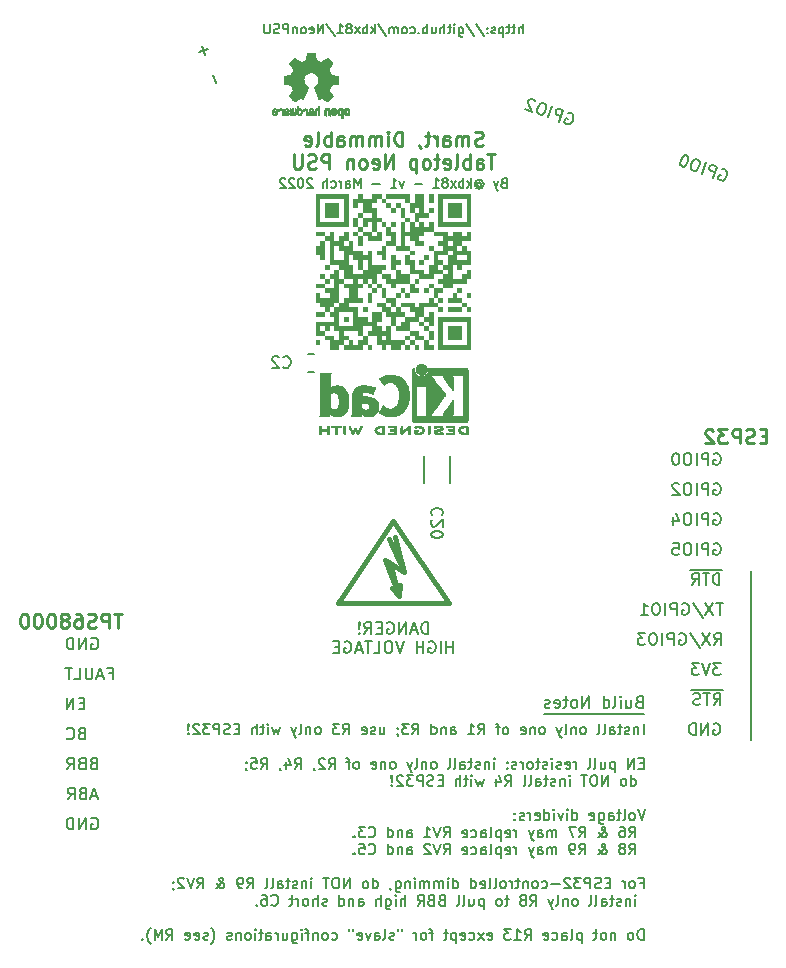
<source format=gbr>
%TF.GenerationSoftware,KiCad,Pcbnew,(6.0.0-0)*%
%TF.CreationDate,2022-03-12T23:02:06-06:00*%
%TF.ProjectId,SmartNeonPSU,536d6172-744e-4656-9f6e-5053552e6b69,rev?*%
%TF.SameCoordinates,Original*%
%TF.FileFunction,Legend,Bot*%
%TF.FilePolarity,Positive*%
%FSLAX46Y46*%
G04 Gerber Fmt 4.6, Leading zero omitted, Abs format (unit mm)*
G04 Created by KiCad (PCBNEW (6.0.0-0)) date 2022-03-12 23:02:06*
%MOMM*%
%LPD*%
G01*
G04 APERTURE LIST*
%ADD10C,0.200000*%
%ADD11C,0.160000*%
%ADD12C,0.180000*%
%ADD13C,0.250000*%
%ADD14C,0.010000*%
%ADD15C,0.381000*%
G04 APERTURE END LIST*
D10*
X171250000Y-114700000D02*
X162750000Y-114700000D01*
X180270000Y-102538000D02*
X180270000Y-116850000D01*
X170798571Y-113628571D02*
X170655714Y-113676190D01*
X170608095Y-113723809D01*
X170560476Y-113819047D01*
X170560476Y-113961904D01*
X170608095Y-114057142D01*
X170655714Y-114104761D01*
X170750952Y-114152380D01*
X171131904Y-114152380D01*
X171131904Y-113152380D01*
X170798571Y-113152380D01*
X170703333Y-113200000D01*
X170655714Y-113247619D01*
X170608095Y-113342857D01*
X170608095Y-113438095D01*
X170655714Y-113533333D01*
X170703333Y-113580952D01*
X170798571Y-113628571D01*
X171131904Y-113628571D01*
X169703333Y-113485714D02*
X169703333Y-114152380D01*
X170131904Y-113485714D02*
X170131904Y-114009523D01*
X170084285Y-114104761D01*
X169989047Y-114152380D01*
X169846190Y-114152380D01*
X169750952Y-114104761D01*
X169703333Y-114057142D01*
X169227142Y-114152380D02*
X169227142Y-113485714D01*
X169227142Y-113152380D02*
X169274761Y-113200000D01*
X169227142Y-113247619D01*
X169179523Y-113200000D01*
X169227142Y-113152380D01*
X169227142Y-113247619D01*
X168608095Y-114152380D02*
X168703333Y-114104761D01*
X168750952Y-114009523D01*
X168750952Y-113152380D01*
X167798571Y-114152380D02*
X167798571Y-113152380D01*
X167798571Y-114104761D02*
X167893809Y-114152380D01*
X168084285Y-114152380D01*
X168179523Y-114104761D01*
X168227142Y-114057142D01*
X168274761Y-113961904D01*
X168274761Y-113676190D01*
X168227142Y-113580952D01*
X168179523Y-113533333D01*
X168084285Y-113485714D01*
X167893809Y-113485714D01*
X167798571Y-113533333D01*
X166560476Y-114152380D02*
X166560476Y-113152380D01*
X165989047Y-114152380D01*
X165989047Y-113152380D01*
X165370000Y-114152380D02*
X165465238Y-114104761D01*
X165512857Y-114057142D01*
X165560476Y-113961904D01*
X165560476Y-113676190D01*
X165512857Y-113580952D01*
X165465238Y-113533333D01*
X165370000Y-113485714D01*
X165227142Y-113485714D01*
X165131904Y-113533333D01*
X165084285Y-113580952D01*
X165036666Y-113676190D01*
X165036666Y-113961904D01*
X165084285Y-114057142D01*
X165131904Y-114104761D01*
X165227142Y-114152380D01*
X165370000Y-114152380D01*
X164750952Y-113485714D02*
X164370000Y-113485714D01*
X164608095Y-113152380D02*
X164608095Y-114009523D01*
X164560476Y-114104761D01*
X164465238Y-114152380D01*
X164370000Y-114152380D01*
X163655714Y-114104761D02*
X163750952Y-114152380D01*
X163941428Y-114152380D01*
X164036666Y-114104761D01*
X164084285Y-114009523D01*
X164084285Y-113628571D01*
X164036666Y-113533333D01*
X163941428Y-113485714D01*
X163750952Y-113485714D01*
X163655714Y-113533333D01*
X163608095Y-113628571D01*
X163608095Y-113723809D01*
X164084285Y-113819047D01*
X163227142Y-114104761D02*
X163131904Y-114152380D01*
X162941428Y-114152380D01*
X162846190Y-114104761D01*
X162798571Y-114009523D01*
X162798571Y-113961904D01*
X162846190Y-113866666D01*
X162941428Y-113819047D01*
X163084285Y-113819047D01*
X163179523Y-113771428D01*
X163227142Y-113676190D01*
X163227142Y-113628571D01*
X163179523Y-113533333D01*
X163084285Y-113485714D01*
X162941428Y-113485714D01*
X162846190Y-113533333D01*
D11*
X160933333Y-57061904D02*
X160933333Y-56261904D01*
X160590476Y-57061904D02*
X160590476Y-56642857D01*
X160628571Y-56566666D01*
X160704761Y-56528571D01*
X160819047Y-56528571D01*
X160895238Y-56566666D01*
X160933333Y-56604761D01*
X160323809Y-56528571D02*
X160019047Y-56528571D01*
X160209523Y-56261904D02*
X160209523Y-56947619D01*
X160171428Y-57023809D01*
X160095238Y-57061904D01*
X160019047Y-57061904D01*
X159866666Y-56528571D02*
X159561904Y-56528571D01*
X159752380Y-56261904D02*
X159752380Y-56947619D01*
X159714285Y-57023809D01*
X159638095Y-57061904D01*
X159561904Y-57061904D01*
X159295238Y-56528571D02*
X159295238Y-57328571D01*
X159295238Y-56566666D02*
X159219047Y-56528571D01*
X159066666Y-56528571D01*
X158990476Y-56566666D01*
X158952380Y-56604761D01*
X158914285Y-56680952D01*
X158914285Y-56909523D01*
X158952380Y-56985714D01*
X158990476Y-57023809D01*
X159066666Y-57061904D01*
X159219047Y-57061904D01*
X159295238Y-57023809D01*
X158609523Y-57023809D02*
X158533333Y-57061904D01*
X158380952Y-57061904D01*
X158304761Y-57023809D01*
X158266666Y-56947619D01*
X158266666Y-56909523D01*
X158304761Y-56833333D01*
X158380952Y-56795238D01*
X158495238Y-56795238D01*
X158571428Y-56757142D01*
X158609523Y-56680952D01*
X158609523Y-56642857D01*
X158571428Y-56566666D01*
X158495238Y-56528571D01*
X158380952Y-56528571D01*
X158304761Y-56566666D01*
X157923809Y-56985714D02*
X157885714Y-57023809D01*
X157923809Y-57061904D01*
X157961904Y-57023809D01*
X157923809Y-56985714D01*
X157923809Y-57061904D01*
X157923809Y-56566666D02*
X157885714Y-56604761D01*
X157923809Y-56642857D01*
X157961904Y-56604761D01*
X157923809Y-56566666D01*
X157923809Y-56642857D01*
X156971428Y-56223809D02*
X157657142Y-57252380D01*
X156133333Y-56223809D02*
X156819047Y-57252380D01*
X155523809Y-56528571D02*
X155523809Y-57176190D01*
X155561904Y-57252380D01*
X155600000Y-57290476D01*
X155676190Y-57328571D01*
X155790476Y-57328571D01*
X155866666Y-57290476D01*
X155523809Y-57023809D02*
X155600000Y-57061904D01*
X155752380Y-57061904D01*
X155828571Y-57023809D01*
X155866666Y-56985714D01*
X155904761Y-56909523D01*
X155904761Y-56680952D01*
X155866666Y-56604761D01*
X155828571Y-56566666D01*
X155752380Y-56528571D01*
X155600000Y-56528571D01*
X155523809Y-56566666D01*
X155142857Y-57061904D02*
X155142857Y-56528571D01*
X155142857Y-56261904D02*
X155180952Y-56300000D01*
X155142857Y-56338095D01*
X155104761Y-56300000D01*
X155142857Y-56261904D01*
X155142857Y-56338095D01*
X154876190Y-56528571D02*
X154571428Y-56528571D01*
X154761904Y-56261904D02*
X154761904Y-56947619D01*
X154723809Y-57023809D01*
X154647619Y-57061904D01*
X154571428Y-57061904D01*
X154304761Y-57061904D02*
X154304761Y-56261904D01*
X153961904Y-57061904D02*
X153961904Y-56642857D01*
X154000000Y-56566666D01*
X154076190Y-56528571D01*
X154190476Y-56528571D01*
X154266666Y-56566666D01*
X154304761Y-56604761D01*
X153238095Y-56528571D02*
X153238095Y-57061904D01*
X153580952Y-56528571D02*
X153580952Y-56947619D01*
X153542857Y-57023809D01*
X153466666Y-57061904D01*
X153352380Y-57061904D01*
X153276190Y-57023809D01*
X153238095Y-56985714D01*
X152857142Y-57061904D02*
X152857142Y-56261904D01*
X152857142Y-56566666D02*
X152780952Y-56528571D01*
X152628571Y-56528571D01*
X152552380Y-56566666D01*
X152514285Y-56604761D01*
X152476190Y-56680952D01*
X152476190Y-56909523D01*
X152514285Y-56985714D01*
X152552380Y-57023809D01*
X152628571Y-57061904D01*
X152780952Y-57061904D01*
X152857142Y-57023809D01*
X152133333Y-56985714D02*
X152095238Y-57023809D01*
X152133333Y-57061904D01*
X152171428Y-57023809D01*
X152133333Y-56985714D01*
X152133333Y-57061904D01*
X151409523Y-57023809D02*
X151485714Y-57061904D01*
X151638095Y-57061904D01*
X151714285Y-57023809D01*
X151752380Y-56985714D01*
X151790476Y-56909523D01*
X151790476Y-56680952D01*
X151752380Y-56604761D01*
X151714285Y-56566666D01*
X151638095Y-56528571D01*
X151485714Y-56528571D01*
X151409523Y-56566666D01*
X150952380Y-57061904D02*
X151028571Y-57023809D01*
X151066666Y-56985714D01*
X151104761Y-56909523D01*
X151104761Y-56680952D01*
X151066666Y-56604761D01*
X151028571Y-56566666D01*
X150952380Y-56528571D01*
X150838095Y-56528571D01*
X150761904Y-56566666D01*
X150723809Y-56604761D01*
X150685714Y-56680952D01*
X150685714Y-56909523D01*
X150723809Y-56985714D01*
X150761904Y-57023809D01*
X150838095Y-57061904D01*
X150952380Y-57061904D01*
X150342857Y-57061904D02*
X150342857Y-56528571D01*
X150342857Y-56604761D02*
X150304761Y-56566666D01*
X150228571Y-56528571D01*
X150114285Y-56528571D01*
X150038095Y-56566666D01*
X150000000Y-56642857D01*
X150000000Y-57061904D01*
X150000000Y-56642857D02*
X149961904Y-56566666D01*
X149885714Y-56528571D01*
X149771428Y-56528571D01*
X149695238Y-56566666D01*
X149657142Y-56642857D01*
X149657142Y-57061904D01*
X148704761Y-56223809D02*
X149390476Y-57252380D01*
X148438095Y-57061904D02*
X148438095Y-56261904D01*
X148361904Y-56757142D02*
X148133333Y-57061904D01*
X148133333Y-56528571D02*
X148438095Y-56833333D01*
X147790476Y-57061904D02*
X147790476Y-56261904D01*
X147790476Y-56566666D02*
X147714285Y-56528571D01*
X147561904Y-56528571D01*
X147485714Y-56566666D01*
X147447619Y-56604761D01*
X147409523Y-56680952D01*
X147409523Y-56909523D01*
X147447619Y-56985714D01*
X147485714Y-57023809D01*
X147561904Y-57061904D01*
X147714285Y-57061904D01*
X147790476Y-57023809D01*
X147142857Y-57061904D02*
X146723809Y-56528571D01*
X147142857Y-56528571D02*
X146723809Y-57061904D01*
X146304761Y-56604761D02*
X146380952Y-56566666D01*
X146419047Y-56528571D01*
X146457142Y-56452380D01*
X146457142Y-56414285D01*
X146419047Y-56338095D01*
X146380952Y-56300000D01*
X146304761Y-56261904D01*
X146152380Y-56261904D01*
X146076190Y-56300000D01*
X146038095Y-56338095D01*
X146000000Y-56414285D01*
X146000000Y-56452380D01*
X146038095Y-56528571D01*
X146076190Y-56566666D01*
X146152380Y-56604761D01*
X146304761Y-56604761D01*
X146380952Y-56642857D01*
X146419047Y-56680952D01*
X146457142Y-56757142D01*
X146457142Y-56909523D01*
X146419047Y-56985714D01*
X146380952Y-57023809D01*
X146304761Y-57061904D01*
X146152380Y-57061904D01*
X146076190Y-57023809D01*
X146038095Y-56985714D01*
X146000000Y-56909523D01*
X146000000Y-56757142D01*
X146038095Y-56680952D01*
X146076190Y-56642857D01*
X146152380Y-56604761D01*
X145238095Y-57061904D02*
X145695238Y-57061904D01*
X145466666Y-57061904D02*
X145466666Y-56261904D01*
X145542857Y-56376190D01*
X145619047Y-56452380D01*
X145695238Y-56490476D01*
X144323809Y-56223809D02*
X145009523Y-57252380D01*
X144057142Y-57061904D02*
X144057142Y-56261904D01*
X143600000Y-57061904D01*
X143600000Y-56261904D01*
X142914285Y-57023809D02*
X142990476Y-57061904D01*
X143142857Y-57061904D01*
X143219047Y-57023809D01*
X143257142Y-56947619D01*
X143257142Y-56642857D01*
X143219047Y-56566666D01*
X143142857Y-56528571D01*
X142990476Y-56528571D01*
X142914285Y-56566666D01*
X142876190Y-56642857D01*
X142876190Y-56719047D01*
X143257142Y-56795238D01*
X142419047Y-57061904D02*
X142495238Y-57023809D01*
X142533333Y-56985714D01*
X142571428Y-56909523D01*
X142571428Y-56680952D01*
X142533333Y-56604761D01*
X142495238Y-56566666D01*
X142419047Y-56528571D01*
X142304761Y-56528571D01*
X142228571Y-56566666D01*
X142190476Y-56604761D01*
X142152380Y-56680952D01*
X142152380Y-56909523D01*
X142190476Y-56985714D01*
X142228571Y-57023809D01*
X142304761Y-57061904D01*
X142419047Y-57061904D01*
X141809523Y-56528571D02*
X141809523Y-57061904D01*
X141809523Y-56604761D02*
X141771428Y-56566666D01*
X141695238Y-56528571D01*
X141580952Y-56528571D01*
X141504761Y-56566666D01*
X141466666Y-56642857D01*
X141466666Y-57061904D01*
X141085714Y-57061904D02*
X141085714Y-56261904D01*
X140780952Y-56261904D01*
X140704761Y-56300000D01*
X140666666Y-56338095D01*
X140628571Y-56414285D01*
X140628571Y-56528571D01*
X140666666Y-56604761D01*
X140704761Y-56642857D01*
X140780952Y-56680952D01*
X141085714Y-56680952D01*
X140323809Y-57023809D02*
X140209523Y-57061904D01*
X140019047Y-57061904D01*
X139942857Y-57023809D01*
X139904761Y-56985714D01*
X139866666Y-56909523D01*
X139866666Y-56833333D01*
X139904761Y-56757142D01*
X139942857Y-56719047D01*
X140019047Y-56680952D01*
X140171428Y-56642857D01*
X140247619Y-56604761D01*
X140285714Y-56566666D01*
X140323809Y-56490476D01*
X140323809Y-56414285D01*
X140285714Y-56338095D01*
X140247619Y-56300000D01*
X140171428Y-56261904D01*
X139980952Y-56261904D01*
X139866666Y-56300000D01*
X139523809Y-56261904D02*
X139523809Y-56909523D01*
X139485714Y-56985714D01*
X139447619Y-57023809D01*
X139371428Y-57061904D01*
X139219047Y-57061904D01*
X139142857Y-57023809D01*
X139104761Y-56985714D01*
X139066666Y-56909523D01*
X139066666Y-56261904D01*
D10*
X152904761Y-107897380D02*
X152904761Y-106897380D01*
X152666666Y-106897380D01*
X152523809Y-106945000D01*
X152428571Y-107040238D01*
X152380952Y-107135476D01*
X152333333Y-107325952D01*
X152333333Y-107468809D01*
X152380952Y-107659285D01*
X152428571Y-107754523D01*
X152523809Y-107849761D01*
X152666666Y-107897380D01*
X152904761Y-107897380D01*
X151952380Y-107611666D02*
X151476190Y-107611666D01*
X152047619Y-107897380D02*
X151714285Y-106897380D01*
X151380952Y-107897380D01*
X151047619Y-107897380D02*
X151047619Y-106897380D01*
X150476190Y-107897380D01*
X150476190Y-106897380D01*
X149476190Y-106945000D02*
X149571428Y-106897380D01*
X149714285Y-106897380D01*
X149857142Y-106945000D01*
X149952380Y-107040238D01*
X150000000Y-107135476D01*
X150047619Y-107325952D01*
X150047619Y-107468809D01*
X150000000Y-107659285D01*
X149952380Y-107754523D01*
X149857142Y-107849761D01*
X149714285Y-107897380D01*
X149619047Y-107897380D01*
X149476190Y-107849761D01*
X149428571Y-107802142D01*
X149428571Y-107468809D01*
X149619047Y-107468809D01*
X149000000Y-107373571D02*
X148666666Y-107373571D01*
X148523809Y-107897380D02*
X149000000Y-107897380D01*
X149000000Y-106897380D01*
X148523809Y-106897380D01*
X147523809Y-107897380D02*
X147857142Y-107421190D01*
X148095238Y-107897380D02*
X148095238Y-106897380D01*
X147714285Y-106897380D01*
X147619047Y-106945000D01*
X147571428Y-106992619D01*
X147523809Y-107087857D01*
X147523809Y-107230714D01*
X147571428Y-107325952D01*
X147619047Y-107373571D01*
X147714285Y-107421190D01*
X148095238Y-107421190D01*
X147095238Y-107802142D02*
X147047619Y-107849761D01*
X147095238Y-107897380D01*
X147142857Y-107849761D01*
X147095238Y-107802142D01*
X147095238Y-107897380D01*
X147095238Y-107516428D02*
X147142857Y-106945000D01*
X147095238Y-106897380D01*
X147047619Y-106945000D01*
X147095238Y-107516428D01*
X147095238Y-106897380D01*
X155047619Y-109507380D02*
X155047619Y-108507380D01*
X155047619Y-108983571D02*
X154476190Y-108983571D01*
X154476190Y-109507380D02*
X154476190Y-108507380D01*
X154000000Y-109507380D02*
X154000000Y-108507380D01*
X153000000Y-108555000D02*
X153095238Y-108507380D01*
X153238095Y-108507380D01*
X153380952Y-108555000D01*
X153476190Y-108650238D01*
X153523809Y-108745476D01*
X153571428Y-108935952D01*
X153571428Y-109078809D01*
X153523809Y-109269285D01*
X153476190Y-109364523D01*
X153380952Y-109459761D01*
X153238095Y-109507380D01*
X153142857Y-109507380D01*
X153000000Y-109459761D01*
X152952380Y-109412142D01*
X152952380Y-109078809D01*
X153142857Y-109078809D01*
X152523809Y-109507380D02*
X152523809Y-108507380D01*
X152523809Y-108983571D02*
X151952380Y-108983571D01*
X151952380Y-109507380D02*
X151952380Y-108507380D01*
X150857142Y-108507380D02*
X150523809Y-109507380D01*
X150190476Y-108507380D01*
X149666666Y-108507380D02*
X149476190Y-108507380D01*
X149380952Y-108555000D01*
X149285714Y-108650238D01*
X149238095Y-108840714D01*
X149238095Y-109174047D01*
X149285714Y-109364523D01*
X149380952Y-109459761D01*
X149476190Y-109507380D01*
X149666666Y-109507380D01*
X149761904Y-109459761D01*
X149857142Y-109364523D01*
X149904761Y-109174047D01*
X149904761Y-108840714D01*
X149857142Y-108650238D01*
X149761904Y-108555000D01*
X149666666Y-108507380D01*
X148333333Y-109507380D02*
X148809523Y-109507380D01*
X148809523Y-108507380D01*
X148142857Y-108507380D02*
X147571428Y-108507380D01*
X147857142Y-109507380D02*
X147857142Y-108507380D01*
X147285714Y-109221666D02*
X146809523Y-109221666D01*
X147380952Y-109507380D02*
X147047619Y-108507380D01*
X146714285Y-109507380D01*
X145857142Y-108555000D02*
X145952380Y-108507380D01*
X146095238Y-108507380D01*
X146238095Y-108555000D01*
X146333333Y-108650238D01*
X146380952Y-108745476D01*
X146428571Y-108935952D01*
X146428571Y-109078809D01*
X146380952Y-109269285D01*
X146333333Y-109364523D01*
X146238095Y-109459761D01*
X146095238Y-109507380D01*
X146000000Y-109507380D01*
X145857142Y-109459761D01*
X145809523Y-109412142D01*
X145809523Y-109078809D01*
X146000000Y-109078809D01*
X145380952Y-108983571D02*
X145047619Y-108983571D01*
X144904761Y-109507380D02*
X145380952Y-109507380D01*
X145380952Y-108507380D01*
X144904761Y-108507380D01*
D12*
X171168714Y-116413142D02*
X171168714Y-115513142D01*
X170740142Y-115813142D02*
X170740142Y-116413142D01*
X170740142Y-115898857D02*
X170697285Y-115856000D01*
X170611571Y-115813142D01*
X170483000Y-115813142D01*
X170397285Y-115856000D01*
X170354428Y-115941714D01*
X170354428Y-116413142D01*
X169968714Y-116370285D02*
X169883000Y-116413142D01*
X169711571Y-116413142D01*
X169625857Y-116370285D01*
X169583000Y-116284571D01*
X169583000Y-116241714D01*
X169625857Y-116156000D01*
X169711571Y-116113142D01*
X169840142Y-116113142D01*
X169925857Y-116070285D01*
X169968714Y-115984571D01*
X169968714Y-115941714D01*
X169925857Y-115856000D01*
X169840142Y-115813142D01*
X169711571Y-115813142D01*
X169625857Y-115856000D01*
X169325857Y-115813142D02*
X168983000Y-115813142D01*
X169197285Y-115513142D02*
X169197285Y-116284571D01*
X169154428Y-116370285D01*
X169068714Y-116413142D01*
X168983000Y-116413142D01*
X168297285Y-116413142D02*
X168297285Y-115941714D01*
X168340142Y-115856000D01*
X168425857Y-115813142D01*
X168597285Y-115813142D01*
X168683000Y-115856000D01*
X168297285Y-116370285D02*
X168383000Y-116413142D01*
X168597285Y-116413142D01*
X168683000Y-116370285D01*
X168725857Y-116284571D01*
X168725857Y-116198857D01*
X168683000Y-116113142D01*
X168597285Y-116070285D01*
X168383000Y-116070285D01*
X168297285Y-116027428D01*
X167740142Y-116413142D02*
X167825857Y-116370285D01*
X167868714Y-116284571D01*
X167868714Y-115513142D01*
X167268714Y-116413142D02*
X167354428Y-116370285D01*
X167397285Y-116284571D01*
X167397285Y-115513142D01*
X166111571Y-116413142D02*
X166197285Y-116370285D01*
X166240142Y-116327428D01*
X166283000Y-116241714D01*
X166283000Y-115984571D01*
X166240142Y-115898857D01*
X166197285Y-115856000D01*
X166111571Y-115813142D01*
X165983000Y-115813142D01*
X165897285Y-115856000D01*
X165854428Y-115898857D01*
X165811571Y-115984571D01*
X165811571Y-116241714D01*
X165854428Y-116327428D01*
X165897285Y-116370285D01*
X165983000Y-116413142D01*
X166111571Y-116413142D01*
X165425857Y-115813142D02*
X165425857Y-116413142D01*
X165425857Y-115898857D02*
X165383000Y-115856000D01*
X165297285Y-115813142D01*
X165168714Y-115813142D01*
X165083000Y-115856000D01*
X165040142Y-115941714D01*
X165040142Y-116413142D01*
X164483000Y-116413142D02*
X164568714Y-116370285D01*
X164611571Y-116284571D01*
X164611571Y-115513142D01*
X164225857Y-115813142D02*
X164011571Y-116413142D01*
X163797285Y-115813142D02*
X164011571Y-116413142D01*
X164097285Y-116627428D01*
X164140142Y-116670285D01*
X164225857Y-116713142D01*
X162640142Y-116413142D02*
X162725857Y-116370285D01*
X162768714Y-116327428D01*
X162811571Y-116241714D01*
X162811571Y-115984571D01*
X162768714Y-115898857D01*
X162725857Y-115856000D01*
X162640142Y-115813142D01*
X162511571Y-115813142D01*
X162425857Y-115856000D01*
X162383000Y-115898857D01*
X162340142Y-115984571D01*
X162340142Y-116241714D01*
X162383000Y-116327428D01*
X162425857Y-116370285D01*
X162511571Y-116413142D01*
X162640142Y-116413142D01*
X161954428Y-115813142D02*
X161954428Y-116413142D01*
X161954428Y-115898857D02*
X161911571Y-115856000D01*
X161825857Y-115813142D01*
X161697285Y-115813142D01*
X161611571Y-115856000D01*
X161568714Y-115941714D01*
X161568714Y-116413142D01*
X160797285Y-116370285D02*
X160883000Y-116413142D01*
X161054428Y-116413142D01*
X161140142Y-116370285D01*
X161183000Y-116284571D01*
X161183000Y-115941714D01*
X161140142Y-115856000D01*
X161054428Y-115813142D01*
X160883000Y-115813142D01*
X160797285Y-115856000D01*
X160754428Y-115941714D01*
X160754428Y-116027428D01*
X161183000Y-116113142D01*
X159554428Y-116413142D02*
X159640142Y-116370285D01*
X159683000Y-116327428D01*
X159725857Y-116241714D01*
X159725857Y-115984571D01*
X159683000Y-115898857D01*
X159640142Y-115856000D01*
X159554428Y-115813142D01*
X159425857Y-115813142D01*
X159340142Y-115856000D01*
X159297285Y-115898857D01*
X159254428Y-115984571D01*
X159254428Y-116241714D01*
X159297285Y-116327428D01*
X159340142Y-116370285D01*
X159425857Y-116413142D01*
X159554428Y-116413142D01*
X158997285Y-115813142D02*
X158654428Y-115813142D01*
X158868714Y-116413142D02*
X158868714Y-115641714D01*
X158825857Y-115556000D01*
X158740142Y-115513142D01*
X158654428Y-115513142D01*
X157154428Y-116413142D02*
X157454428Y-115984571D01*
X157668714Y-116413142D02*
X157668714Y-115513142D01*
X157325857Y-115513142D01*
X157240142Y-115556000D01*
X157197285Y-115598857D01*
X157154428Y-115684571D01*
X157154428Y-115813142D01*
X157197285Y-115898857D01*
X157240142Y-115941714D01*
X157325857Y-115984571D01*
X157668714Y-115984571D01*
X156297285Y-116413142D02*
X156811571Y-116413142D01*
X156554428Y-116413142D02*
X156554428Y-115513142D01*
X156640142Y-115641714D01*
X156725857Y-115727428D01*
X156811571Y-115770285D01*
X154840142Y-116413142D02*
X154840142Y-115941714D01*
X154883000Y-115856000D01*
X154968714Y-115813142D01*
X155140142Y-115813142D01*
X155225857Y-115856000D01*
X154840142Y-116370285D02*
X154925857Y-116413142D01*
X155140142Y-116413142D01*
X155225857Y-116370285D01*
X155268714Y-116284571D01*
X155268714Y-116198857D01*
X155225857Y-116113142D01*
X155140142Y-116070285D01*
X154925857Y-116070285D01*
X154840142Y-116027428D01*
X154411571Y-115813142D02*
X154411571Y-116413142D01*
X154411571Y-115898857D02*
X154368714Y-115856000D01*
X154283000Y-115813142D01*
X154154428Y-115813142D01*
X154068714Y-115856000D01*
X154025857Y-115941714D01*
X154025857Y-116413142D01*
X153211571Y-116413142D02*
X153211571Y-115513142D01*
X153211571Y-116370285D02*
X153297285Y-116413142D01*
X153468714Y-116413142D01*
X153554428Y-116370285D01*
X153597285Y-116327428D01*
X153640142Y-116241714D01*
X153640142Y-115984571D01*
X153597285Y-115898857D01*
X153554428Y-115856000D01*
X153468714Y-115813142D01*
X153297285Y-115813142D01*
X153211571Y-115856000D01*
X151583000Y-116413142D02*
X151883000Y-115984571D01*
X152097285Y-116413142D02*
X152097285Y-115513142D01*
X151754428Y-115513142D01*
X151668714Y-115556000D01*
X151625857Y-115598857D01*
X151583000Y-115684571D01*
X151583000Y-115813142D01*
X151625857Y-115898857D01*
X151668714Y-115941714D01*
X151754428Y-115984571D01*
X152097285Y-115984571D01*
X151283000Y-115513142D02*
X150725857Y-115513142D01*
X151025857Y-115856000D01*
X150897285Y-115856000D01*
X150811571Y-115898857D01*
X150768714Y-115941714D01*
X150725857Y-116027428D01*
X150725857Y-116241714D01*
X150768714Y-116327428D01*
X150811571Y-116370285D01*
X150897285Y-116413142D01*
X151154428Y-116413142D01*
X151240142Y-116370285D01*
X151283000Y-116327428D01*
X150297285Y-116370285D02*
X150297285Y-116413142D01*
X150340142Y-116498857D01*
X150383000Y-116541714D01*
X150340142Y-115856000D02*
X150297285Y-115898857D01*
X150340142Y-115941714D01*
X150383000Y-115898857D01*
X150340142Y-115856000D01*
X150340142Y-115941714D01*
X148840142Y-115813142D02*
X148840142Y-116413142D01*
X149225857Y-115813142D02*
X149225857Y-116284571D01*
X149183000Y-116370285D01*
X149097285Y-116413142D01*
X148968714Y-116413142D01*
X148883000Y-116370285D01*
X148840142Y-116327428D01*
X148454428Y-116370285D02*
X148368714Y-116413142D01*
X148197285Y-116413142D01*
X148111571Y-116370285D01*
X148068714Y-116284571D01*
X148068714Y-116241714D01*
X148111571Y-116156000D01*
X148197285Y-116113142D01*
X148325857Y-116113142D01*
X148411571Y-116070285D01*
X148454428Y-115984571D01*
X148454428Y-115941714D01*
X148411571Y-115856000D01*
X148325857Y-115813142D01*
X148197285Y-115813142D01*
X148111571Y-115856000D01*
X147340142Y-116370285D02*
X147425857Y-116413142D01*
X147597285Y-116413142D01*
X147683000Y-116370285D01*
X147725857Y-116284571D01*
X147725857Y-115941714D01*
X147683000Y-115856000D01*
X147597285Y-115813142D01*
X147425857Y-115813142D01*
X147340142Y-115856000D01*
X147297285Y-115941714D01*
X147297285Y-116027428D01*
X147725857Y-116113142D01*
X145711571Y-116413142D02*
X146011571Y-115984571D01*
X146225857Y-116413142D02*
X146225857Y-115513142D01*
X145883000Y-115513142D01*
X145797285Y-115556000D01*
X145754428Y-115598857D01*
X145711571Y-115684571D01*
X145711571Y-115813142D01*
X145754428Y-115898857D01*
X145797285Y-115941714D01*
X145883000Y-115984571D01*
X146225857Y-115984571D01*
X145411571Y-115513142D02*
X144854428Y-115513142D01*
X145154428Y-115856000D01*
X145025857Y-115856000D01*
X144940142Y-115898857D01*
X144897285Y-115941714D01*
X144854428Y-116027428D01*
X144854428Y-116241714D01*
X144897285Y-116327428D01*
X144940142Y-116370285D01*
X145025857Y-116413142D01*
X145283000Y-116413142D01*
X145368714Y-116370285D01*
X145411571Y-116327428D01*
X143654428Y-116413142D02*
X143740142Y-116370285D01*
X143783000Y-116327428D01*
X143825857Y-116241714D01*
X143825857Y-115984571D01*
X143783000Y-115898857D01*
X143740142Y-115856000D01*
X143654428Y-115813142D01*
X143525857Y-115813142D01*
X143440142Y-115856000D01*
X143397285Y-115898857D01*
X143354428Y-115984571D01*
X143354428Y-116241714D01*
X143397285Y-116327428D01*
X143440142Y-116370285D01*
X143525857Y-116413142D01*
X143654428Y-116413142D01*
X142968714Y-115813142D02*
X142968714Y-116413142D01*
X142968714Y-115898857D02*
X142925857Y-115856000D01*
X142840142Y-115813142D01*
X142711571Y-115813142D01*
X142625857Y-115856000D01*
X142583000Y-115941714D01*
X142583000Y-116413142D01*
X142025857Y-116413142D02*
X142111571Y-116370285D01*
X142154428Y-116284571D01*
X142154428Y-115513142D01*
X141768714Y-115813142D02*
X141554428Y-116413142D01*
X141340142Y-115813142D02*
X141554428Y-116413142D01*
X141640142Y-116627428D01*
X141683000Y-116670285D01*
X141768714Y-116713142D01*
X140397285Y-115813142D02*
X140225857Y-116413142D01*
X140054428Y-115984571D01*
X139883000Y-116413142D01*
X139711571Y-115813142D01*
X139368714Y-116413142D02*
X139368714Y-115813142D01*
X139368714Y-115513142D02*
X139411571Y-115556000D01*
X139368714Y-115598857D01*
X139325857Y-115556000D01*
X139368714Y-115513142D01*
X139368714Y-115598857D01*
X139068714Y-115813142D02*
X138725857Y-115813142D01*
X138940142Y-115513142D02*
X138940142Y-116284571D01*
X138897285Y-116370285D01*
X138811571Y-116413142D01*
X138725857Y-116413142D01*
X138425857Y-116413142D02*
X138425857Y-115513142D01*
X138040142Y-116413142D02*
X138040142Y-115941714D01*
X138083000Y-115856000D01*
X138168714Y-115813142D01*
X138297285Y-115813142D01*
X138383000Y-115856000D01*
X138425857Y-115898857D01*
X136925857Y-115941714D02*
X136625857Y-115941714D01*
X136497285Y-116413142D02*
X136925857Y-116413142D01*
X136925857Y-115513142D01*
X136497285Y-115513142D01*
X136154428Y-116370285D02*
X136025857Y-116413142D01*
X135811571Y-116413142D01*
X135725857Y-116370285D01*
X135683000Y-116327428D01*
X135640142Y-116241714D01*
X135640142Y-116156000D01*
X135683000Y-116070285D01*
X135725857Y-116027428D01*
X135811571Y-115984571D01*
X135983000Y-115941714D01*
X136068714Y-115898857D01*
X136111571Y-115856000D01*
X136154428Y-115770285D01*
X136154428Y-115684571D01*
X136111571Y-115598857D01*
X136068714Y-115556000D01*
X135983000Y-115513142D01*
X135768714Y-115513142D01*
X135640142Y-115556000D01*
X135254428Y-116413142D02*
X135254428Y-115513142D01*
X134911571Y-115513142D01*
X134825857Y-115556000D01*
X134783000Y-115598857D01*
X134740142Y-115684571D01*
X134740142Y-115813142D01*
X134783000Y-115898857D01*
X134825857Y-115941714D01*
X134911571Y-115984571D01*
X135254428Y-115984571D01*
X134440142Y-115513142D02*
X133883000Y-115513142D01*
X134183000Y-115856000D01*
X134054428Y-115856000D01*
X133968714Y-115898857D01*
X133925857Y-115941714D01*
X133883000Y-116027428D01*
X133883000Y-116241714D01*
X133925857Y-116327428D01*
X133968714Y-116370285D01*
X134054428Y-116413142D01*
X134311571Y-116413142D01*
X134397285Y-116370285D01*
X134440142Y-116327428D01*
X133540142Y-115598857D02*
X133497285Y-115556000D01*
X133411571Y-115513142D01*
X133197285Y-115513142D01*
X133111571Y-115556000D01*
X133068714Y-115598857D01*
X133025857Y-115684571D01*
X133025857Y-115770285D01*
X133068714Y-115898857D01*
X133583000Y-116413142D01*
X133025857Y-116413142D01*
X132640142Y-116327428D02*
X132597285Y-116370285D01*
X132640142Y-116413142D01*
X132683000Y-116370285D01*
X132640142Y-116327428D01*
X132640142Y-116413142D01*
X132640142Y-116070285D02*
X132683000Y-115556000D01*
X132640142Y-115513142D01*
X132597285Y-115556000D01*
X132640142Y-116070285D01*
X132640142Y-115513142D01*
X171168714Y-118839714D02*
X170868714Y-118839714D01*
X170740142Y-119311142D02*
X171168714Y-119311142D01*
X171168714Y-118411142D01*
X170740142Y-118411142D01*
X170354428Y-119311142D02*
X170354428Y-118411142D01*
X169840142Y-119311142D01*
X169840142Y-118411142D01*
X168725857Y-118711142D02*
X168725857Y-119611142D01*
X168725857Y-118754000D02*
X168640142Y-118711142D01*
X168468714Y-118711142D01*
X168383000Y-118754000D01*
X168340142Y-118796857D01*
X168297285Y-118882571D01*
X168297285Y-119139714D01*
X168340142Y-119225428D01*
X168383000Y-119268285D01*
X168468714Y-119311142D01*
X168640142Y-119311142D01*
X168725857Y-119268285D01*
X167525857Y-118711142D02*
X167525857Y-119311142D01*
X167911571Y-118711142D02*
X167911571Y-119182571D01*
X167868714Y-119268285D01*
X167783000Y-119311142D01*
X167654428Y-119311142D01*
X167568714Y-119268285D01*
X167525857Y-119225428D01*
X166968714Y-119311142D02*
X167054428Y-119268285D01*
X167097285Y-119182571D01*
X167097285Y-118411142D01*
X166497285Y-119311142D02*
X166583000Y-119268285D01*
X166625857Y-119182571D01*
X166625857Y-118411142D01*
X165468714Y-119311142D02*
X165468714Y-118711142D01*
X165468714Y-118882571D02*
X165425857Y-118796857D01*
X165383000Y-118754000D01*
X165297285Y-118711142D01*
X165211571Y-118711142D01*
X164568714Y-119268285D02*
X164654428Y-119311142D01*
X164825857Y-119311142D01*
X164911571Y-119268285D01*
X164954428Y-119182571D01*
X164954428Y-118839714D01*
X164911571Y-118754000D01*
X164825857Y-118711142D01*
X164654428Y-118711142D01*
X164568714Y-118754000D01*
X164525857Y-118839714D01*
X164525857Y-118925428D01*
X164954428Y-119011142D01*
X164183000Y-119268285D02*
X164097285Y-119311142D01*
X163925857Y-119311142D01*
X163840142Y-119268285D01*
X163797285Y-119182571D01*
X163797285Y-119139714D01*
X163840142Y-119054000D01*
X163925857Y-119011142D01*
X164054428Y-119011142D01*
X164140142Y-118968285D01*
X164183000Y-118882571D01*
X164183000Y-118839714D01*
X164140142Y-118754000D01*
X164054428Y-118711142D01*
X163925857Y-118711142D01*
X163840142Y-118754000D01*
X163411571Y-119311142D02*
X163411571Y-118711142D01*
X163411571Y-118411142D02*
X163454428Y-118454000D01*
X163411571Y-118496857D01*
X163368714Y-118454000D01*
X163411571Y-118411142D01*
X163411571Y-118496857D01*
X163025857Y-119268285D02*
X162940142Y-119311142D01*
X162768714Y-119311142D01*
X162683000Y-119268285D01*
X162640142Y-119182571D01*
X162640142Y-119139714D01*
X162683000Y-119054000D01*
X162768714Y-119011142D01*
X162897285Y-119011142D01*
X162983000Y-118968285D01*
X163025857Y-118882571D01*
X163025857Y-118839714D01*
X162983000Y-118754000D01*
X162897285Y-118711142D01*
X162768714Y-118711142D01*
X162683000Y-118754000D01*
X162383000Y-118711142D02*
X162040142Y-118711142D01*
X162254428Y-118411142D02*
X162254428Y-119182571D01*
X162211571Y-119268285D01*
X162125857Y-119311142D01*
X162040142Y-119311142D01*
X161611571Y-119311142D02*
X161697285Y-119268285D01*
X161740142Y-119225428D01*
X161783000Y-119139714D01*
X161783000Y-118882571D01*
X161740142Y-118796857D01*
X161697285Y-118754000D01*
X161611571Y-118711142D01*
X161483000Y-118711142D01*
X161397285Y-118754000D01*
X161354428Y-118796857D01*
X161311571Y-118882571D01*
X161311571Y-119139714D01*
X161354428Y-119225428D01*
X161397285Y-119268285D01*
X161483000Y-119311142D01*
X161611571Y-119311142D01*
X160925857Y-119311142D02*
X160925857Y-118711142D01*
X160925857Y-118882571D02*
X160883000Y-118796857D01*
X160840142Y-118754000D01*
X160754428Y-118711142D01*
X160668714Y-118711142D01*
X160411571Y-119268285D02*
X160325857Y-119311142D01*
X160154428Y-119311142D01*
X160068714Y-119268285D01*
X160025857Y-119182571D01*
X160025857Y-119139714D01*
X160068714Y-119054000D01*
X160154428Y-119011142D01*
X160283000Y-119011142D01*
X160368714Y-118968285D01*
X160411571Y-118882571D01*
X160411571Y-118839714D01*
X160368714Y-118754000D01*
X160283000Y-118711142D01*
X160154428Y-118711142D01*
X160068714Y-118754000D01*
X159640142Y-119225428D02*
X159597285Y-119268285D01*
X159640142Y-119311142D01*
X159683000Y-119268285D01*
X159640142Y-119225428D01*
X159640142Y-119311142D01*
X159640142Y-118754000D02*
X159597285Y-118796857D01*
X159640142Y-118839714D01*
X159683000Y-118796857D01*
X159640142Y-118754000D01*
X159640142Y-118839714D01*
X158525857Y-119311142D02*
X158525857Y-118711142D01*
X158525857Y-118411142D02*
X158568714Y-118454000D01*
X158525857Y-118496857D01*
X158483000Y-118454000D01*
X158525857Y-118411142D01*
X158525857Y-118496857D01*
X158097285Y-118711142D02*
X158097285Y-119311142D01*
X158097285Y-118796857D02*
X158054428Y-118754000D01*
X157968714Y-118711142D01*
X157840142Y-118711142D01*
X157754428Y-118754000D01*
X157711571Y-118839714D01*
X157711571Y-119311142D01*
X157325857Y-119268285D02*
X157240142Y-119311142D01*
X157068714Y-119311142D01*
X156983000Y-119268285D01*
X156940142Y-119182571D01*
X156940142Y-119139714D01*
X156983000Y-119054000D01*
X157068714Y-119011142D01*
X157197285Y-119011142D01*
X157283000Y-118968285D01*
X157325857Y-118882571D01*
X157325857Y-118839714D01*
X157283000Y-118754000D01*
X157197285Y-118711142D01*
X157068714Y-118711142D01*
X156983000Y-118754000D01*
X156683000Y-118711142D02*
X156340142Y-118711142D01*
X156554428Y-118411142D02*
X156554428Y-119182571D01*
X156511571Y-119268285D01*
X156425857Y-119311142D01*
X156340142Y-119311142D01*
X155654428Y-119311142D02*
X155654428Y-118839714D01*
X155697285Y-118754000D01*
X155783000Y-118711142D01*
X155954428Y-118711142D01*
X156040142Y-118754000D01*
X155654428Y-119268285D02*
X155740142Y-119311142D01*
X155954428Y-119311142D01*
X156040142Y-119268285D01*
X156083000Y-119182571D01*
X156083000Y-119096857D01*
X156040142Y-119011142D01*
X155954428Y-118968285D01*
X155740142Y-118968285D01*
X155654428Y-118925428D01*
X155097285Y-119311142D02*
X155183000Y-119268285D01*
X155225857Y-119182571D01*
X155225857Y-118411142D01*
X154625857Y-119311142D02*
X154711571Y-119268285D01*
X154754428Y-119182571D01*
X154754428Y-118411142D01*
X153468714Y-119311142D02*
X153554428Y-119268285D01*
X153597285Y-119225428D01*
X153640142Y-119139714D01*
X153640142Y-118882571D01*
X153597285Y-118796857D01*
X153554428Y-118754000D01*
X153468714Y-118711142D01*
X153340142Y-118711142D01*
X153254428Y-118754000D01*
X153211571Y-118796857D01*
X153168714Y-118882571D01*
X153168714Y-119139714D01*
X153211571Y-119225428D01*
X153254428Y-119268285D01*
X153340142Y-119311142D01*
X153468714Y-119311142D01*
X152783000Y-118711142D02*
X152783000Y-119311142D01*
X152783000Y-118796857D02*
X152740142Y-118754000D01*
X152654428Y-118711142D01*
X152525857Y-118711142D01*
X152440142Y-118754000D01*
X152397285Y-118839714D01*
X152397285Y-119311142D01*
X151840142Y-119311142D02*
X151925857Y-119268285D01*
X151968714Y-119182571D01*
X151968714Y-118411142D01*
X151583000Y-118711142D02*
X151368714Y-119311142D01*
X151154428Y-118711142D02*
X151368714Y-119311142D01*
X151454428Y-119525428D01*
X151497285Y-119568285D01*
X151583000Y-119611142D01*
X149997285Y-119311142D02*
X150083000Y-119268285D01*
X150125857Y-119225428D01*
X150168714Y-119139714D01*
X150168714Y-118882571D01*
X150125857Y-118796857D01*
X150083000Y-118754000D01*
X149997285Y-118711142D01*
X149868714Y-118711142D01*
X149783000Y-118754000D01*
X149740142Y-118796857D01*
X149697285Y-118882571D01*
X149697285Y-119139714D01*
X149740142Y-119225428D01*
X149783000Y-119268285D01*
X149868714Y-119311142D01*
X149997285Y-119311142D01*
X149311571Y-118711142D02*
X149311571Y-119311142D01*
X149311571Y-118796857D02*
X149268714Y-118754000D01*
X149183000Y-118711142D01*
X149054428Y-118711142D01*
X148968714Y-118754000D01*
X148925857Y-118839714D01*
X148925857Y-119311142D01*
X148154428Y-119268285D02*
X148240142Y-119311142D01*
X148411571Y-119311142D01*
X148497285Y-119268285D01*
X148540142Y-119182571D01*
X148540142Y-118839714D01*
X148497285Y-118754000D01*
X148411571Y-118711142D01*
X148240142Y-118711142D01*
X148154428Y-118754000D01*
X148111571Y-118839714D01*
X148111571Y-118925428D01*
X148540142Y-119011142D01*
X146911571Y-119311142D02*
X146997285Y-119268285D01*
X147040142Y-119225428D01*
X147083000Y-119139714D01*
X147083000Y-118882571D01*
X147040142Y-118796857D01*
X146997285Y-118754000D01*
X146911571Y-118711142D01*
X146783000Y-118711142D01*
X146697285Y-118754000D01*
X146654428Y-118796857D01*
X146611571Y-118882571D01*
X146611571Y-119139714D01*
X146654428Y-119225428D01*
X146697285Y-119268285D01*
X146783000Y-119311142D01*
X146911571Y-119311142D01*
X146354428Y-118711142D02*
X146011571Y-118711142D01*
X146225857Y-119311142D02*
X146225857Y-118539714D01*
X146183000Y-118454000D01*
X146097285Y-118411142D01*
X146011571Y-118411142D01*
X144511571Y-119311142D02*
X144811571Y-118882571D01*
X145025857Y-119311142D02*
X145025857Y-118411142D01*
X144683000Y-118411142D01*
X144597285Y-118454000D01*
X144554428Y-118496857D01*
X144511571Y-118582571D01*
X144511571Y-118711142D01*
X144554428Y-118796857D01*
X144597285Y-118839714D01*
X144683000Y-118882571D01*
X145025857Y-118882571D01*
X144168714Y-118496857D02*
X144125857Y-118454000D01*
X144040142Y-118411142D01*
X143825857Y-118411142D01*
X143740142Y-118454000D01*
X143697285Y-118496857D01*
X143654428Y-118582571D01*
X143654428Y-118668285D01*
X143697285Y-118796857D01*
X144211571Y-119311142D01*
X143654428Y-119311142D01*
X143225857Y-119268285D02*
X143225857Y-119311142D01*
X143268714Y-119396857D01*
X143311571Y-119439714D01*
X141640142Y-119311142D02*
X141940142Y-118882571D01*
X142154428Y-119311142D02*
X142154428Y-118411142D01*
X141811571Y-118411142D01*
X141725857Y-118454000D01*
X141683000Y-118496857D01*
X141640142Y-118582571D01*
X141640142Y-118711142D01*
X141683000Y-118796857D01*
X141725857Y-118839714D01*
X141811571Y-118882571D01*
X142154428Y-118882571D01*
X140868714Y-118711142D02*
X140868714Y-119311142D01*
X141083000Y-118368285D02*
X141297285Y-119011142D01*
X140740142Y-119011142D01*
X140354428Y-119268285D02*
X140354428Y-119311142D01*
X140397285Y-119396857D01*
X140440142Y-119439714D01*
X138768714Y-119311142D02*
X139068714Y-118882571D01*
X139283000Y-119311142D02*
X139283000Y-118411142D01*
X138940142Y-118411142D01*
X138854428Y-118454000D01*
X138811571Y-118496857D01*
X138768714Y-118582571D01*
X138768714Y-118711142D01*
X138811571Y-118796857D01*
X138854428Y-118839714D01*
X138940142Y-118882571D01*
X139283000Y-118882571D01*
X137954428Y-118411142D02*
X138383000Y-118411142D01*
X138425857Y-118839714D01*
X138383000Y-118796857D01*
X138297285Y-118754000D01*
X138083000Y-118754000D01*
X137997285Y-118796857D01*
X137954428Y-118839714D01*
X137911571Y-118925428D01*
X137911571Y-119139714D01*
X137954428Y-119225428D01*
X137997285Y-119268285D01*
X138083000Y-119311142D01*
X138297285Y-119311142D01*
X138383000Y-119268285D01*
X138425857Y-119225428D01*
X137483000Y-119268285D02*
X137483000Y-119311142D01*
X137525857Y-119396857D01*
X137568714Y-119439714D01*
X137525857Y-118754000D02*
X137483000Y-118796857D01*
X137525857Y-118839714D01*
X137568714Y-118796857D01*
X137525857Y-118754000D01*
X137525857Y-118839714D01*
X170097285Y-120760142D02*
X170097285Y-119860142D01*
X170097285Y-120717285D02*
X170183000Y-120760142D01*
X170354428Y-120760142D01*
X170440142Y-120717285D01*
X170483000Y-120674428D01*
X170525857Y-120588714D01*
X170525857Y-120331571D01*
X170483000Y-120245857D01*
X170440142Y-120203000D01*
X170354428Y-120160142D01*
X170183000Y-120160142D01*
X170097285Y-120203000D01*
X169540142Y-120760142D02*
X169625857Y-120717285D01*
X169668714Y-120674428D01*
X169711571Y-120588714D01*
X169711571Y-120331571D01*
X169668714Y-120245857D01*
X169625857Y-120203000D01*
X169540142Y-120160142D01*
X169411571Y-120160142D01*
X169325857Y-120203000D01*
X169283000Y-120245857D01*
X169240142Y-120331571D01*
X169240142Y-120588714D01*
X169283000Y-120674428D01*
X169325857Y-120717285D01*
X169411571Y-120760142D01*
X169540142Y-120760142D01*
X168168714Y-120760142D02*
X168168714Y-119860142D01*
X167654428Y-120760142D01*
X167654428Y-119860142D01*
X167054428Y-119860142D02*
X166883000Y-119860142D01*
X166797285Y-119903000D01*
X166711571Y-119988714D01*
X166668714Y-120160142D01*
X166668714Y-120460142D01*
X166711571Y-120631571D01*
X166797285Y-120717285D01*
X166883000Y-120760142D01*
X167054428Y-120760142D01*
X167140142Y-120717285D01*
X167225857Y-120631571D01*
X167268714Y-120460142D01*
X167268714Y-120160142D01*
X167225857Y-119988714D01*
X167140142Y-119903000D01*
X167054428Y-119860142D01*
X166411571Y-119860142D02*
X165897285Y-119860142D01*
X166154428Y-120760142D02*
X166154428Y-119860142D01*
X164911571Y-120760142D02*
X164911571Y-120160142D01*
X164911571Y-119860142D02*
X164954428Y-119903000D01*
X164911571Y-119945857D01*
X164868714Y-119903000D01*
X164911571Y-119860142D01*
X164911571Y-119945857D01*
X164483000Y-120160142D02*
X164483000Y-120760142D01*
X164483000Y-120245857D02*
X164440142Y-120203000D01*
X164354428Y-120160142D01*
X164225857Y-120160142D01*
X164140142Y-120203000D01*
X164097285Y-120288714D01*
X164097285Y-120760142D01*
X163711571Y-120717285D02*
X163625857Y-120760142D01*
X163454428Y-120760142D01*
X163368714Y-120717285D01*
X163325857Y-120631571D01*
X163325857Y-120588714D01*
X163368714Y-120503000D01*
X163454428Y-120460142D01*
X163583000Y-120460142D01*
X163668714Y-120417285D01*
X163711571Y-120331571D01*
X163711571Y-120288714D01*
X163668714Y-120203000D01*
X163583000Y-120160142D01*
X163454428Y-120160142D01*
X163368714Y-120203000D01*
X163068714Y-120160142D02*
X162725857Y-120160142D01*
X162940142Y-119860142D02*
X162940142Y-120631571D01*
X162897285Y-120717285D01*
X162811571Y-120760142D01*
X162725857Y-120760142D01*
X162040142Y-120760142D02*
X162040142Y-120288714D01*
X162083000Y-120203000D01*
X162168714Y-120160142D01*
X162340142Y-120160142D01*
X162425857Y-120203000D01*
X162040142Y-120717285D02*
X162125857Y-120760142D01*
X162340142Y-120760142D01*
X162425857Y-120717285D01*
X162468714Y-120631571D01*
X162468714Y-120545857D01*
X162425857Y-120460142D01*
X162340142Y-120417285D01*
X162125857Y-120417285D01*
X162040142Y-120374428D01*
X161483000Y-120760142D02*
X161568714Y-120717285D01*
X161611571Y-120631571D01*
X161611571Y-119860142D01*
X161011571Y-120760142D02*
X161097285Y-120717285D01*
X161140142Y-120631571D01*
X161140142Y-119860142D01*
X159468714Y-120760142D02*
X159768714Y-120331571D01*
X159983000Y-120760142D02*
X159983000Y-119860142D01*
X159640142Y-119860142D01*
X159554428Y-119903000D01*
X159511571Y-119945857D01*
X159468714Y-120031571D01*
X159468714Y-120160142D01*
X159511571Y-120245857D01*
X159554428Y-120288714D01*
X159640142Y-120331571D01*
X159983000Y-120331571D01*
X158697285Y-120160142D02*
X158697285Y-120760142D01*
X158911571Y-119817285D02*
X159125857Y-120460142D01*
X158568714Y-120460142D01*
X157625857Y-120160142D02*
X157454428Y-120760142D01*
X157283000Y-120331571D01*
X157111571Y-120760142D01*
X156940142Y-120160142D01*
X156597285Y-120760142D02*
X156597285Y-120160142D01*
X156597285Y-119860142D02*
X156640142Y-119903000D01*
X156597285Y-119945857D01*
X156554428Y-119903000D01*
X156597285Y-119860142D01*
X156597285Y-119945857D01*
X156297285Y-120160142D02*
X155954428Y-120160142D01*
X156168714Y-119860142D02*
X156168714Y-120631571D01*
X156125857Y-120717285D01*
X156040142Y-120760142D01*
X155954428Y-120760142D01*
X155654428Y-120760142D02*
X155654428Y-119860142D01*
X155268714Y-120760142D02*
X155268714Y-120288714D01*
X155311571Y-120203000D01*
X155397285Y-120160142D01*
X155525857Y-120160142D01*
X155611571Y-120203000D01*
X155654428Y-120245857D01*
X154154428Y-120288714D02*
X153854428Y-120288714D01*
X153725857Y-120760142D02*
X154154428Y-120760142D01*
X154154428Y-119860142D01*
X153725857Y-119860142D01*
X153383000Y-120717285D02*
X153254428Y-120760142D01*
X153040142Y-120760142D01*
X152954428Y-120717285D01*
X152911571Y-120674428D01*
X152868714Y-120588714D01*
X152868714Y-120503000D01*
X152911571Y-120417285D01*
X152954428Y-120374428D01*
X153040142Y-120331571D01*
X153211571Y-120288714D01*
X153297285Y-120245857D01*
X153340142Y-120203000D01*
X153383000Y-120117285D01*
X153383000Y-120031571D01*
X153340142Y-119945857D01*
X153297285Y-119903000D01*
X153211571Y-119860142D01*
X152997285Y-119860142D01*
X152868714Y-119903000D01*
X152483000Y-120760142D02*
X152483000Y-119860142D01*
X152140142Y-119860142D01*
X152054428Y-119903000D01*
X152011571Y-119945857D01*
X151968714Y-120031571D01*
X151968714Y-120160142D01*
X152011571Y-120245857D01*
X152054428Y-120288714D01*
X152140142Y-120331571D01*
X152483000Y-120331571D01*
X151668714Y-119860142D02*
X151111571Y-119860142D01*
X151411571Y-120203000D01*
X151283000Y-120203000D01*
X151197285Y-120245857D01*
X151154428Y-120288714D01*
X151111571Y-120374428D01*
X151111571Y-120588714D01*
X151154428Y-120674428D01*
X151197285Y-120717285D01*
X151283000Y-120760142D01*
X151540142Y-120760142D01*
X151625857Y-120717285D01*
X151668714Y-120674428D01*
X150768714Y-119945857D02*
X150725857Y-119903000D01*
X150640142Y-119860142D01*
X150425857Y-119860142D01*
X150340142Y-119903000D01*
X150297285Y-119945857D01*
X150254428Y-120031571D01*
X150254428Y-120117285D01*
X150297285Y-120245857D01*
X150811571Y-120760142D01*
X150254428Y-120760142D01*
X149868714Y-120674428D02*
X149825857Y-120717285D01*
X149868714Y-120760142D01*
X149911571Y-120717285D01*
X149868714Y-120674428D01*
X149868714Y-120760142D01*
X149868714Y-120417285D02*
X149911571Y-119903000D01*
X149868714Y-119860142D01*
X149825857Y-119903000D01*
X149868714Y-120417285D01*
X149868714Y-119860142D01*
X171297285Y-122758142D02*
X170997285Y-123658142D01*
X170697285Y-122758142D01*
X170268714Y-123658142D02*
X170354428Y-123615285D01*
X170397285Y-123572428D01*
X170440142Y-123486714D01*
X170440142Y-123229571D01*
X170397285Y-123143857D01*
X170354428Y-123101000D01*
X170268714Y-123058142D01*
X170140142Y-123058142D01*
X170054428Y-123101000D01*
X170011571Y-123143857D01*
X169968714Y-123229571D01*
X169968714Y-123486714D01*
X170011571Y-123572428D01*
X170054428Y-123615285D01*
X170140142Y-123658142D01*
X170268714Y-123658142D01*
X169454428Y-123658142D02*
X169540142Y-123615285D01*
X169583000Y-123529571D01*
X169583000Y-122758142D01*
X169240142Y-123058142D02*
X168897285Y-123058142D01*
X169111571Y-122758142D02*
X169111571Y-123529571D01*
X169068714Y-123615285D01*
X168983000Y-123658142D01*
X168897285Y-123658142D01*
X168211571Y-123658142D02*
X168211571Y-123186714D01*
X168254428Y-123101000D01*
X168340142Y-123058142D01*
X168511571Y-123058142D01*
X168597285Y-123101000D01*
X168211571Y-123615285D02*
X168297285Y-123658142D01*
X168511571Y-123658142D01*
X168597285Y-123615285D01*
X168640142Y-123529571D01*
X168640142Y-123443857D01*
X168597285Y-123358142D01*
X168511571Y-123315285D01*
X168297285Y-123315285D01*
X168211571Y-123272428D01*
X167397285Y-123058142D02*
X167397285Y-123786714D01*
X167440142Y-123872428D01*
X167483000Y-123915285D01*
X167568714Y-123958142D01*
X167697285Y-123958142D01*
X167783000Y-123915285D01*
X167397285Y-123615285D02*
X167483000Y-123658142D01*
X167654428Y-123658142D01*
X167740142Y-123615285D01*
X167783000Y-123572428D01*
X167825857Y-123486714D01*
X167825857Y-123229571D01*
X167783000Y-123143857D01*
X167740142Y-123101000D01*
X167654428Y-123058142D01*
X167483000Y-123058142D01*
X167397285Y-123101000D01*
X166625857Y-123615285D02*
X166711571Y-123658142D01*
X166883000Y-123658142D01*
X166968714Y-123615285D01*
X167011571Y-123529571D01*
X167011571Y-123186714D01*
X166968714Y-123101000D01*
X166883000Y-123058142D01*
X166711571Y-123058142D01*
X166625857Y-123101000D01*
X166583000Y-123186714D01*
X166583000Y-123272428D01*
X167011571Y-123358142D01*
X165125857Y-123658142D02*
X165125857Y-122758142D01*
X165125857Y-123615285D02*
X165211571Y-123658142D01*
X165383000Y-123658142D01*
X165468714Y-123615285D01*
X165511571Y-123572428D01*
X165554428Y-123486714D01*
X165554428Y-123229571D01*
X165511571Y-123143857D01*
X165468714Y-123101000D01*
X165383000Y-123058142D01*
X165211571Y-123058142D01*
X165125857Y-123101000D01*
X164697285Y-123658142D02*
X164697285Y-123058142D01*
X164697285Y-122758142D02*
X164740142Y-122801000D01*
X164697285Y-122843857D01*
X164654428Y-122801000D01*
X164697285Y-122758142D01*
X164697285Y-122843857D01*
X164354428Y-123058142D02*
X164140142Y-123658142D01*
X163925857Y-123058142D01*
X163583000Y-123658142D02*
X163583000Y-123058142D01*
X163583000Y-122758142D02*
X163625857Y-122801000D01*
X163583000Y-122843857D01*
X163540142Y-122801000D01*
X163583000Y-122758142D01*
X163583000Y-122843857D01*
X162768714Y-123658142D02*
X162768714Y-122758142D01*
X162768714Y-123615285D02*
X162854428Y-123658142D01*
X163025857Y-123658142D01*
X163111571Y-123615285D01*
X163154428Y-123572428D01*
X163197285Y-123486714D01*
X163197285Y-123229571D01*
X163154428Y-123143857D01*
X163111571Y-123101000D01*
X163025857Y-123058142D01*
X162854428Y-123058142D01*
X162768714Y-123101000D01*
X161997285Y-123615285D02*
X162083000Y-123658142D01*
X162254428Y-123658142D01*
X162340142Y-123615285D01*
X162383000Y-123529571D01*
X162383000Y-123186714D01*
X162340142Y-123101000D01*
X162254428Y-123058142D01*
X162083000Y-123058142D01*
X161997285Y-123101000D01*
X161954428Y-123186714D01*
X161954428Y-123272428D01*
X162383000Y-123358142D01*
X161568714Y-123658142D02*
X161568714Y-123058142D01*
X161568714Y-123229571D02*
X161525857Y-123143857D01*
X161483000Y-123101000D01*
X161397285Y-123058142D01*
X161311571Y-123058142D01*
X161054428Y-123615285D02*
X160968714Y-123658142D01*
X160797285Y-123658142D01*
X160711571Y-123615285D01*
X160668714Y-123529571D01*
X160668714Y-123486714D01*
X160711571Y-123401000D01*
X160797285Y-123358142D01*
X160925857Y-123358142D01*
X161011571Y-123315285D01*
X161054428Y-123229571D01*
X161054428Y-123186714D01*
X161011571Y-123101000D01*
X160925857Y-123058142D01*
X160797285Y-123058142D01*
X160711571Y-123101000D01*
X160283000Y-123572428D02*
X160240142Y-123615285D01*
X160283000Y-123658142D01*
X160325857Y-123615285D01*
X160283000Y-123572428D01*
X160283000Y-123658142D01*
X160283000Y-123101000D02*
X160240142Y-123143857D01*
X160283000Y-123186714D01*
X160325857Y-123143857D01*
X160283000Y-123101000D01*
X160283000Y-123186714D01*
X169968714Y-125107142D02*
X170268714Y-124678571D01*
X170483000Y-125107142D02*
X170483000Y-124207142D01*
X170140142Y-124207142D01*
X170054428Y-124250000D01*
X170011571Y-124292857D01*
X169968714Y-124378571D01*
X169968714Y-124507142D01*
X170011571Y-124592857D01*
X170054428Y-124635714D01*
X170140142Y-124678571D01*
X170483000Y-124678571D01*
X169197285Y-124207142D02*
X169368714Y-124207142D01*
X169454428Y-124250000D01*
X169497285Y-124292857D01*
X169583000Y-124421428D01*
X169625857Y-124592857D01*
X169625857Y-124935714D01*
X169583000Y-125021428D01*
X169540142Y-125064285D01*
X169454428Y-125107142D01*
X169283000Y-125107142D01*
X169197285Y-125064285D01*
X169154428Y-125021428D01*
X169111571Y-124935714D01*
X169111571Y-124721428D01*
X169154428Y-124635714D01*
X169197285Y-124592857D01*
X169283000Y-124550000D01*
X169454428Y-124550000D01*
X169540142Y-124592857D01*
X169583000Y-124635714D01*
X169625857Y-124721428D01*
X167311571Y-125107142D02*
X167354428Y-125107142D01*
X167440142Y-125064285D01*
X167568714Y-124935714D01*
X167783000Y-124678571D01*
X167868714Y-124550000D01*
X167911571Y-124421428D01*
X167911571Y-124335714D01*
X167868714Y-124250000D01*
X167783000Y-124207142D01*
X167740142Y-124207142D01*
X167654428Y-124250000D01*
X167611571Y-124335714D01*
X167611571Y-124378571D01*
X167654428Y-124464285D01*
X167697285Y-124507142D01*
X167954428Y-124678571D01*
X167997285Y-124721428D01*
X168040142Y-124807142D01*
X168040142Y-124935714D01*
X167997285Y-125021428D01*
X167954428Y-125064285D01*
X167868714Y-125107142D01*
X167740142Y-125107142D01*
X167654428Y-125064285D01*
X167611571Y-125021428D01*
X167483000Y-124850000D01*
X167440142Y-124721428D01*
X167440142Y-124635714D01*
X165725857Y-125107142D02*
X166025857Y-124678571D01*
X166240142Y-125107142D02*
X166240142Y-124207142D01*
X165897285Y-124207142D01*
X165811571Y-124250000D01*
X165768714Y-124292857D01*
X165725857Y-124378571D01*
X165725857Y-124507142D01*
X165768714Y-124592857D01*
X165811571Y-124635714D01*
X165897285Y-124678571D01*
X166240142Y-124678571D01*
X165425857Y-124207142D02*
X164825857Y-124207142D01*
X165211571Y-125107142D01*
X163797285Y-125107142D02*
X163797285Y-124507142D01*
X163797285Y-124592857D02*
X163754428Y-124550000D01*
X163668714Y-124507142D01*
X163540142Y-124507142D01*
X163454428Y-124550000D01*
X163411571Y-124635714D01*
X163411571Y-125107142D01*
X163411571Y-124635714D02*
X163368714Y-124550000D01*
X163283000Y-124507142D01*
X163154428Y-124507142D01*
X163068714Y-124550000D01*
X163025857Y-124635714D01*
X163025857Y-125107142D01*
X162211571Y-125107142D02*
X162211571Y-124635714D01*
X162254428Y-124550000D01*
X162340142Y-124507142D01*
X162511571Y-124507142D01*
X162597285Y-124550000D01*
X162211571Y-125064285D02*
X162297285Y-125107142D01*
X162511571Y-125107142D01*
X162597285Y-125064285D01*
X162640142Y-124978571D01*
X162640142Y-124892857D01*
X162597285Y-124807142D01*
X162511571Y-124764285D01*
X162297285Y-124764285D01*
X162211571Y-124721428D01*
X161868714Y-124507142D02*
X161654428Y-125107142D01*
X161440142Y-124507142D02*
X161654428Y-125107142D01*
X161740142Y-125321428D01*
X161783000Y-125364285D01*
X161868714Y-125407142D01*
X160411571Y-125107142D02*
X160411571Y-124507142D01*
X160411571Y-124678571D02*
X160368714Y-124592857D01*
X160325857Y-124550000D01*
X160240142Y-124507142D01*
X160154428Y-124507142D01*
X159511571Y-125064285D02*
X159597285Y-125107142D01*
X159768714Y-125107142D01*
X159854428Y-125064285D01*
X159897285Y-124978571D01*
X159897285Y-124635714D01*
X159854428Y-124550000D01*
X159768714Y-124507142D01*
X159597285Y-124507142D01*
X159511571Y-124550000D01*
X159468714Y-124635714D01*
X159468714Y-124721428D01*
X159897285Y-124807142D01*
X159083000Y-124507142D02*
X159083000Y-125407142D01*
X159083000Y-124550000D02*
X158997285Y-124507142D01*
X158825857Y-124507142D01*
X158740142Y-124550000D01*
X158697285Y-124592857D01*
X158654428Y-124678571D01*
X158654428Y-124935714D01*
X158697285Y-125021428D01*
X158740142Y-125064285D01*
X158825857Y-125107142D01*
X158997285Y-125107142D01*
X159083000Y-125064285D01*
X158140142Y-125107142D02*
X158225857Y-125064285D01*
X158268714Y-124978571D01*
X158268714Y-124207142D01*
X157411571Y-125107142D02*
X157411571Y-124635714D01*
X157454428Y-124550000D01*
X157540142Y-124507142D01*
X157711571Y-124507142D01*
X157797285Y-124550000D01*
X157411571Y-125064285D02*
X157497285Y-125107142D01*
X157711571Y-125107142D01*
X157797285Y-125064285D01*
X157840142Y-124978571D01*
X157840142Y-124892857D01*
X157797285Y-124807142D01*
X157711571Y-124764285D01*
X157497285Y-124764285D01*
X157411571Y-124721428D01*
X156597285Y-125064285D02*
X156683000Y-125107142D01*
X156854428Y-125107142D01*
X156940142Y-125064285D01*
X156983000Y-125021428D01*
X157025857Y-124935714D01*
X157025857Y-124678571D01*
X156983000Y-124592857D01*
X156940142Y-124550000D01*
X156854428Y-124507142D01*
X156683000Y-124507142D01*
X156597285Y-124550000D01*
X155868714Y-125064285D02*
X155954428Y-125107142D01*
X156125857Y-125107142D01*
X156211571Y-125064285D01*
X156254428Y-124978571D01*
X156254428Y-124635714D01*
X156211571Y-124550000D01*
X156125857Y-124507142D01*
X155954428Y-124507142D01*
X155868714Y-124550000D01*
X155825857Y-124635714D01*
X155825857Y-124721428D01*
X156254428Y-124807142D01*
X154240142Y-125107142D02*
X154540142Y-124678571D01*
X154754428Y-125107142D02*
X154754428Y-124207142D01*
X154411571Y-124207142D01*
X154325857Y-124250000D01*
X154283000Y-124292857D01*
X154240142Y-124378571D01*
X154240142Y-124507142D01*
X154283000Y-124592857D01*
X154325857Y-124635714D01*
X154411571Y-124678571D01*
X154754428Y-124678571D01*
X153983000Y-124207142D02*
X153683000Y-125107142D01*
X153383000Y-124207142D01*
X152611571Y-125107142D02*
X153125857Y-125107142D01*
X152868714Y-125107142D02*
X152868714Y-124207142D01*
X152954428Y-124335714D01*
X153040142Y-124421428D01*
X153125857Y-124464285D01*
X151154428Y-125107142D02*
X151154428Y-124635714D01*
X151197285Y-124550000D01*
X151283000Y-124507142D01*
X151454428Y-124507142D01*
X151540142Y-124550000D01*
X151154428Y-125064285D02*
X151240142Y-125107142D01*
X151454428Y-125107142D01*
X151540142Y-125064285D01*
X151583000Y-124978571D01*
X151583000Y-124892857D01*
X151540142Y-124807142D01*
X151454428Y-124764285D01*
X151240142Y-124764285D01*
X151154428Y-124721428D01*
X150725857Y-124507142D02*
X150725857Y-125107142D01*
X150725857Y-124592857D02*
X150683000Y-124550000D01*
X150597285Y-124507142D01*
X150468714Y-124507142D01*
X150383000Y-124550000D01*
X150340142Y-124635714D01*
X150340142Y-125107142D01*
X149525857Y-125107142D02*
X149525857Y-124207142D01*
X149525857Y-125064285D02*
X149611571Y-125107142D01*
X149783000Y-125107142D01*
X149868714Y-125064285D01*
X149911571Y-125021428D01*
X149954428Y-124935714D01*
X149954428Y-124678571D01*
X149911571Y-124592857D01*
X149868714Y-124550000D01*
X149783000Y-124507142D01*
X149611571Y-124507142D01*
X149525857Y-124550000D01*
X147897285Y-125021428D02*
X147940142Y-125064285D01*
X148068714Y-125107142D01*
X148154428Y-125107142D01*
X148283000Y-125064285D01*
X148368714Y-124978571D01*
X148411571Y-124892857D01*
X148454428Y-124721428D01*
X148454428Y-124592857D01*
X148411571Y-124421428D01*
X148368714Y-124335714D01*
X148283000Y-124250000D01*
X148154428Y-124207142D01*
X148068714Y-124207142D01*
X147940142Y-124250000D01*
X147897285Y-124292857D01*
X147597285Y-124207142D02*
X147040142Y-124207142D01*
X147340142Y-124550000D01*
X147211571Y-124550000D01*
X147125857Y-124592857D01*
X147083000Y-124635714D01*
X147040142Y-124721428D01*
X147040142Y-124935714D01*
X147083000Y-125021428D01*
X147125857Y-125064285D01*
X147211571Y-125107142D01*
X147468714Y-125107142D01*
X147554428Y-125064285D01*
X147597285Y-125021428D01*
X146654428Y-125021428D02*
X146611571Y-125064285D01*
X146654428Y-125107142D01*
X146697285Y-125064285D01*
X146654428Y-125021428D01*
X146654428Y-125107142D01*
X169968714Y-126556142D02*
X170268714Y-126127571D01*
X170483000Y-126556142D02*
X170483000Y-125656142D01*
X170140142Y-125656142D01*
X170054428Y-125699000D01*
X170011571Y-125741857D01*
X169968714Y-125827571D01*
X169968714Y-125956142D01*
X170011571Y-126041857D01*
X170054428Y-126084714D01*
X170140142Y-126127571D01*
X170483000Y-126127571D01*
X169454428Y-126041857D02*
X169540142Y-125999000D01*
X169583000Y-125956142D01*
X169625857Y-125870428D01*
X169625857Y-125827571D01*
X169583000Y-125741857D01*
X169540142Y-125699000D01*
X169454428Y-125656142D01*
X169283000Y-125656142D01*
X169197285Y-125699000D01*
X169154428Y-125741857D01*
X169111571Y-125827571D01*
X169111571Y-125870428D01*
X169154428Y-125956142D01*
X169197285Y-125999000D01*
X169283000Y-126041857D01*
X169454428Y-126041857D01*
X169540142Y-126084714D01*
X169583000Y-126127571D01*
X169625857Y-126213285D01*
X169625857Y-126384714D01*
X169583000Y-126470428D01*
X169540142Y-126513285D01*
X169454428Y-126556142D01*
X169283000Y-126556142D01*
X169197285Y-126513285D01*
X169154428Y-126470428D01*
X169111571Y-126384714D01*
X169111571Y-126213285D01*
X169154428Y-126127571D01*
X169197285Y-126084714D01*
X169283000Y-126041857D01*
X167311571Y-126556142D02*
X167354428Y-126556142D01*
X167440142Y-126513285D01*
X167568714Y-126384714D01*
X167783000Y-126127571D01*
X167868714Y-125999000D01*
X167911571Y-125870428D01*
X167911571Y-125784714D01*
X167868714Y-125699000D01*
X167783000Y-125656142D01*
X167740142Y-125656142D01*
X167654428Y-125699000D01*
X167611571Y-125784714D01*
X167611571Y-125827571D01*
X167654428Y-125913285D01*
X167697285Y-125956142D01*
X167954428Y-126127571D01*
X167997285Y-126170428D01*
X168040142Y-126256142D01*
X168040142Y-126384714D01*
X167997285Y-126470428D01*
X167954428Y-126513285D01*
X167868714Y-126556142D01*
X167740142Y-126556142D01*
X167654428Y-126513285D01*
X167611571Y-126470428D01*
X167483000Y-126299000D01*
X167440142Y-126170428D01*
X167440142Y-126084714D01*
X165725857Y-126556142D02*
X166025857Y-126127571D01*
X166240142Y-126556142D02*
X166240142Y-125656142D01*
X165897285Y-125656142D01*
X165811571Y-125699000D01*
X165768714Y-125741857D01*
X165725857Y-125827571D01*
X165725857Y-125956142D01*
X165768714Y-126041857D01*
X165811571Y-126084714D01*
X165897285Y-126127571D01*
X166240142Y-126127571D01*
X165297285Y-126556142D02*
X165125857Y-126556142D01*
X165040142Y-126513285D01*
X164997285Y-126470428D01*
X164911571Y-126341857D01*
X164868714Y-126170428D01*
X164868714Y-125827571D01*
X164911571Y-125741857D01*
X164954428Y-125699000D01*
X165040142Y-125656142D01*
X165211571Y-125656142D01*
X165297285Y-125699000D01*
X165340142Y-125741857D01*
X165383000Y-125827571D01*
X165383000Y-126041857D01*
X165340142Y-126127571D01*
X165297285Y-126170428D01*
X165211571Y-126213285D01*
X165040142Y-126213285D01*
X164954428Y-126170428D01*
X164911571Y-126127571D01*
X164868714Y-126041857D01*
X163797285Y-126556142D02*
X163797285Y-125956142D01*
X163797285Y-126041857D02*
X163754428Y-125999000D01*
X163668714Y-125956142D01*
X163540142Y-125956142D01*
X163454428Y-125999000D01*
X163411571Y-126084714D01*
X163411571Y-126556142D01*
X163411571Y-126084714D02*
X163368714Y-125999000D01*
X163283000Y-125956142D01*
X163154428Y-125956142D01*
X163068714Y-125999000D01*
X163025857Y-126084714D01*
X163025857Y-126556142D01*
X162211571Y-126556142D02*
X162211571Y-126084714D01*
X162254428Y-125999000D01*
X162340142Y-125956142D01*
X162511571Y-125956142D01*
X162597285Y-125999000D01*
X162211571Y-126513285D02*
X162297285Y-126556142D01*
X162511571Y-126556142D01*
X162597285Y-126513285D01*
X162640142Y-126427571D01*
X162640142Y-126341857D01*
X162597285Y-126256142D01*
X162511571Y-126213285D01*
X162297285Y-126213285D01*
X162211571Y-126170428D01*
X161868714Y-125956142D02*
X161654428Y-126556142D01*
X161440142Y-125956142D02*
X161654428Y-126556142D01*
X161740142Y-126770428D01*
X161783000Y-126813285D01*
X161868714Y-126856142D01*
X160411571Y-126556142D02*
X160411571Y-125956142D01*
X160411571Y-126127571D02*
X160368714Y-126041857D01*
X160325857Y-125999000D01*
X160240142Y-125956142D01*
X160154428Y-125956142D01*
X159511571Y-126513285D02*
X159597285Y-126556142D01*
X159768714Y-126556142D01*
X159854428Y-126513285D01*
X159897285Y-126427571D01*
X159897285Y-126084714D01*
X159854428Y-125999000D01*
X159768714Y-125956142D01*
X159597285Y-125956142D01*
X159511571Y-125999000D01*
X159468714Y-126084714D01*
X159468714Y-126170428D01*
X159897285Y-126256142D01*
X159083000Y-125956142D02*
X159083000Y-126856142D01*
X159083000Y-125999000D02*
X158997285Y-125956142D01*
X158825857Y-125956142D01*
X158740142Y-125999000D01*
X158697285Y-126041857D01*
X158654428Y-126127571D01*
X158654428Y-126384714D01*
X158697285Y-126470428D01*
X158740142Y-126513285D01*
X158825857Y-126556142D01*
X158997285Y-126556142D01*
X159083000Y-126513285D01*
X158140142Y-126556142D02*
X158225857Y-126513285D01*
X158268714Y-126427571D01*
X158268714Y-125656142D01*
X157411571Y-126556142D02*
X157411571Y-126084714D01*
X157454428Y-125999000D01*
X157540142Y-125956142D01*
X157711571Y-125956142D01*
X157797285Y-125999000D01*
X157411571Y-126513285D02*
X157497285Y-126556142D01*
X157711571Y-126556142D01*
X157797285Y-126513285D01*
X157840142Y-126427571D01*
X157840142Y-126341857D01*
X157797285Y-126256142D01*
X157711571Y-126213285D01*
X157497285Y-126213285D01*
X157411571Y-126170428D01*
X156597285Y-126513285D02*
X156683000Y-126556142D01*
X156854428Y-126556142D01*
X156940142Y-126513285D01*
X156983000Y-126470428D01*
X157025857Y-126384714D01*
X157025857Y-126127571D01*
X156983000Y-126041857D01*
X156940142Y-125999000D01*
X156854428Y-125956142D01*
X156683000Y-125956142D01*
X156597285Y-125999000D01*
X155868714Y-126513285D02*
X155954428Y-126556142D01*
X156125857Y-126556142D01*
X156211571Y-126513285D01*
X156254428Y-126427571D01*
X156254428Y-126084714D01*
X156211571Y-125999000D01*
X156125857Y-125956142D01*
X155954428Y-125956142D01*
X155868714Y-125999000D01*
X155825857Y-126084714D01*
X155825857Y-126170428D01*
X156254428Y-126256142D01*
X154240142Y-126556142D02*
X154540142Y-126127571D01*
X154754428Y-126556142D02*
X154754428Y-125656142D01*
X154411571Y-125656142D01*
X154325857Y-125699000D01*
X154283000Y-125741857D01*
X154240142Y-125827571D01*
X154240142Y-125956142D01*
X154283000Y-126041857D01*
X154325857Y-126084714D01*
X154411571Y-126127571D01*
X154754428Y-126127571D01*
X153983000Y-125656142D02*
X153683000Y-126556142D01*
X153383000Y-125656142D01*
X153125857Y-125741857D02*
X153083000Y-125699000D01*
X152997285Y-125656142D01*
X152783000Y-125656142D01*
X152697285Y-125699000D01*
X152654428Y-125741857D01*
X152611571Y-125827571D01*
X152611571Y-125913285D01*
X152654428Y-126041857D01*
X153168714Y-126556142D01*
X152611571Y-126556142D01*
X151154428Y-126556142D02*
X151154428Y-126084714D01*
X151197285Y-125999000D01*
X151283000Y-125956142D01*
X151454428Y-125956142D01*
X151540142Y-125999000D01*
X151154428Y-126513285D02*
X151240142Y-126556142D01*
X151454428Y-126556142D01*
X151540142Y-126513285D01*
X151583000Y-126427571D01*
X151583000Y-126341857D01*
X151540142Y-126256142D01*
X151454428Y-126213285D01*
X151240142Y-126213285D01*
X151154428Y-126170428D01*
X150725857Y-125956142D02*
X150725857Y-126556142D01*
X150725857Y-126041857D02*
X150683000Y-125999000D01*
X150597285Y-125956142D01*
X150468714Y-125956142D01*
X150383000Y-125999000D01*
X150340142Y-126084714D01*
X150340142Y-126556142D01*
X149525857Y-126556142D02*
X149525857Y-125656142D01*
X149525857Y-126513285D02*
X149611571Y-126556142D01*
X149783000Y-126556142D01*
X149868714Y-126513285D01*
X149911571Y-126470428D01*
X149954428Y-126384714D01*
X149954428Y-126127571D01*
X149911571Y-126041857D01*
X149868714Y-125999000D01*
X149783000Y-125956142D01*
X149611571Y-125956142D01*
X149525857Y-125999000D01*
X147897285Y-126470428D02*
X147940142Y-126513285D01*
X148068714Y-126556142D01*
X148154428Y-126556142D01*
X148283000Y-126513285D01*
X148368714Y-126427571D01*
X148411571Y-126341857D01*
X148454428Y-126170428D01*
X148454428Y-126041857D01*
X148411571Y-125870428D01*
X148368714Y-125784714D01*
X148283000Y-125699000D01*
X148154428Y-125656142D01*
X148068714Y-125656142D01*
X147940142Y-125699000D01*
X147897285Y-125741857D01*
X147083000Y-125656142D02*
X147511571Y-125656142D01*
X147554428Y-126084714D01*
X147511571Y-126041857D01*
X147425857Y-125999000D01*
X147211571Y-125999000D01*
X147125857Y-126041857D01*
X147083000Y-126084714D01*
X147040142Y-126170428D01*
X147040142Y-126384714D01*
X147083000Y-126470428D01*
X147125857Y-126513285D01*
X147211571Y-126556142D01*
X147425857Y-126556142D01*
X147511571Y-126513285D01*
X147554428Y-126470428D01*
X146654428Y-126470428D02*
X146611571Y-126513285D01*
X146654428Y-126556142D01*
X146697285Y-126513285D01*
X146654428Y-126470428D01*
X146654428Y-126556142D01*
X170868714Y-128982714D02*
X171168714Y-128982714D01*
X171168714Y-129454142D02*
X171168714Y-128554142D01*
X170740142Y-128554142D01*
X170268714Y-129454142D02*
X170354428Y-129411285D01*
X170397285Y-129368428D01*
X170440142Y-129282714D01*
X170440142Y-129025571D01*
X170397285Y-128939857D01*
X170354428Y-128897000D01*
X170268714Y-128854142D01*
X170140142Y-128854142D01*
X170054428Y-128897000D01*
X170011571Y-128939857D01*
X169968714Y-129025571D01*
X169968714Y-129282714D01*
X170011571Y-129368428D01*
X170054428Y-129411285D01*
X170140142Y-129454142D01*
X170268714Y-129454142D01*
X169583000Y-129454142D02*
X169583000Y-128854142D01*
X169583000Y-129025571D02*
X169540142Y-128939857D01*
X169497285Y-128897000D01*
X169411571Y-128854142D01*
X169325857Y-128854142D01*
X168340142Y-128982714D02*
X168040142Y-128982714D01*
X167911571Y-129454142D02*
X168340142Y-129454142D01*
X168340142Y-128554142D01*
X167911571Y-128554142D01*
X167568714Y-129411285D02*
X167440142Y-129454142D01*
X167225857Y-129454142D01*
X167140142Y-129411285D01*
X167097285Y-129368428D01*
X167054428Y-129282714D01*
X167054428Y-129197000D01*
X167097285Y-129111285D01*
X167140142Y-129068428D01*
X167225857Y-129025571D01*
X167397285Y-128982714D01*
X167483000Y-128939857D01*
X167525857Y-128897000D01*
X167568714Y-128811285D01*
X167568714Y-128725571D01*
X167525857Y-128639857D01*
X167483000Y-128597000D01*
X167397285Y-128554142D01*
X167183000Y-128554142D01*
X167054428Y-128597000D01*
X166668714Y-129454142D02*
X166668714Y-128554142D01*
X166325857Y-128554142D01*
X166240142Y-128597000D01*
X166197285Y-128639857D01*
X166154428Y-128725571D01*
X166154428Y-128854142D01*
X166197285Y-128939857D01*
X166240142Y-128982714D01*
X166325857Y-129025571D01*
X166668714Y-129025571D01*
X165854428Y-128554142D02*
X165297285Y-128554142D01*
X165597285Y-128897000D01*
X165468714Y-128897000D01*
X165383000Y-128939857D01*
X165340142Y-128982714D01*
X165297285Y-129068428D01*
X165297285Y-129282714D01*
X165340142Y-129368428D01*
X165383000Y-129411285D01*
X165468714Y-129454142D01*
X165725857Y-129454142D01*
X165811571Y-129411285D01*
X165854428Y-129368428D01*
X164954428Y-128639857D02*
X164911571Y-128597000D01*
X164825857Y-128554142D01*
X164611571Y-128554142D01*
X164525857Y-128597000D01*
X164483000Y-128639857D01*
X164440142Y-128725571D01*
X164440142Y-128811285D01*
X164483000Y-128939857D01*
X164997285Y-129454142D01*
X164440142Y-129454142D01*
X164054428Y-129111285D02*
X163368714Y-129111285D01*
X162554428Y-129411285D02*
X162640142Y-129454142D01*
X162811571Y-129454142D01*
X162897285Y-129411285D01*
X162940142Y-129368428D01*
X162983000Y-129282714D01*
X162983000Y-129025571D01*
X162940142Y-128939857D01*
X162897285Y-128897000D01*
X162811571Y-128854142D01*
X162640142Y-128854142D01*
X162554428Y-128897000D01*
X162040142Y-129454142D02*
X162125857Y-129411285D01*
X162168714Y-129368428D01*
X162211571Y-129282714D01*
X162211571Y-129025571D01*
X162168714Y-128939857D01*
X162125857Y-128897000D01*
X162040142Y-128854142D01*
X161911571Y-128854142D01*
X161825857Y-128897000D01*
X161783000Y-128939857D01*
X161740142Y-129025571D01*
X161740142Y-129282714D01*
X161783000Y-129368428D01*
X161825857Y-129411285D01*
X161911571Y-129454142D01*
X162040142Y-129454142D01*
X161354428Y-128854142D02*
X161354428Y-129454142D01*
X161354428Y-128939857D02*
X161311571Y-128897000D01*
X161225857Y-128854142D01*
X161097285Y-128854142D01*
X161011571Y-128897000D01*
X160968714Y-128982714D01*
X160968714Y-129454142D01*
X160668714Y-128854142D02*
X160325857Y-128854142D01*
X160540142Y-128554142D02*
X160540142Y-129325571D01*
X160497285Y-129411285D01*
X160411571Y-129454142D01*
X160325857Y-129454142D01*
X160025857Y-129454142D02*
X160025857Y-128854142D01*
X160025857Y-129025571D02*
X159983000Y-128939857D01*
X159940142Y-128897000D01*
X159854428Y-128854142D01*
X159768714Y-128854142D01*
X159340142Y-129454142D02*
X159425857Y-129411285D01*
X159468714Y-129368428D01*
X159511571Y-129282714D01*
X159511571Y-129025571D01*
X159468714Y-128939857D01*
X159425857Y-128897000D01*
X159340142Y-128854142D01*
X159211571Y-128854142D01*
X159125857Y-128897000D01*
X159083000Y-128939857D01*
X159040142Y-129025571D01*
X159040142Y-129282714D01*
X159083000Y-129368428D01*
X159125857Y-129411285D01*
X159211571Y-129454142D01*
X159340142Y-129454142D01*
X158525857Y-129454142D02*
X158611571Y-129411285D01*
X158654428Y-129325571D01*
X158654428Y-128554142D01*
X158054428Y-129454142D02*
X158140142Y-129411285D01*
X158183000Y-129325571D01*
X158183000Y-128554142D01*
X157368714Y-129411285D02*
X157454428Y-129454142D01*
X157625857Y-129454142D01*
X157711571Y-129411285D01*
X157754428Y-129325571D01*
X157754428Y-128982714D01*
X157711571Y-128897000D01*
X157625857Y-128854142D01*
X157454428Y-128854142D01*
X157368714Y-128897000D01*
X157325857Y-128982714D01*
X157325857Y-129068428D01*
X157754428Y-129154142D01*
X156554428Y-129454142D02*
X156554428Y-128554142D01*
X156554428Y-129411285D02*
X156640142Y-129454142D01*
X156811571Y-129454142D01*
X156897285Y-129411285D01*
X156940142Y-129368428D01*
X156983000Y-129282714D01*
X156983000Y-129025571D01*
X156940142Y-128939857D01*
X156897285Y-128897000D01*
X156811571Y-128854142D01*
X156640142Y-128854142D01*
X156554428Y-128897000D01*
X155054428Y-129454142D02*
X155054428Y-128554142D01*
X155054428Y-129411285D02*
X155140142Y-129454142D01*
X155311571Y-129454142D01*
X155397285Y-129411285D01*
X155440142Y-129368428D01*
X155483000Y-129282714D01*
X155483000Y-129025571D01*
X155440142Y-128939857D01*
X155397285Y-128897000D01*
X155311571Y-128854142D01*
X155140142Y-128854142D01*
X155054428Y-128897000D01*
X154625857Y-129454142D02*
X154625857Y-128854142D01*
X154625857Y-128554142D02*
X154668714Y-128597000D01*
X154625857Y-128639857D01*
X154583000Y-128597000D01*
X154625857Y-128554142D01*
X154625857Y-128639857D01*
X154197285Y-129454142D02*
X154197285Y-128854142D01*
X154197285Y-128939857D02*
X154154428Y-128897000D01*
X154068714Y-128854142D01*
X153940142Y-128854142D01*
X153854428Y-128897000D01*
X153811571Y-128982714D01*
X153811571Y-129454142D01*
X153811571Y-128982714D02*
X153768714Y-128897000D01*
X153683000Y-128854142D01*
X153554428Y-128854142D01*
X153468714Y-128897000D01*
X153425857Y-128982714D01*
X153425857Y-129454142D01*
X152997285Y-129454142D02*
X152997285Y-128854142D01*
X152997285Y-128939857D02*
X152954428Y-128897000D01*
X152868714Y-128854142D01*
X152740142Y-128854142D01*
X152654428Y-128897000D01*
X152611571Y-128982714D01*
X152611571Y-129454142D01*
X152611571Y-128982714D02*
X152568714Y-128897000D01*
X152483000Y-128854142D01*
X152354428Y-128854142D01*
X152268714Y-128897000D01*
X152225857Y-128982714D01*
X152225857Y-129454142D01*
X151797285Y-129454142D02*
X151797285Y-128854142D01*
X151797285Y-128554142D02*
X151840142Y-128597000D01*
X151797285Y-128639857D01*
X151754428Y-128597000D01*
X151797285Y-128554142D01*
X151797285Y-128639857D01*
X151368714Y-128854142D02*
X151368714Y-129454142D01*
X151368714Y-128939857D02*
X151325857Y-128897000D01*
X151240142Y-128854142D01*
X151111571Y-128854142D01*
X151025857Y-128897000D01*
X150983000Y-128982714D01*
X150983000Y-129454142D01*
X150168714Y-128854142D02*
X150168714Y-129582714D01*
X150211571Y-129668428D01*
X150254428Y-129711285D01*
X150340142Y-129754142D01*
X150468714Y-129754142D01*
X150554428Y-129711285D01*
X150168714Y-129411285D02*
X150254428Y-129454142D01*
X150425857Y-129454142D01*
X150511571Y-129411285D01*
X150554428Y-129368428D01*
X150597285Y-129282714D01*
X150597285Y-129025571D01*
X150554428Y-128939857D01*
X150511571Y-128897000D01*
X150425857Y-128854142D01*
X150254428Y-128854142D01*
X150168714Y-128897000D01*
X149697285Y-129411285D02*
X149697285Y-129454142D01*
X149740142Y-129539857D01*
X149783000Y-129582714D01*
X148240142Y-129454142D02*
X148240142Y-128554142D01*
X148240142Y-129411285D02*
X148325857Y-129454142D01*
X148497285Y-129454142D01*
X148583000Y-129411285D01*
X148625857Y-129368428D01*
X148668714Y-129282714D01*
X148668714Y-129025571D01*
X148625857Y-128939857D01*
X148583000Y-128897000D01*
X148497285Y-128854142D01*
X148325857Y-128854142D01*
X148240142Y-128897000D01*
X147683000Y-129454142D02*
X147768714Y-129411285D01*
X147811571Y-129368428D01*
X147854428Y-129282714D01*
X147854428Y-129025571D01*
X147811571Y-128939857D01*
X147768714Y-128897000D01*
X147683000Y-128854142D01*
X147554428Y-128854142D01*
X147468714Y-128897000D01*
X147425857Y-128939857D01*
X147383000Y-129025571D01*
X147383000Y-129282714D01*
X147425857Y-129368428D01*
X147468714Y-129411285D01*
X147554428Y-129454142D01*
X147683000Y-129454142D01*
X146311571Y-129454142D02*
X146311571Y-128554142D01*
X145797285Y-129454142D01*
X145797285Y-128554142D01*
X145197285Y-128554142D02*
X145025857Y-128554142D01*
X144940142Y-128597000D01*
X144854428Y-128682714D01*
X144811571Y-128854142D01*
X144811571Y-129154142D01*
X144854428Y-129325571D01*
X144940142Y-129411285D01*
X145025857Y-129454142D01*
X145197285Y-129454142D01*
X145283000Y-129411285D01*
X145368714Y-129325571D01*
X145411571Y-129154142D01*
X145411571Y-128854142D01*
X145368714Y-128682714D01*
X145283000Y-128597000D01*
X145197285Y-128554142D01*
X144554428Y-128554142D02*
X144040142Y-128554142D01*
X144297285Y-129454142D02*
X144297285Y-128554142D01*
X143054428Y-129454142D02*
X143054428Y-128854142D01*
X143054428Y-128554142D02*
X143097285Y-128597000D01*
X143054428Y-128639857D01*
X143011571Y-128597000D01*
X143054428Y-128554142D01*
X143054428Y-128639857D01*
X142625857Y-128854142D02*
X142625857Y-129454142D01*
X142625857Y-128939857D02*
X142583000Y-128897000D01*
X142497285Y-128854142D01*
X142368714Y-128854142D01*
X142283000Y-128897000D01*
X142240142Y-128982714D01*
X142240142Y-129454142D01*
X141854428Y-129411285D02*
X141768714Y-129454142D01*
X141597285Y-129454142D01*
X141511571Y-129411285D01*
X141468714Y-129325571D01*
X141468714Y-129282714D01*
X141511571Y-129197000D01*
X141597285Y-129154142D01*
X141725857Y-129154142D01*
X141811571Y-129111285D01*
X141854428Y-129025571D01*
X141854428Y-128982714D01*
X141811571Y-128897000D01*
X141725857Y-128854142D01*
X141597285Y-128854142D01*
X141511571Y-128897000D01*
X141211571Y-128854142D02*
X140868714Y-128854142D01*
X141083000Y-128554142D02*
X141083000Y-129325571D01*
X141040142Y-129411285D01*
X140954428Y-129454142D01*
X140868714Y-129454142D01*
X140183000Y-129454142D02*
X140183000Y-128982714D01*
X140225857Y-128897000D01*
X140311571Y-128854142D01*
X140483000Y-128854142D01*
X140568714Y-128897000D01*
X140183000Y-129411285D02*
X140268714Y-129454142D01*
X140483000Y-129454142D01*
X140568714Y-129411285D01*
X140611571Y-129325571D01*
X140611571Y-129239857D01*
X140568714Y-129154142D01*
X140483000Y-129111285D01*
X140268714Y-129111285D01*
X140183000Y-129068428D01*
X139625857Y-129454142D02*
X139711571Y-129411285D01*
X139754428Y-129325571D01*
X139754428Y-128554142D01*
X139154428Y-129454142D02*
X139240142Y-129411285D01*
X139283000Y-129325571D01*
X139283000Y-128554142D01*
X137611571Y-129454142D02*
X137911571Y-129025571D01*
X138125857Y-129454142D02*
X138125857Y-128554142D01*
X137783000Y-128554142D01*
X137697285Y-128597000D01*
X137654428Y-128639857D01*
X137611571Y-128725571D01*
X137611571Y-128854142D01*
X137654428Y-128939857D01*
X137697285Y-128982714D01*
X137783000Y-129025571D01*
X138125857Y-129025571D01*
X137183000Y-129454142D02*
X137011571Y-129454142D01*
X136925857Y-129411285D01*
X136883000Y-129368428D01*
X136797285Y-129239857D01*
X136754428Y-129068428D01*
X136754428Y-128725571D01*
X136797285Y-128639857D01*
X136840142Y-128597000D01*
X136925857Y-128554142D01*
X137097285Y-128554142D01*
X137183000Y-128597000D01*
X137225857Y-128639857D01*
X137268714Y-128725571D01*
X137268714Y-128939857D01*
X137225857Y-129025571D01*
X137183000Y-129068428D01*
X137097285Y-129111285D01*
X136925857Y-129111285D01*
X136840142Y-129068428D01*
X136797285Y-129025571D01*
X136754428Y-128939857D01*
X134954428Y-129454142D02*
X134997285Y-129454142D01*
X135083000Y-129411285D01*
X135211571Y-129282714D01*
X135425857Y-129025571D01*
X135511571Y-128897000D01*
X135554428Y-128768428D01*
X135554428Y-128682714D01*
X135511571Y-128597000D01*
X135425857Y-128554142D01*
X135383000Y-128554142D01*
X135297285Y-128597000D01*
X135254428Y-128682714D01*
X135254428Y-128725571D01*
X135297285Y-128811285D01*
X135340142Y-128854142D01*
X135597285Y-129025571D01*
X135640142Y-129068428D01*
X135683000Y-129154142D01*
X135683000Y-129282714D01*
X135640142Y-129368428D01*
X135597285Y-129411285D01*
X135511571Y-129454142D01*
X135383000Y-129454142D01*
X135297285Y-129411285D01*
X135254428Y-129368428D01*
X135125857Y-129197000D01*
X135083000Y-129068428D01*
X135083000Y-128982714D01*
X133368714Y-129454142D02*
X133668714Y-129025571D01*
X133883000Y-129454142D02*
X133883000Y-128554142D01*
X133540142Y-128554142D01*
X133454428Y-128597000D01*
X133411571Y-128639857D01*
X133368714Y-128725571D01*
X133368714Y-128854142D01*
X133411571Y-128939857D01*
X133454428Y-128982714D01*
X133540142Y-129025571D01*
X133883000Y-129025571D01*
X133111571Y-128554142D02*
X132811571Y-129454142D01*
X132511571Y-128554142D01*
X132254428Y-128639857D02*
X132211571Y-128597000D01*
X132125857Y-128554142D01*
X131911571Y-128554142D01*
X131825857Y-128597000D01*
X131783000Y-128639857D01*
X131740142Y-128725571D01*
X131740142Y-128811285D01*
X131783000Y-128939857D01*
X132297285Y-129454142D01*
X131740142Y-129454142D01*
X131311571Y-129411285D02*
X131311571Y-129454142D01*
X131354428Y-129539857D01*
X131397285Y-129582714D01*
X131354428Y-128897000D02*
X131311571Y-128939857D01*
X131354428Y-128982714D01*
X131397285Y-128939857D01*
X131354428Y-128897000D01*
X131354428Y-128982714D01*
X170483000Y-130903142D02*
X170483000Y-130303142D01*
X170483000Y-130003142D02*
X170525857Y-130046000D01*
X170483000Y-130088857D01*
X170440142Y-130046000D01*
X170483000Y-130003142D01*
X170483000Y-130088857D01*
X170054428Y-130303142D02*
X170054428Y-130903142D01*
X170054428Y-130388857D02*
X170011571Y-130346000D01*
X169925857Y-130303142D01*
X169797285Y-130303142D01*
X169711571Y-130346000D01*
X169668714Y-130431714D01*
X169668714Y-130903142D01*
X169283000Y-130860285D02*
X169197285Y-130903142D01*
X169025857Y-130903142D01*
X168940142Y-130860285D01*
X168897285Y-130774571D01*
X168897285Y-130731714D01*
X168940142Y-130646000D01*
X169025857Y-130603142D01*
X169154428Y-130603142D01*
X169240142Y-130560285D01*
X169283000Y-130474571D01*
X169283000Y-130431714D01*
X169240142Y-130346000D01*
X169154428Y-130303142D01*
X169025857Y-130303142D01*
X168940142Y-130346000D01*
X168640142Y-130303142D02*
X168297285Y-130303142D01*
X168511571Y-130003142D02*
X168511571Y-130774571D01*
X168468714Y-130860285D01*
X168383000Y-130903142D01*
X168297285Y-130903142D01*
X167611571Y-130903142D02*
X167611571Y-130431714D01*
X167654428Y-130346000D01*
X167740142Y-130303142D01*
X167911571Y-130303142D01*
X167997285Y-130346000D01*
X167611571Y-130860285D02*
X167697285Y-130903142D01*
X167911571Y-130903142D01*
X167997285Y-130860285D01*
X168040142Y-130774571D01*
X168040142Y-130688857D01*
X167997285Y-130603142D01*
X167911571Y-130560285D01*
X167697285Y-130560285D01*
X167611571Y-130517428D01*
X167054428Y-130903142D02*
X167140142Y-130860285D01*
X167183000Y-130774571D01*
X167183000Y-130003142D01*
X166583000Y-130903142D02*
X166668714Y-130860285D01*
X166711571Y-130774571D01*
X166711571Y-130003142D01*
X165425857Y-130903142D02*
X165511571Y-130860285D01*
X165554428Y-130817428D01*
X165597285Y-130731714D01*
X165597285Y-130474571D01*
X165554428Y-130388857D01*
X165511571Y-130346000D01*
X165425857Y-130303142D01*
X165297285Y-130303142D01*
X165211571Y-130346000D01*
X165168714Y-130388857D01*
X165125857Y-130474571D01*
X165125857Y-130731714D01*
X165168714Y-130817428D01*
X165211571Y-130860285D01*
X165297285Y-130903142D01*
X165425857Y-130903142D01*
X164740142Y-130303142D02*
X164740142Y-130903142D01*
X164740142Y-130388857D02*
X164697285Y-130346000D01*
X164611571Y-130303142D01*
X164483000Y-130303142D01*
X164397285Y-130346000D01*
X164354428Y-130431714D01*
X164354428Y-130903142D01*
X163797285Y-130903142D02*
X163883000Y-130860285D01*
X163925857Y-130774571D01*
X163925857Y-130003142D01*
X163540142Y-130303142D02*
X163325857Y-130903142D01*
X163111571Y-130303142D02*
X163325857Y-130903142D01*
X163411571Y-131117428D01*
X163454428Y-131160285D01*
X163540142Y-131203142D01*
X161568714Y-130903142D02*
X161868714Y-130474571D01*
X162083000Y-130903142D02*
X162083000Y-130003142D01*
X161740142Y-130003142D01*
X161654428Y-130046000D01*
X161611571Y-130088857D01*
X161568714Y-130174571D01*
X161568714Y-130303142D01*
X161611571Y-130388857D01*
X161654428Y-130431714D01*
X161740142Y-130474571D01*
X162083000Y-130474571D01*
X161054428Y-130388857D02*
X161140142Y-130346000D01*
X161183000Y-130303142D01*
X161225857Y-130217428D01*
X161225857Y-130174571D01*
X161183000Y-130088857D01*
X161140142Y-130046000D01*
X161054428Y-130003142D01*
X160883000Y-130003142D01*
X160797285Y-130046000D01*
X160754428Y-130088857D01*
X160711571Y-130174571D01*
X160711571Y-130217428D01*
X160754428Y-130303142D01*
X160797285Y-130346000D01*
X160883000Y-130388857D01*
X161054428Y-130388857D01*
X161140142Y-130431714D01*
X161183000Y-130474571D01*
X161225857Y-130560285D01*
X161225857Y-130731714D01*
X161183000Y-130817428D01*
X161140142Y-130860285D01*
X161054428Y-130903142D01*
X160883000Y-130903142D01*
X160797285Y-130860285D01*
X160754428Y-130817428D01*
X160711571Y-130731714D01*
X160711571Y-130560285D01*
X160754428Y-130474571D01*
X160797285Y-130431714D01*
X160883000Y-130388857D01*
X159768714Y-130303142D02*
X159425857Y-130303142D01*
X159640142Y-130003142D02*
X159640142Y-130774571D01*
X159597285Y-130860285D01*
X159511571Y-130903142D01*
X159425857Y-130903142D01*
X158997285Y-130903142D02*
X159083000Y-130860285D01*
X159125857Y-130817428D01*
X159168714Y-130731714D01*
X159168714Y-130474571D01*
X159125857Y-130388857D01*
X159083000Y-130346000D01*
X158997285Y-130303142D01*
X158868714Y-130303142D01*
X158783000Y-130346000D01*
X158740142Y-130388857D01*
X158697285Y-130474571D01*
X158697285Y-130731714D01*
X158740142Y-130817428D01*
X158783000Y-130860285D01*
X158868714Y-130903142D01*
X158997285Y-130903142D01*
X157625857Y-130303142D02*
X157625857Y-131203142D01*
X157625857Y-130346000D02*
X157540142Y-130303142D01*
X157368714Y-130303142D01*
X157283000Y-130346000D01*
X157240142Y-130388857D01*
X157197285Y-130474571D01*
X157197285Y-130731714D01*
X157240142Y-130817428D01*
X157283000Y-130860285D01*
X157368714Y-130903142D01*
X157540142Y-130903142D01*
X157625857Y-130860285D01*
X156425857Y-130303142D02*
X156425857Y-130903142D01*
X156811571Y-130303142D02*
X156811571Y-130774571D01*
X156768714Y-130860285D01*
X156683000Y-130903142D01*
X156554428Y-130903142D01*
X156468714Y-130860285D01*
X156425857Y-130817428D01*
X155868714Y-130903142D02*
X155954428Y-130860285D01*
X155997285Y-130774571D01*
X155997285Y-130003142D01*
X155397285Y-130903142D02*
X155483000Y-130860285D01*
X155525857Y-130774571D01*
X155525857Y-130003142D01*
X154068714Y-130431714D02*
X153940142Y-130474571D01*
X153897285Y-130517428D01*
X153854428Y-130603142D01*
X153854428Y-130731714D01*
X153897285Y-130817428D01*
X153940142Y-130860285D01*
X154025857Y-130903142D01*
X154368714Y-130903142D01*
X154368714Y-130003142D01*
X154068714Y-130003142D01*
X153983000Y-130046000D01*
X153940142Y-130088857D01*
X153897285Y-130174571D01*
X153897285Y-130260285D01*
X153940142Y-130346000D01*
X153983000Y-130388857D01*
X154068714Y-130431714D01*
X154368714Y-130431714D01*
X153168714Y-130431714D02*
X153040142Y-130474571D01*
X152997285Y-130517428D01*
X152954428Y-130603142D01*
X152954428Y-130731714D01*
X152997285Y-130817428D01*
X153040142Y-130860285D01*
X153125857Y-130903142D01*
X153468714Y-130903142D01*
X153468714Y-130003142D01*
X153168714Y-130003142D01*
X153083000Y-130046000D01*
X153040142Y-130088857D01*
X152997285Y-130174571D01*
X152997285Y-130260285D01*
X153040142Y-130346000D01*
X153083000Y-130388857D01*
X153168714Y-130431714D01*
X153468714Y-130431714D01*
X152054428Y-130903142D02*
X152354428Y-130474571D01*
X152568714Y-130903142D02*
X152568714Y-130003142D01*
X152225857Y-130003142D01*
X152140142Y-130046000D01*
X152097285Y-130088857D01*
X152054428Y-130174571D01*
X152054428Y-130303142D01*
X152097285Y-130388857D01*
X152140142Y-130431714D01*
X152225857Y-130474571D01*
X152568714Y-130474571D01*
X150983000Y-130903142D02*
X150983000Y-130003142D01*
X150597285Y-130903142D02*
X150597285Y-130431714D01*
X150640142Y-130346000D01*
X150725857Y-130303142D01*
X150854428Y-130303142D01*
X150940142Y-130346000D01*
X150983000Y-130388857D01*
X150168714Y-130903142D02*
X150168714Y-130303142D01*
X150168714Y-130003142D02*
X150211571Y-130046000D01*
X150168714Y-130088857D01*
X150125857Y-130046000D01*
X150168714Y-130003142D01*
X150168714Y-130088857D01*
X149354428Y-130303142D02*
X149354428Y-131031714D01*
X149397285Y-131117428D01*
X149440142Y-131160285D01*
X149525857Y-131203142D01*
X149654428Y-131203142D01*
X149740142Y-131160285D01*
X149354428Y-130860285D02*
X149440142Y-130903142D01*
X149611571Y-130903142D01*
X149697285Y-130860285D01*
X149740142Y-130817428D01*
X149783000Y-130731714D01*
X149783000Y-130474571D01*
X149740142Y-130388857D01*
X149697285Y-130346000D01*
X149611571Y-130303142D01*
X149440142Y-130303142D01*
X149354428Y-130346000D01*
X148925857Y-130903142D02*
X148925857Y-130003142D01*
X148540142Y-130903142D02*
X148540142Y-130431714D01*
X148583000Y-130346000D01*
X148668714Y-130303142D01*
X148797285Y-130303142D01*
X148883000Y-130346000D01*
X148925857Y-130388857D01*
X147040142Y-130903142D02*
X147040142Y-130431714D01*
X147083000Y-130346000D01*
X147168714Y-130303142D01*
X147340142Y-130303142D01*
X147425857Y-130346000D01*
X147040142Y-130860285D02*
X147125857Y-130903142D01*
X147340142Y-130903142D01*
X147425857Y-130860285D01*
X147468714Y-130774571D01*
X147468714Y-130688857D01*
X147425857Y-130603142D01*
X147340142Y-130560285D01*
X147125857Y-130560285D01*
X147040142Y-130517428D01*
X146611571Y-130303142D02*
X146611571Y-130903142D01*
X146611571Y-130388857D02*
X146568714Y-130346000D01*
X146483000Y-130303142D01*
X146354428Y-130303142D01*
X146268714Y-130346000D01*
X146225857Y-130431714D01*
X146225857Y-130903142D01*
X145411571Y-130903142D02*
X145411571Y-130003142D01*
X145411571Y-130860285D02*
X145497285Y-130903142D01*
X145668714Y-130903142D01*
X145754428Y-130860285D01*
X145797285Y-130817428D01*
X145840142Y-130731714D01*
X145840142Y-130474571D01*
X145797285Y-130388857D01*
X145754428Y-130346000D01*
X145668714Y-130303142D01*
X145497285Y-130303142D01*
X145411571Y-130346000D01*
X144340142Y-130860285D02*
X144254428Y-130903142D01*
X144083000Y-130903142D01*
X143997285Y-130860285D01*
X143954428Y-130774571D01*
X143954428Y-130731714D01*
X143997285Y-130646000D01*
X144083000Y-130603142D01*
X144211571Y-130603142D01*
X144297285Y-130560285D01*
X144340142Y-130474571D01*
X144340142Y-130431714D01*
X144297285Y-130346000D01*
X144211571Y-130303142D01*
X144083000Y-130303142D01*
X143997285Y-130346000D01*
X143568714Y-130903142D02*
X143568714Y-130003142D01*
X143183000Y-130903142D02*
X143183000Y-130431714D01*
X143225857Y-130346000D01*
X143311571Y-130303142D01*
X143440142Y-130303142D01*
X143525857Y-130346000D01*
X143568714Y-130388857D01*
X142625857Y-130903142D02*
X142711571Y-130860285D01*
X142754428Y-130817428D01*
X142797285Y-130731714D01*
X142797285Y-130474571D01*
X142754428Y-130388857D01*
X142711571Y-130346000D01*
X142625857Y-130303142D01*
X142497285Y-130303142D01*
X142411571Y-130346000D01*
X142368714Y-130388857D01*
X142325857Y-130474571D01*
X142325857Y-130731714D01*
X142368714Y-130817428D01*
X142411571Y-130860285D01*
X142497285Y-130903142D01*
X142625857Y-130903142D01*
X141940142Y-130903142D02*
X141940142Y-130303142D01*
X141940142Y-130474571D02*
X141897285Y-130388857D01*
X141854428Y-130346000D01*
X141768714Y-130303142D01*
X141683000Y-130303142D01*
X141511571Y-130303142D02*
X141168714Y-130303142D01*
X141383000Y-130003142D02*
X141383000Y-130774571D01*
X141340142Y-130860285D01*
X141254428Y-130903142D01*
X141168714Y-130903142D01*
X139668714Y-130817428D02*
X139711571Y-130860285D01*
X139840142Y-130903142D01*
X139925857Y-130903142D01*
X140054428Y-130860285D01*
X140140142Y-130774571D01*
X140183000Y-130688857D01*
X140225857Y-130517428D01*
X140225857Y-130388857D01*
X140183000Y-130217428D01*
X140140142Y-130131714D01*
X140054428Y-130046000D01*
X139925857Y-130003142D01*
X139840142Y-130003142D01*
X139711571Y-130046000D01*
X139668714Y-130088857D01*
X138897285Y-130003142D02*
X139068714Y-130003142D01*
X139154428Y-130046000D01*
X139197285Y-130088857D01*
X139283000Y-130217428D01*
X139325857Y-130388857D01*
X139325857Y-130731714D01*
X139283000Y-130817428D01*
X139240142Y-130860285D01*
X139154428Y-130903142D01*
X138983000Y-130903142D01*
X138897285Y-130860285D01*
X138854428Y-130817428D01*
X138811571Y-130731714D01*
X138811571Y-130517428D01*
X138854428Y-130431714D01*
X138897285Y-130388857D01*
X138983000Y-130346000D01*
X139154428Y-130346000D01*
X139240142Y-130388857D01*
X139283000Y-130431714D01*
X139325857Y-130517428D01*
X138425857Y-130817428D02*
X138383000Y-130860285D01*
X138425857Y-130903142D01*
X138468714Y-130860285D01*
X138425857Y-130817428D01*
X138425857Y-130903142D01*
X171168714Y-133801142D02*
X171168714Y-132901142D01*
X170954428Y-132901142D01*
X170825857Y-132944000D01*
X170740142Y-133029714D01*
X170697285Y-133115428D01*
X170654428Y-133286857D01*
X170654428Y-133415428D01*
X170697285Y-133586857D01*
X170740142Y-133672571D01*
X170825857Y-133758285D01*
X170954428Y-133801142D01*
X171168714Y-133801142D01*
X170140142Y-133801142D02*
X170225857Y-133758285D01*
X170268714Y-133715428D01*
X170311571Y-133629714D01*
X170311571Y-133372571D01*
X170268714Y-133286857D01*
X170225857Y-133244000D01*
X170140142Y-133201142D01*
X170011571Y-133201142D01*
X169925857Y-133244000D01*
X169883000Y-133286857D01*
X169840142Y-133372571D01*
X169840142Y-133629714D01*
X169883000Y-133715428D01*
X169925857Y-133758285D01*
X170011571Y-133801142D01*
X170140142Y-133801142D01*
X168768714Y-133201142D02*
X168768714Y-133801142D01*
X168768714Y-133286857D02*
X168725857Y-133244000D01*
X168640142Y-133201142D01*
X168511571Y-133201142D01*
X168425857Y-133244000D01*
X168383000Y-133329714D01*
X168383000Y-133801142D01*
X167825857Y-133801142D02*
X167911571Y-133758285D01*
X167954428Y-133715428D01*
X167997285Y-133629714D01*
X167997285Y-133372571D01*
X167954428Y-133286857D01*
X167911571Y-133244000D01*
X167825857Y-133201142D01*
X167697285Y-133201142D01*
X167611571Y-133244000D01*
X167568714Y-133286857D01*
X167525857Y-133372571D01*
X167525857Y-133629714D01*
X167568714Y-133715428D01*
X167611571Y-133758285D01*
X167697285Y-133801142D01*
X167825857Y-133801142D01*
X167268714Y-133201142D02*
X166925857Y-133201142D01*
X167140142Y-132901142D02*
X167140142Y-133672571D01*
X167097285Y-133758285D01*
X167011571Y-133801142D01*
X166925857Y-133801142D01*
X165940142Y-133201142D02*
X165940142Y-134101142D01*
X165940142Y-133244000D02*
X165854428Y-133201142D01*
X165683000Y-133201142D01*
X165597285Y-133244000D01*
X165554428Y-133286857D01*
X165511571Y-133372571D01*
X165511571Y-133629714D01*
X165554428Y-133715428D01*
X165597285Y-133758285D01*
X165683000Y-133801142D01*
X165854428Y-133801142D01*
X165940142Y-133758285D01*
X164997285Y-133801142D02*
X165083000Y-133758285D01*
X165125857Y-133672571D01*
X165125857Y-132901142D01*
X164268714Y-133801142D02*
X164268714Y-133329714D01*
X164311571Y-133244000D01*
X164397285Y-133201142D01*
X164568714Y-133201142D01*
X164654428Y-133244000D01*
X164268714Y-133758285D02*
X164354428Y-133801142D01*
X164568714Y-133801142D01*
X164654428Y-133758285D01*
X164697285Y-133672571D01*
X164697285Y-133586857D01*
X164654428Y-133501142D01*
X164568714Y-133458285D01*
X164354428Y-133458285D01*
X164268714Y-133415428D01*
X163454428Y-133758285D02*
X163540142Y-133801142D01*
X163711571Y-133801142D01*
X163797285Y-133758285D01*
X163840142Y-133715428D01*
X163882999Y-133629714D01*
X163882999Y-133372571D01*
X163840142Y-133286857D01*
X163797285Y-133244000D01*
X163711571Y-133201142D01*
X163540142Y-133201142D01*
X163454428Y-133244000D01*
X162725857Y-133758285D02*
X162811571Y-133801142D01*
X162982999Y-133801142D01*
X163068714Y-133758285D01*
X163111571Y-133672571D01*
X163111571Y-133329714D01*
X163068714Y-133244000D01*
X162982999Y-133201142D01*
X162811571Y-133201142D01*
X162725857Y-133244000D01*
X162682999Y-133329714D01*
X162682999Y-133415428D01*
X163111571Y-133501142D01*
X161097285Y-133801142D02*
X161397285Y-133372571D01*
X161611571Y-133801142D02*
X161611571Y-132901142D01*
X161268714Y-132901142D01*
X161182999Y-132944000D01*
X161140142Y-132986857D01*
X161097285Y-133072571D01*
X161097285Y-133201142D01*
X161140142Y-133286857D01*
X161182999Y-133329714D01*
X161268714Y-133372571D01*
X161611571Y-133372571D01*
X160240142Y-133801142D02*
X160754428Y-133801142D01*
X160497285Y-133801142D02*
X160497285Y-132901142D01*
X160582999Y-133029714D01*
X160668714Y-133115428D01*
X160754428Y-133158285D01*
X159940142Y-132901142D02*
X159382999Y-132901142D01*
X159682999Y-133244000D01*
X159554428Y-133244000D01*
X159468714Y-133286857D01*
X159425857Y-133329714D01*
X159382999Y-133415428D01*
X159382999Y-133629714D01*
X159425857Y-133715428D01*
X159468714Y-133758285D01*
X159554428Y-133801142D01*
X159811571Y-133801142D01*
X159897285Y-133758285D01*
X159940142Y-133715428D01*
X157968714Y-133758285D02*
X158054428Y-133801142D01*
X158225857Y-133801142D01*
X158311571Y-133758285D01*
X158354428Y-133672571D01*
X158354428Y-133329714D01*
X158311571Y-133244000D01*
X158225857Y-133201142D01*
X158054428Y-133201142D01*
X157968714Y-133244000D01*
X157925857Y-133329714D01*
X157925857Y-133415428D01*
X158354428Y-133501142D01*
X157625857Y-133801142D02*
X157154428Y-133201142D01*
X157625857Y-133201142D02*
X157154428Y-133801142D01*
X156425857Y-133758285D02*
X156511571Y-133801142D01*
X156682999Y-133801142D01*
X156768714Y-133758285D01*
X156811571Y-133715428D01*
X156854428Y-133629714D01*
X156854428Y-133372571D01*
X156811571Y-133286857D01*
X156768714Y-133244000D01*
X156682999Y-133201142D01*
X156511571Y-133201142D01*
X156425857Y-133244000D01*
X155697285Y-133758285D02*
X155782999Y-133801142D01*
X155954428Y-133801142D01*
X156040142Y-133758285D01*
X156082999Y-133672571D01*
X156082999Y-133329714D01*
X156040142Y-133244000D01*
X155954428Y-133201142D01*
X155782999Y-133201142D01*
X155697285Y-133244000D01*
X155654428Y-133329714D01*
X155654428Y-133415428D01*
X156082999Y-133501142D01*
X155268714Y-133201142D02*
X155268714Y-134101142D01*
X155268714Y-133244000D02*
X155182999Y-133201142D01*
X155011571Y-133201142D01*
X154925857Y-133244000D01*
X154882999Y-133286857D01*
X154840142Y-133372571D01*
X154840142Y-133629714D01*
X154882999Y-133715428D01*
X154925857Y-133758285D01*
X155011571Y-133801142D01*
X155182999Y-133801142D01*
X155268714Y-133758285D01*
X154582999Y-133201142D02*
X154240142Y-133201142D01*
X154454428Y-132901142D02*
X154454428Y-133672571D01*
X154411571Y-133758285D01*
X154325857Y-133801142D01*
X154240142Y-133801142D01*
X153382999Y-133201142D02*
X153040142Y-133201142D01*
X153254428Y-133801142D02*
X153254428Y-133029714D01*
X153211571Y-132944000D01*
X153125857Y-132901142D01*
X153040142Y-132901142D01*
X152611571Y-133801142D02*
X152697285Y-133758285D01*
X152740142Y-133715428D01*
X152782999Y-133629714D01*
X152782999Y-133372571D01*
X152740142Y-133286857D01*
X152697285Y-133244000D01*
X152611571Y-133201142D01*
X152482999Y-133201142D01*
X152397285Y-133244000D01*
X152354428Y-133286857D01*
X152311571Y-133372571D01*
X152311571Y-133629714D01*
X152354428Y-133715428D01*
X152397285Y-133758285D01*
X152482999Y-133801142D01*
X152611571Y-133801142D01*
X151925857Y-133801142D02*
X151925857Y-133201142D01*
X151925857Y-133372571D02*
X151882999Y-133286857D01*
X151840142Y-133244000D01*
X151754428Y-133201142D01*
X151668714Y-133201142D01*
X150725857Y-132901142D02*
X150725857Y-133072571D01*
X150382999Y-132901142D02*
X150382999Y-133072571D01*
X150040142Y-133758285D02*
X149954428Y-133801142D01*
X149782999Y-133801142D01*
X149697285Y-133758285D01*
X149654428Y-133672571D01*
X149654428Y-133629714D01*
X149697285Y-133544000D01*
X149782999Y-133501142D01*
X149911571Y-133501142D01*
X149997285Y-133458285D01*
X150040142Y-133372571D01*
X150040142Y-133329714D01*
X149997285Y-133244000D01*
X149911571Y-133201142D01*
X149782999Y-133201142D01*
X149697285Y-133244000D01*
X149140142Y-133801142D02*
X149225857Y-133758285D01*
X149268714Y-133672571D01*
X149268714Y-132901142D01*
X148411571Y-133801142D02*
X148411571Y-133329714D01*
X148454428Y-133244000D01*
X148540142Y-133201142D01*
X148711571Y-133201142D01*
X148797285Y-133244000D01*
X148411571Y-133758285D02*
X148497285Y-133801142D01*
X148711571Y-133801142D01*
X148797285Y-133758285D01*
X148840142Y-133672571D01*
X148840142Y-133586857D01*
X148797285Y-133501142D01*
X148711571Y-133458285D01*
X148497285Y-133458285D01*
X148411571Y-133415428D01*
X148068714Y-133201142D02*
X147854428Y-133801142D01*
X147640142Y-133201142D01*
X146954428Y-133758285D02*
X147040142Y-133801142D01*
X147211571Y-133801142D01*
X147297285Y-133758285D01*
X147340142Y-133672571D01*
X147340142Y-133329714D01*
X147297285Y-133244000D01*
X147211571Y-133201142D01*
X147040142Y-133201142D01*
X146954428Y-133244000D01*
X146911571Y-133329714D01*
X146911571Y-133415428D01*
X147340142Y-133501142D01*
X146568714Y-132901142D02*
X146568714Y-133072571D01*
X146225857Y-132901142D02*
X146225857Y-133072571D01*
X144768714Y-133758285D02*
X144854428Y-133801142D01*
X145025857Y-133801142D01*
X145111571Y-133758285D01*
X145154428Y-133715428D01*
X145197285Y-133629714D01*
X145197285Y-133372571D01*
X145154428Y-133286857D01*
X145111571Y-133244000D01*
X145025857Y-133201142D01*
X144854428Y-133201142D01*
X144768714Y-133244000D01*
X144254428Y-133801142D02*
X144340142Y-133758285D01*
X144382999Y-133715428D01*
X144425857Y-133629714D01*
X144425857Y-133372571D01*
X144382999Y-133286857D01*
X144340142Y-133244000D01*
X144254428Y-133201142D01*
X144125857Y-133201142D01*
X144040142Y-133244000D01*
X143997285Y-133286857D01*
X143954428Y-133372571D01*
X143954428Y-133629714D01*
X143997285Y-133715428D01*
X144040142Y-133758285D01*
X144125857Y-133801142D01*
X144254428Y-133801142D01*
X143568714Y-133201142D02*
X143568714Y-133801142D01*
X143568714Y-133286857D02*
X143525857Y-133244000D01*
X143440142Y-133201142D01*
X143311571Y-133201142D01*
X143225857Y-133244000D01*
X143182999Y-133329714D01*
X143182999Y-133801142D01*
X142882999Y-133201142D02*
X142540142Y-133201142D01*
X142754428Y-133801142D02*
X142754428Y-133029714D01*
X142711571Y-132944000D01*
X142625857Y-132901142D01*
X142540142Y-132901142D01*
X142240142Y-133801142D02*
X142240142Y-133201142D01*
X142240142Y-132901142D02*
X142282999Y-132944000D01*
X142240142Y-132986857D01*
X142197285Y-132944000D01*
X142240142Y-132901142D01*
X142240142Y-132986857D01*
X141425857Y-133201142D02*
X141425857Y-133929714D01*
X141468714Y-134015428D01*
X141511571Y-134058285D01*
X141597285Y-134101142D01*
X141725857Y-134101142D01*
X141811571Y-134058285D01*
X141425857Y-133758285D02*
X141511571Y-133801142D01*
X141682999Y-133801142D01*
X141768714Y-133758285D01*
X141811571Y-133715428D01*
X141854428Y-133629714D01*
X141854428Y-133372571D01*
X141811571Y-133286857D01*
X141768714Y-133244000D01*
X141682999Y-133201142D01*
X141511571Y-133201142D01*
X141425857Y-133244000D01*
X140611571Y-133201142D02*
X140611571Y-133801142D01*
X140997285Y-133201142D02*
X140997285Y-133672571D01*
X140954428Y-133758285D01*
X140868714Y-133801142D01*
X140740142Y-133801142D01*
X140654428Y-133758285D01*
X140611571Y-133715428D01*
X140182999Y-133801142D02*
X140182999Y-133201142D01*
X140182999Y-133372571D02*
X140140142Y-133286857D01*
X140097285Y-133244000D01*
X140011571Y-133201142D01*
X139925857Y-133201142D01*
X139240142Y-133801142D02*
X139240142Y-133329714D01*
X139282999Y-133244000D01*
X139368714Y-133201142D01*
X139540142Y-133201142D01*
X139625857Y-133244000D01*
X139240142Y-133758285D02*
X139325857Y-133801142D01*
X139540142Y-133801142D01*
X139625857Y-133758285D01*
X139668714Y-133672571D01*
X139668714Y-133586857D01*
X139625857Y-133501142D01*
X139540142Y-133458285D01*
X139325857Y-133458285D01*
X139240142Y-133415428D01*
X138940142Y-133201142D02*
X138597285Y-133201142D01*
X138811571Y-132901142D02*
X138811571Y-133672571D01*
X138768714Y-133758285D01*
X138682999Y-133801142D01*
X138597285Y-133801142D01*
X138297285Y-133801142D02*
X138297285Y-133201142D01*
X138297285Y-132901142D02*
X138340142Y-132944000D01*
X138297285Y-132986857D01*
X138254428Y-132944000D01*
X138297285Y-132901142D01*
X138297285Y-132986857D01*
X137740142Y-133801142D02*
X137825857Y-133758285D01*
X137868714Y-133715428D01*
X137911571Y-133629714D01*
X137911571Y-133372571D01*
X137868714Y-133286857D01*
X137825857Y-133244000D01*
X137740142Y-133201142D01*
X137611571Y-133201142D01*
X137525857Y-133244000D01*
X137482999Y-133286857D01*
X137440142Y-133372571D01*
X137440142Y-133629714D01*
X137482999Y-133715428D01*
X137525857Y-133758285D01*
X137611571Y-133801142D01*
X137740142Y-133801142D01*
X137054428Y-133201142D02*
X137054428Y-133801142D01*
X137054428Y-133286857D02*
X137011571Y-133244000D01*
X136925857Y-133201142D01*
X136797285Y-133201142D01*
X136711571Y-133244000D01*
X136668714Y-133329714D01*
X136668714Y-133801142D01*
X136282999Y-133758285D02*
X136197285Y-133801142D01*
X136025857Y-133801142D01*
X135940142Y-133758285D01*
X135897285Y-133672571D01*
X135897285Y-133629714D01*
X135940142Y-133544000D01*
X136025857Y-133501142D01*
X136154428Y-133501142D01*
X136240142Y-133458285D01*
X136282999Y-133372571D01*
X136282999Y-133329714D01*
X136240142Y-133244000D01*
X136154428Y-133201142D01*
X136025857Y-133201142D01*
X135940142Y-133244000D01*
X134568714Y-134144000D02*
X134611571Y-134101142D01*
X134697285Y-133972571D01*
X134740142Y-133886857D01*
X134782999Y-133758285D01*
X134825857Y-133544000D01*
X134825857Y-133372571D01*
X134782999Y-133158285D01*
X134740142Y-133029714D01*
X134697285Y-132944000D01*
X134611571Y-132815428D01*
X134568714Y-132772571D01*
X134268714Y-133758285D02*
X134182999Y-133801142D01*
X134011571Y-133801142D01*
X133925857Y-133758285D01*
X133882999Y-133672571D01*
X133882999Y-133629714D01*
X133925857Y-133544000D01*
X134011571Y-133501142D01*
X134140142Y-133501142D01*
X134225857Y-133458285D01*
X134268714Y-133372571D01*
X134268714Y-133329714D01*
X134225857Y-133244000D01*
X134140142Y-133201142D01*
X134011571Y-133201142D01*
X133925857Y-133244000D01*
X133154428Y-133758285D02*
X133240142Y-133801142D01*
X133411571Y-133801142D01*
X133497285Y-133758285D01*
X133540142Y-133672571D01*
X133540142Y-133329714D01*
X133497285Y-133244000D01*
X133411571Y-133201142D01*
X133240142Y-133201142D01*
X133154428Y-133244000D01*
X133111571Y-133329714D01*
X133111571Y-133415428D01*
X133540142Y-133501142D01*
X132382999Y-133758285D02*
X132468714Y-133801142D01*
X132640142Y-133801142D01*
X132725857Y-133758285D01*
X132768714Y-133672571D01*
X132768714Y-133329714D01*
X132725857Y-133244000D01*
X132640142Y-133201142D01*
X132468714Y-133201142D01*
X132382999Y-133244000D01*
X132340142Y-133329714D01*
X132340142Y-133415428D01*
X132768714Y-133501142D01*
X130754428Y-133801142D02*
X131054428Y-133372571D01*
X131268714Y-133801142D02*
X131268714Y-132901142D01*
X130925857Y-132901142D01*
X130840142Y-132944000D01*
X130797285Y-132986857D01*
X130754428Y-133072571D01*
X130754428Y-133201142D01*
X130797285Y-133286857D01*
X130840142Y-133329714D01*
X130925857Y-133372571D01*
X131268714Y-133372571D01*
X130368714Y-133801142D02*
X130368714Y-132901142D01*
X130068714Y-133544000D01*
X129768714Y-132901142D01*
X129768714Y-133801142D01*
X129425857Y-134144000D02*
X129382999Y-134101142D01*
X129297285Y-133972571D01*
X129254428Y-133886857D01*
X129211571Y-133758285D01*
X129168714Y-133544000D01*
X129168714Y-133372571D01*
X129211571Y-133158285D01*
X129254428Y-133029714D01*
X129297285Y-132944000D01*
X129382999Y-132815428D01*
X129425857Y-132772571D01*
X128740142Y-133715428D02*
X128697285Y-133758285D01*
X128740142Y-133801142D01*
X128782999Y-133758285D01*
X128740142Y-133715428D01*
X128740142Y-133801142D01*
D13*
X157542857Y-66519714D02*
X157371428Y-66576857D01*
X157085714Y-66576857D01*
X156971428Y-66519714D01*
X156914285Y-66462571D01*
X156857142Y-66348285D01*
X156857142Y-66234000D01*
X156914285Y-66119714D01*
X156971428Y-66062571D01*
X157085714Y-66005428D01*
X157314285Y-65948285D01*
X157428571Y-65891142D01*
X157485714Y-65834000D01*
X157542857Y-65719714D01*
X157542857Y-65605428D01*
X157485714Y-65491142D01*
X157428571Y-65434000D01*
X157314285Y-65376857D01*
X157028571Y-65376857D01*
X156857142Y-65434000D01*
X156342857Y-66576857D02*
X156342857Y-65776857D01*
X156342857Y-65891142D02*
X156285714Y-65834000D01*
X156171428Y-65776857D01*
X156000000Y-65776857D01*
X155885714Y-65834000D01*
X155828571Y-65948285D01*
X155828571Y-66576857D01*
X155828571Y-65948285D02*
X155771428Y-65834000D01*
X155657142Y-65776857D01*
X155485714Y-65776857D01*
X155371428Y-65834000D01*
X155314285Y-65948285D01*
X155314285Y-66576857D01*
X154228571Y-66576857D02*
X154228571Y-65948285D01*
X154285714Y-65834000D01*
X154400000Y-65776857D01*
X154628571Y-65776857D01*
X154742857Y-65834000D01*
X154228571Y-66519714D02*
X154342857Y-66576857D01*
X154628571Y-66576857D01*
X154742857Y-66519714D01*
X154800000Y-66405428D01*
X154800000Y-66291142D01*
X154742857Y-66176857D01*
X154628571Y-66119714D01*
X154342857Y-66119714D01*
X154228571Y-66062571D01*
X153657142Y-66576857D02*
X153657142Y-65776857D01*
X153657142Y-66005428D02*
X153600000Y-65891142D01*
X153542857Y-65834000D01*
X153428571Y-65776857D01*
X153314285Y-65776857D01*
X153085714Y-65776857D02*
X152628571Y-65776857D01*
X152914285Y-65376857D02*
X152914285Y-66405428D01*
X152857142Y-66519714D01*
X152742857Y-66576857D01*
X152628571Y-66576857D01*
X152171428Y-66519714D02*
X152171428Y-66576857D01*
X152228571Y-66691142D01*
X152285714Y-66748285D01*
X150742857Y-66576857D02*
X150742857Y-65376857D01*
X150457142Y-65376857D01*
X150285714Y-65434000D01*
X150171428Y-65548285D01*
X150114285Y-65662571D01*
X150057142Y-65891142D01*
X150057142Y-66062571D01*
X150114285Y-66291142D01*
X150171428Y-66405428D01*
X150285714Y-66519714D01*
X150457142Y-66576857D01*
X150742857Y-66576857D01*
X149542857Y-66576857D02*
X149542857Y-65776857D01*
X149542857Y-65376857D02*
X149600000Y-65434000D01*
X149542857Y-65491142D01*
X149485714Y-65434000D01*
X149542857Y-65376857D01*
X149542857Y-65491142D01*
X148971428Y-66576857D02*
X148971428Y-65776857D01*
X148971428Y-65891142D02*
X148914285Y-65834000D01*
X148800000Y-65776857D01*
X148628571Y-65776857D01*
X148514285Y-65834000D01*
X148457142Y-65948285D01*
X148457142Y-66576857D01*
X148457142Y-65948285D02*
X148400000Y-65834000D01*
X148285714Y-65776857D01*
X148114285Y-65776857D01*
X148000000Y-65834000D01*
X147942857Y-65948285D01*
X147942857Y-66576857D01*
X147371428Y-66576857D02*
X147371428Y-65776857D01*
X147371428Y-65891142D02*
X147314285Y-65834000D01*
X147200000Y-65776857D01*
X147028571Y-65776857D01*
X146914285Y-65834000D01*
X146857142Y-65948285D01*
X146857142Y-66576857D01*
X146857142Y-65948285D02*
X146800000Y-65834000D01*
X146685714Y-65776857D01*
X146514285Y-65776857D01*
X146400000Y-65834000D01*
X146342857Y-65948285D01*
X146342857Y-66576857D01*
X145257142Y-66576857D02*
X145257142Y-65948285D01*
X145314285Y-65834000D01*
X145428571Y-65776857D01*
X145657142Y-65776857D01*
X145771428Y-65834000D01*
X145257142Y-66519714D02*
X145371428Y-66576857D01*
X145657142Y-66576857D01*
X145771428Y-66519714D01*
X145828571Y-66405428D01*
X145828571Y-66291142D01*
X145771428Y-66176857D01*
X145657142Y-66119714D01*
X145371428Y-66119714D01*
X145257142Y-66062571D01*
X144685714Y-66576857D02*
X144685714Y-65376857D01*
X144685714Y-65834000D02*
X144571428Y-65776857D01*
X144342857Y-65776857D01*
X144228571Y-65834000D01*
X144171428Y-65891142D01*
X144114285Y-66005428D01*
X144114285Y-66348285D01*
X144171428Y-66462571D01*
X144228571Y-66519714D01*
X144342857Y-66576857D01*
X144571428Y-66576857D01*
X144685714Y-66519714D01*
X143428571Y-66576857D02*
X143542857Y-66519714D01*
X143600000Y-66405428D01*
X143600000Y-65376857D01*
X142514285Y-66519714D02*
X142628571Y-66576857D01*
X142857142Y-66576857D01*
X142971428Y-66519714D01*
X143028571Y-66405428D01*
X143028571Y-65948285D01*
X142971428Y-65834000D01*
X142857142Y-65776857D01*
X142628571Y-65776857D01*
X142514285Y-65834000D01*
X142457142Y-65948285D01*
X142457142Y-66062571D01*
X143028571Y-66176857D01*
X158628571Y-67308857D02*
X157942857Y-67308857D01*
X158285714Y-68508857D02*
X158285714Y-67308857D01*
X157028571Y-68508857D02*
X157028571Y-67880285D01*
X157085714Y-67766000D01*
X157200000Y-67708857D01*
X157428571Y-67708857D01*
X157542857Y-67766000D01*
X157028571Y-68451714D02*
X157142857Y-68508857D01*
X157428571Y-68508857D01*
X157542857Y-68451714D01*
X157600000Y-68337428D01*
X157600000Y-68223142D01*
X157542857Y-68108857D01*
X157428571Y-68051714D01*
X157142857Y-68051714D01*
X157028571Y-67994571D01*
X156457142Y-68508857D02*
X156457142Y-67308857D01*
X156457142Y-67766000D02*
X156342857Y-67708857D01*
X156114285Y-67708857D01*
X156000000Y-67766000D01*
X155942857Y-67823142D01*
X155885714Y-67937428D01*
X155885714Y-68280285D01*
X155942857Y-68394571D01*
X156000000Y-68451714D01*
X156114285Y-68508857D01*
X156342857Y-68508857D01*
X156457142Y-68451714D01*
X155200000Y-68508857D02*
X155314285Y-68451714D01*
X155371428Y-68337428D01*
X155371428Y-67308857D01*
X154285714Y-68451714D02*
X154400000Y-68508857D01*
X154628571Y-68508857D01*
X154742857Y-68451714D01*
X154800000Y-68337428D01*
X154800000Y-67880285D01*
X154742857Y-67766000D01*
X154628571Y-67708857D01*
X154400000Y-67708857D01*
X154285714Y-67766000D01*
X154228571Y-67880285D01*
X154228571Y-67994571D01*
X154800000Y-68108857D01*
X153885714Y-67708857D02*
X153428571Y-67708857D01*
X153714285Y-67308857D02*
X153714285Y-68337428D01*
X153657142Y-68451714D01*
X153542857Y-68508857D01*
X153428571Y-68508857D01*
X152857142Y-68508857D02*
X152971428Y-68451714D01*
X153028571Y-68394571D01*
X153085714Y-68280285D01*
X153085714Y-67937428D01*
X153028571Y-67823142D01*
X152971428Y-67766000D01*
X152857142Y-67708857D01*
X152685714Y-67708857D01*
X152571428Y-67766000D01*
X152514285Y-67823142D01*
X152457142Y-67937428D01*
X152457142Y-68280285D01*
X152514285Y-68394571D01*
X152571428Y-68451714D01*
X152685714Y-68508857D01*
X152857142Y-68508857D01*
X151942857Y-67708857D02*
X151942857Y-68908857D01*
X151942857Y-67766000D02*
X151828571Y-67708857D01*
X151600000Y-67708857D01*
X151485714Y-67766000D01*
X151428571Y-67823142D01*
X151371428Y-67937428D01*
X151371428Y-68280285D01*
X151428571Y-68394571D01*
X151485714Y-68451714D01*
X151600000Y-68508857D01*
X151828571Y-68508857D01*
X151942857Y-68451714D01*
X149942857Y-68508857D02*
X149942857Y-67308857D01*
X149257142Y-68508857D01*
X149257142Y-67308857D01*
X148228571Y-68451714D02*
X148342857Y-68508857D01*
X148571428Y-68508857D01*
X148685714Y-68451714D01*
X148742857Y-68337428D01*
X148742857Y-67880285D01*
X148685714Y-67766000D01*
X148571428Y-67708857D01*
X148342857Y-67708857D01*
X148228571Y-67766000D01*
X148171428Y-67880285D01*
X148171428Y-67994571D01*
X148742857Y-68108857D01*
X147485714Y-68508857D02*
X147600000Y-68451714D01*
X147657142Y-68394571D01*
X147714285Y-68280285D01*
X147714285Y-67937428D01*
X147657142Y-67823142D01*
X147600000Y-67766000D01*
X147485714Y-67708857D01*
X147314285Y-67708857D01*
X147200000Y-67766000D01*
X147142857Y-67823142D01*
X147085714Y-67937428D01*
X147085714Y-68280285D01*
X147142857Y-68394571D01*
X147200000Y-68451714D01*
X147314285Y-68508857D01*
X147485714Y-68508857D01*
X146571428Y-67708857D02*
X146571428Y-68508857D01*
X146571428Y-67823142D02*
X146514285Y-67766000D01*
X146400000Y-67708857D01*
X146228571Y-67708857D01*
X146114285Y-67766000D01*
X146057142Y-67880285D01*
X146057142Y-68508857D01*
X144571428Y-68508857D02*
X144571428Y-67308857D01*
X144114285Y-67308857D01*
X144000000Y-67366000D01*
X143942857Y-67423142D01*
X143885714Y-67537428D01*
X143885714Y-67708857D01*
X143942857Y-67823142D01*
X144000000Y-67880285D01*
X144114285Y-67937428D01*
X144571428Y-67937428D01*
X143428571Y-68451714D02*
X143257142Y-68508857D01*
X142971428Y-68508857D01*
X142857142Y-68451714D01*
X142800000Y-68394571D01*
X142742857Y-68280285D01*
X142742857Y-68166000D01*
X142800000Y-68051714D01*
X142857142Y-67994571D01*
X142971428Y-67937428D01*
X143200000Y-67880285D01*
X143314285Y-67823142D01*
X143371428Y-67766000D01*
X143428571Y-67651714D01*
X143428571Y-67537428D01*
X143371428Y-67423142D01*
X143314285Y-67366000D01*
X143200000Y-67308857D01*
X142914285Y-67308857D01*
X142742857Y-67366000D01*
X142228571Y-67308857D02*
X142228571Y-68280285D01*
X142171428Y-68394571D01*
X142114285Y-68451714D01*
X142000000Y-68508857D01*
X141771428Y-68508857D01*
X141657142Y-68451714D01*
X141600000Y-68394571D01*
X141542857Y-68280285D01*
X141542857Y-67308857D01*
D11*
X159333333Y-69692857D02*
X159219047Y-69730952D01*
X159180952Y-69769047D01*
X159142857Y-69845238D01*
X159142857Y-69959523D01*
X159180952Y-70035714D01*
X159219047Y-70073809D01*
X159295238Y-70111904D01*
X159600000Y-70111904D01*
X159600000Y-69311904D01*
X159333333Y-69311904D01*
X159257142Y-69350000D01*
X159219047Y-69388095D01*
X159180952Y-69464285D01*
X159180952Y-69540476D01*
X159219047Y-69616666D01*
X159257142Y-69654761D01*
X159333333Y-69692857D01*
X159600000Y-69692857D01*
X158876190Y-69578571D02*
X158685714Y-70111904D01*
X158495238Y-69578571D02*
X158685714Y-70111904D01*
X158761904Y-70302380D01*
X158800000Y-70340476D01*
X158876190Y-70378571D01*
X157085714Y-69730952D02*
X157123809Y-69692857D01*
X157200000Y-69654761D01*
X157276190Y-69654761D01*
X157352380Y-69692857D01*
X157390476Y-69730952D01*
X157428571Y-69807142D01*
X157428571Y-69883333D01*
X157390476Y-69959523D01*
X157352380Y-69997619D01*
X157276190Y-70035714D01*
X157200000Y-70035714D01*
X157123809Y-69997619D01*
X157085714Y-69959523D01*
X157085714Y-69654761D02*
X157085714Y-69959523D01*
X157047619Y-69997619D01*
X157009523Y-69997619D01*
X156933333Y-69959523D01*
X156895238Y-69883333D01*
X156895238Y-69692857D01*
X156971428Y-69578571D01*
X157085714Y-69502380D01*
X157238095Y-69464285D01*
X157390476Y-69502380D01*
X157504761Y-69578571D01*
X157580952Y-69692857D01*
X157619047Y-69845238D01*
X157580952Y-69997619D01*
X157504761Y-70111904D01*
X157390476Y-70188095D01*
X157238095Y-70226190D01*
X157085714Y-70188095D01*
X156971428Y-70111904D01*
X156552380Y-70111904D02*
X156552380Y-69311904D01*
X156476190Y-69807142D02*
X156247619Y-70111904D01*
X156247619Y-69578571D02*
X156552380Y-69883333D01*
X155904761Y-70111904D02*
X155904761Y-69311904D01*
X155904761Y-69616666D02*
X155828571Y-69578571D01*
X155676190Y-69578571D01*
X155600000Y-69616666D01*
X155561904Y-69654761D01*
X155523809Y-69730952D01*
X155523809Y-69959523D01*
X155561904Y-70035714D01*
X155600000Y-70073809D01*
X155676190Y-70111904D01*
X155828571Y-70111904D01*
X155904761Y-70073809D01*
X155257142Y-70111904D02*
X154838095Y-69578571D01*
X155257142Y-69578571D02*
X154838095Y-70111904D01*
X154419047Y-69654761D02*
X154495238Y-69616666D01*
X154533333Y-69578571D01*
X154571428Y-69502380D01*
X154571428Y-69464285D01*
X154533333Y-69388095D01*
X154495238Y-69350000D01*
X154419047Y-69311904D01*
X154266666Y-69311904D01*
X154190476Y-69350000D01*
X154152380Y-69388095D01*
X154114285Y-69464285D01*
X154114285Y-69502380D01*
X154152380Y-69578571D01*
X154190476Y-69616666D01*
X154266666Y-69654761D01*
X154419047Y-69654761D01*
X154495238Y-69692857D01*
X154533333Y-69730952D01*
X154571428Y-69807142D01*
X154571428Y-69959523D01*
X154533333Y-70035714D01*
X154495238Y-70073809D01*
X154419047Y-70111904D01*
X154266666Y-70111904D01*
X154190476Y-70073809D01*
X154152380Y-70035714D01*
X154114285Y-69959523D01*
X154114285Y-69807142D01*
X154152380Y-69730952D01*
X154190476Y-69692857D01*
X154266666Y-69654761D01*
X153352380Y-70111904D02*
X153809523Y-70111904D01*
X153580952Y-70111904D02*
X153580952Y-69311904D01*
X153657142Y-69426190D01*
X153733333Y-69502380D01*
X153809523Y-69540476D01*
X152400000Y-69807142D02*
X151790476Y-69807142D01*
X150876190Y-69578571D02*
X150685714Y-70111904D01*
X150495238Y-69578571D01*
X149771428Y-70111904D02*
X150228571Y-70111904D01*
X150000000Y-70111904D02*
X150000000Y-69311904D01*
X150076190Y-69426190D01*
X150152380Y-69502380D01*
X150228571Y-69540476D01*
X148819047Y-69807142D02*
X148209523Y-69807142D01*
X147219047Y-70111904D02*
X147219047Y-69311904D01*
X146952380Y-69883333D01*
X146685714Y-69311904D01*
X146685714Y-70111904D01*
X145961904Y-70111904D02*
X145961904Y-69692857D01*
X146000000Y-69616666D01*
X146076190Y-69578571D01*
X146228571Y-69578571D01*
X146304761Y-69616666D01*
X145961904Y-70073809D02*
X146038095Y-70111904D01*
X146228571Y-70111904D01*
X146304761Y-70073809D01*
X146342857Y-69997619D01*
X146342857Y-69921428D01*
X146304761Y-69845238D01*
X146228571Y-69807142D01*
X146038095Y-69807142D01*
X145961904Y-69769047D01*
X145580952Y-70111904D02*
X145580952Y-69578571D01*
X145580952Y-69730952D02*
X145542857Y-69654761D01*
X145504761Y-69616666D01*
X145428571Y-69578571D01*
X145352380Y-69578571D01*
X144742857Y-70073809D02*
X144819047Y-70111904D01*
X144971428Y-70111904D01*
X145047619Y-70073809D01*
X145085714Y-70035714D01*
X145123809Y-69959523D01*
X145123809Y-69730952D01*
X145085714Y-69654761D01*
X145047619Y-69616666D01*
X144971428Y-69578571D01*
X144819047Y-69578571D01*
X144742857Y-69616666D01*
X144400000Y-70111904D02*
X144400000Y-69311904D01*
X144057142Y-70111904D02*
X144057142Y-69692857D01*
X144095238Y-69616666D01*
X144171428Y-69578571D01*
X144285714Y-69578571D01*
X144361904Y-69616666D01*
X144400000Y-69654761D01*
X143104761Y-69388095D02*
X143066666Y-69350000D01*
X142990476Y-69311904D01*
X142800000Y-69311904D01*
X142723809Y-69350000D01*
X142685714Y-69388095D01*
X142647619Y-69464285D01*
X142647619Y-69540476D01*
X142685714Y-69654761D01*
X143142857Y-70111904D01*
X142647619Y-70111904D01*
X142152380Y-69311904D02*
X142076190Y-69311904D01*
X142000000Y-69350000D01*
X141961904Y-69388095D01*
X141923809Y-69464285D01*
X141885714Y-69616666D01*
X141885714Y-69807142D01*
X141923809Y-69959523D01*
X141961904Y-70035714D01*
X142000000Y-70073809D01*
X142076190Y-70111904D01*
X142152380Y-70111904D01*
X142228571Y-70073809D01*
X142266666Y-70035714D01*
X142304761Y-69959523D01*
X142342857Y-69807142D01*
X142342857Y-69616666D01*
X142304761Y-69464285D01*
X142266666Y-69388095D01*
X142228571Y-69350000D01*
X142152380Y-69311904D01*
X141580952Y-69388095D02*
X141542857Y-69350000D01*
X141466666Y-69311904D01*
X141276190Y-69311904D01*
X141200000Y-69350000D01*
X141161904Y-69388095D01*
X141123809Y-69464285D01*
X141123809Y-69540476D01*
X141161904Y-69654761D01*
X141619047Y-70111904D01*
X141123809Y-70111904D01*
X140819047Y-69388095D02*
X140780952Y-69350000D01*
X140704761Y-69311904D01*
X140514285Y-69311904D01*
X140438095Y-69350000D01*
X140400000Y-69388095D01*
X140361904Y-69464285D01*
X140361904Y-69540476D01*
X140400000Y-69654761D01*
X140857142Y-70111904D01*
X140361904Y-70111904D01*
D10*
%TO.C,SW3*%
X164808175Y-63785040D02*
X164913956Y-63772866D01*
X165048198Y-63821726D01*
X165166153Y-63915333D01*
X165223074Y-64037401D01*
X165235248Y-64143183D01*
X165214849Y-64338458D01*
X165165989Y-64472700D01*
X165056095Y-64635402D01*
X164978774Y-64708610D01*
X164856706Y-64765532D01*
X164706178Y-64761419D01*
X164616683Y-64728845D01*
X164498728Y-64635238D01*
X164470267Y-64574204D01*
X164584274Y-64260973D01*
X164763263Y-64326120D01*
X164034969Y-64517119D02*
X164376989Y-63577426D01*
X164019011Y-63447133D01*
X163913230Y-63459307D01*
X163852196Y-63487767D01*
X163774875Y-63560975D01*
X163726015Y-63695217D01*
X163738189Y-63800998D01*
X163766649Y-63862032D01*
X163839857Y-63939353D01*
X164197835Y-64069646D01*
X163095276Y-64175099D02*
X163437296Y-63235406D01*
X162810834Y-63007392D02*
X162631845Y-62942246D01*
X162526064Y-62954420D01*
X162403996Y-63011341D01*
X162294102Y-63174043D01*
X162180096Y-63487274D01*
X162159696Y-63682550D01*
X162216617Y-63804618D01*
X162289825Y-63881938D01*
X162468814Y-63947085D01*
X162574596Y-63934911D01*
X162696663Y-63877990D01*
X162806557Y-63715288D01*
X162920564Y-63402057D01*
X162940964Y-63206781D01*
X162884042Y-63084713D01*
X162810834Y-63007392D01*
X162017558Y-62820014D02*
X161989097Y-62758980D01*
X161915889Y-62681659D01*
X161692153Y-62600226D01*
X161586372Y-62612400D01*
X161525338Y-62640860D01*
X161448017Y-62714068D01*
X161415444Y-62803563D01*
X161411331Y-62954091D01*
X161752858Y-63686498D01*
X161171144Y-63474772D01*
X177808175Y-68535040D02*
X177913956Y-68522866D01*
X178048198Y-68571726D01*
X178166153Y-68665333D01*
X178223074Y-68787401D01*
X178235248Y-68893183D01*
X178214849Y-69088458D01*
X178165989Y-69222700D01*
X178056095Y-69385402D01*
X177978774Y-69458610D01*
X177856706Y-69515532D01*
X177706178Y-69511419D01*
X177616683Y-69478845D01*
X177498728Y-69385238D01*
X177470267Y-69324204D01*
X177584274Y-69010973D01*
X177763263Y-69076120D01*
X177034969Y-69267119D02*
X177376989Y-68327426D01*
X177019011Y-68197133D01*
X176913230Y-68209307D01*
X176852196Y-68237767D01*
X176774875Y-68310975D01*
X176726015Y-68445217D01*
X176738189Y-68550998D01*
X176766649Y-68612032D01*
X176839857Y-68689353D01*
X177197835Y-68819646D01*
X176095276Y-68925099D02*
X176437296Y-67985406D01*
X175810834Y-67757392D02*
X175631845Y-67692246D01*
X175526064Y-67704420D01*
X175403996Y-67761341D01*
X175294102Y-67924043D01*
X175180096Y-68237274D01*
X175159696Y-68432550D01*
X175216617Y-68554618D01*
X175289825Y-68631938D01*
X175468814Y-68697085D01*
X175574596Y-68684911D01*
X175696663Y-68627990D01*
X175806557Y-68465288D01*
X175920564Y-68152057D01*
X175940964Y-67956781D01*
X175884042Y-67834713D01*
X175810834Y-67757392D01*
X174826395Y-67399086D02*
X174736900Y-67366512D01*
X174631119Y-67378686D01*
X174570085Y-67407147D01*
X174492764Y-67480355D01*
X174382870Y-67643057D01*
X174301437Y-67866793D01*
X174281038Y-68062069D01*
X174293211Y-68167850D01*
X174321672Y-68228884D01*
X174394880Y-68306205D01*
X174484374Y-68338778D01*
X174590156Y-68326604D01*
X174651190Y-68298144D01*
X174728510Y-68224936D01*
X174838404Y-68062234D01*
X174919838Y-67838497D01*
X174940237Y-67643221D01*
X174928063Y-67537440D01*
X174899602Y-67476406D01*
X174826395Y-67399086D01*
%TO.C,J4*%
X123587571Y-116308571D02*
X123444714Y-116356190D01*
X123397095Y-116403809D01*
X123349476Y-116499047D01*
X123349476Y-116641904D01*
X123397095Y-116737142D01*
X123444714Y-116784761D01*
X123539952Y-116832380D01*
X123920904Y-116832380D01*
X123920904Y-115832380D01*
X123587571Y-115832380D01*
X123492333Y-115880000D01*
X123444714Y-115927619D01*
X123397095Y-116022857D01*
X123397095Y-116118095D01*
X123444714Y-116213333D01*
X123492333Y-116260952D01*
X123587571Y-116308571D01*
X123920904Y-116308571D01*
X122349476Y-116737142D02*
X122397095Y-116784761D01*
X122539952Y-116832380D01*
X122635190Y-116832380D01*
X122778047Y-116784761D01*
X122873285Y-116689523D01*
X122920904Y-116594285D01*
X122968523Y-116403809D01*
X122968523Y-116260952D01*
X122920904Y-116070476D01*
X122873285Y-115975238D01*
X122778047Y-115880000D01*
X122635190Y-115832380D01*
X122539952Y-115832380D01*
X122397095Y-115880000D01*
X122349476Y-115927619D01*
X124428904Y-108260000D02*
X124524142Y-108212380D01*
X124667000Y-108212380D01*
X124809857Y-108260000D01*
X124905095Y-108355238D01*
X124952714Y-108450476D01*
X125000333Y-108640952D01*
X125000333Y-108783809D01*
X124952714Y-108974285D01*
X124905095Y-109069523D01*
X124809857Y-109164761D01*
X124667000Y-109212380D01*
X124571761Y-109212380D01*
X124428904Y-109164761D01*
X124381285Y-109117142D01*
X124381285Y-108783809D01*
X124571761Y-108783809D01*
X123952714Y-109212380D02*
X123952714Y-108212380D01*
X123381285Y-109212380D01*
X123381285Y-108212380D01*
X122905095Y-109212380D02*
X122905095Y-108212380D01*
X122667000Y-108212380D01*
X122524142Y-108260000D01*
X122428904Y-108355238D01*
X122381285Y-108450476D01*
X122333666Y-108640952D01*
X122333666Y-108783809D01*
X122381285Y-108974285D01*
X122428904Y-109069523D01*
X122524142Y-109164761D01*
X122667000Y-109212380D01*
X122905095Y-109212380D01*
X124595571Y-118848571D02*
X124452714Y-118896190D01*
X124405095Y-118943809D01*
X124357476Y-119039047D01*
X124357476Y-119181904D01*
X124405095Y-119277142D01*
X124452714Y-119324761D01*
X124547952Y-119372380D01*
X124928904Y-119372380D01*
X124928904Y-118372380D01*
X124595571Y-118372380D01*
X124500333Y-118420000D01*
X124452714Y-118467619D01*
X124405095Y-118562857D01*
X124405095Y-118658095D01*
X124452714Y-118753333D01*
X124500333Y-118800952D01*
X124595571Y-118848571D01*
X124928904Y-118848571D01*
X123595571Y-118848571D02*
X123452714Y-118896190D01*
X123405095Y-118943809D01*
X123357476Y-119039047D01*
X123357476Y-119181904D01*
X123405095Y-119277142D01*
X123452714Y-119324761D01*
X123547952Y-119372380D01*
X123928904Y-119372380D01*
X123928904Y-118372380D01*
X123595571Y-118372380D01*
X123500333Y-118420000D01*
X123452714Y-118467619D01*
X123405095Y-118562857D01*
X123405095Y-118658095D01*
X123452714Y-118753333D01*
X123500333Y-118800952D01*
X123595571Y-118848571D01*
X123928904Y-118848571D01*
X122357476Y-119372380D02*
X122690809Y-118896190D01*
X122928904Y-119372380D02*
X122928904Y-118372380D01*
X122547952Y-118372380D01*
X122452714Y-118420000D01*
X122405095Y-118467619D01*
X122357476Y-118562857D01*
X122357476Y-118705714D01*
X122405095Y-118800952D01*
X122452714Y-118848571D01*
X122547952Y-118896190D01*
X122928904Y-118896190D01*
D13*
X127022428Y-106197857D02*
X126336714Y-106197857D01*
X126679571Y-107397857D02*
X126679571Y-106197857D01*
X125936714Y-107397857D02*
X125936714Y-106197857D01*
X125479571Y-106197857D01*
X125365285Y-106255000D01*
X125308142Y-106312142D01*
X125251000Y-106426428D01*
X125251000Y-106597857D01*
X125308142Y-106712142D01*
X125365285Y-106769285D01*
X125479571Y-106826428D01*
X125936714Y-106826428D01*
X124793857Y-107340714D02*
X124622428Y-107397857D01*
X124336714Y-107397857D01*
X124222428Y-107340714D01*
X124165285Y-107283571D01*
X124108142Y-107169285D01*
X124108142Y-107055000D01*
X124165285Y-106940714D01*
X124222428Y-106883571D01*
X124336714Y-106826428D01*
X124565285Y-106769285D01*
X124679571Y-106712142D01*
X124736714Y-106655000D01*
X124793857Y-106540714D01*
X124793857Y-106426428D01*
X124736714Y-106312142D01*
X124679571Y-106255000D01*
X124565285Y-106197857D01*
X124279571Y-106197857D01*
X124108142Y-106255000D01*
X123079571Y-106197857D02*
X123308142Y-106197857D01*
X123422428Y-106255000D01*
X123479571Y-106312142D01*
X123593857Y-106483571D01*
X123651000Y-106712142D01*
X123651000Y-107169285D01*
X123593857Y-107283571D01*
X123536714Y-107340714D01*
X123422428Y-107397857D01*
X123193857Y-107397857D01*
X123079571Y-107340714D01*
X123022428Y-107283571D01*
X122965285Y-107169285D01*
X122965285Y-106883571D01*
X123022428Y-106769285D01*
X123079571Y-106712142D01*
X123193857Y-106655000D01*
X123422428Y-106655000D01*
X123536714Y-106712142D01*
X123593857Y-106769285D01*
X123651000Y-106883571D01*
X122279571Y-106712142D02*
X122393857Y-106655000D01*
X122451000Y-106597857D01*
X122508142Y-106483571D01*
X122508142Y-106426428D01*
X122451000Y-106312142D01*
X122393857Y-106255000D01*
X122279571Y-106197857D01*
X122051000Y-106197857D01*
X121936714Y-106255000D01*
X121879571Y-106312142D01*
X121822428Y-106426428D01*
X121822428Y-106483571D01*
X121879571Y-106597857D01*
X121936714Y-106655000D01*
X122051000Y-106712142D01*
X122279571Y-106712142D01*
X122393857Y-106769285D01*
X122451000Y-106826428D01*
X122508142Y-106940714D01*
X122508142Y-107169285D01*
X122451000Y-107283571D01*
X122393857Y-107340714D01*
X122279571Y-107397857D01*
X122051000Y-107397857D01*
X121936714Y-107340714D01*
X121879571Y-107283571D01*
X121822428Y-107169285D01*
X121822428Y-106940714D01*
X121879571Y-106826428D01*
X121936714Y-106769285D01*
X122051000Y-106712142D01*
X121079571Y-106197857D02*
X120965285Y-106197857D01*
X120851000Y-106255000D01*
X120793857Y-106312142D01*
X120736714Y-106426428D01*
X120679571Y-106655000D01*
X120679571Y-106940714D01*
X120736714Y-107169285D01*
X120793857Y-107283571D01*
X120851000Y-107340714D01*
X120965285Y-107397857D01*
X121079571Y-107397857D01*
X121193857Y-107340714D01*
X121251000Y-107283571D01*
X121308142Y-107169285D01*
X121365285Y-106940714D01*
X121365285Y-106655000D01*
X121308142Y-106426428D01*
X121251000Y-106312142D01*
X121193857Y-106255000D01*
X121079571Y-106197857D01*
X119936714Y-106197857D02*
X119822428Y-106197857D01*
X119708142Y-106255000D01*
X119651000Y-106312142D01*
X119593857Y-106426428D01*
X119536714Y-106655000D01*
X119536714Y-106940714D01*
X119593857Y-107169285D01*
X119651000Y-107283571D01*
X119708142Y-107340714D01*
X119822428Y-107397857D01*
X119936714Y-107397857D01*
X120051000Y-107340714D01*
X120108142Y-107283571D01*
X120165285Y-107169285D01*
X120222428Y-106940714D01*
X120222428Y-106655000D01*
X120165285Y-106426428D01*
X120108142Y-106312142D01*
X120051000Y-106255000D01*
X119936714Y-106197857D01*
X118793857Y-106197857D02*
X118679571Y-106197857D01*
X118565285Y-106255000D01*
X118508142Y-106312142D01*
X118451000Y-106426428D01*
X118393857Y-106655000D01*
X118393857Y-106940714D01*
X118451000Y-107169285D01*
X118508142Y-107283571D01*
X118565285Y-107340714D01*
X118679571Y-107397857D01*
X118793857Y-107397857D01*
X118908142Y-107340714D01*
X118965285Y-107283571D01*
X119022428Y-107169285D01*
X119079571Y-106940714D01*
X119079571Y-106655000D01*
X119022428Y-106426428D01*
X118965285Y-106312142D01*
X118908142Y-106255000D01*
X118793857Y-106197857D01*
D10*
X125886571Y-111228571D02*
X126219904Y-111228571D01*
X126219904Y-111752380D02*
X126219904Y-110752380D01*
X125743714Y-110752380D01*
X125410380Y-111466666D02*
X124934190Y-111466666D01*
X125505619Y-111752380D02*
X125172285Y-110752380D01*
X124838952Y-111752380D01*
X124505619Y-110752380D02*
X124505619Y-111561904D01*
X124458000Y-111657142D01*
X124410380Y-111704761D01*
X124315142Y-111752380D01*
X124124666Y-111752380D01*
X124029428Y-111704761D01*
X123981809Y-111657142D01*
X123934190Y-111561904D01*
X123934190Y-110752380D01*
X122981809Y-111752380D02*
X123458000Y-111752380D01*
X123458000Y-110752380D01*
X122791333Y-110752380D02*
X122219904Y-110752380D01*
X122505619Y-111752380D02*
X122505619Y-110752380D01*
X124905095Y-121626666D02*
X124428904Y-121626666D01*
X125000333Y-121912380D02*
X124667000Y-120912380D01*
X124333666Y-121912380D01*
X123667000Y-121388571D02*
X123524142Y-121436190D01*
X123476523Y-121483809D01*
X123428904Y-121579047D01*
X123428904Y-121721904D01*
X123476523Y-121817142D01*
X123524142Y-121864761D01*
X123619380Y-121912380D01*
X124000333Y-121912380D01*
X124000333Y-120912380D01*
X123667000Y-120912380D01*
X123571761Y-120960000D01*
X123524142Y-121007619D01*
X123476523Y-121102857D01*
X123476523Y-121198095D01*
X123524142Y-121293333D01*
X123571761Y-121340952D01*
X123667000Y-121388571D01*
X124000333Y-121388571D01*
X122428904Y-121912380D02*
X122762238Y-121436190D01*
X123000333Y-121912380D02*
X123000333Y-120912380D01*
X122619380Y-120912380D01*
X122524142Y-120960000D01*
X122476523Y-121007619D01*
X122428904Y-121102857D01*
X122428904Y-121245714D01*
X122476523Y-121340952D01*
X122524142Y-121388571D01*
X122619380Y-121436190D01*
X123000333Y-121436190D01*
X124428904Y-123500000D02*
X124524142Y-123452380D01*
X124667000Y-123452380D01*
X124809857Y-123500000D01*
X124905095Y-123595238D01*
X124952714Y-123690476D01*
X125000333Y-123880952D01*
X125000333Y-124023809D01*
X124952714Y-124214285D01*
X124905095Y-124309523D01*
X124809857Y-124404761D01*
X124667000Y-124452380D01*
X124571761Y-124452380D01*
X124428904Y-124404761D01*
X124381285Y-124357142D01*
X124381285Y-124023809D01*
X124571761Y-124023809D01*
X123952714Y-124452380D02*
X123952714Y-123452380D01*
X123381285Y-124452380D01*
X123381285Y-123452380D01*
X122905095Y-124452380D02*
X122905095Y-123452380D01*
X122667000Y-123452380D01*
X122524142Y-123500000D01*
X122428904Y-123595238D01*
X122381285Y-123690476D01*
X122333666Y-123880952D01*
X122333666Y-124023809D01*
X122381285Y-124214285D01*
X122428904Y-124309523D01*
X122524142Y-124404761D01*
X122667000Y-124452380D01*
X122905095Y-124452380D01*
X123806904Y-113768571D02*
X123473571Y-113768571D01*
X123330714Y-114292380D02*
X123806904Y-114292380D01*
X123806904Y-113292380D01*
X123330714Y-113292380D01*
X122902142Y-114292380D02*
X122902142Y-113292380D01*
X122330714Y-114292380D01*
X122330714Y-113292380D01*
%TO.C,J2*%
X134686827Y-60567591D02*
X134947414Y-61283548D01*
X134281132Y-58358572D02*
X133565175Y-58619159D01*
X134053447Y-58846844D02*
X133792860Y-58130887D01*
%TO.C,J3*%
X177827904Y-102470000D02*
X176827904Y-102470000D01*
X177589809Y-103752380D02*
X177589809Y-102752380D01*
X177351714Y-102752380D01*
X177208857Y-102800000D01*
X177113619Y-102895238D01*
X177066000Y-102990476D01*
X177018380Y-103180952D01*
X177018380Y-103323809D01*
X177066000Y-103514285D01*
X177113619Y-103609523D01*
X177208857Y-103704761D01*
X177351714Y-103752380D01*
X177589809Y-103752380D01*
X176827904Y-102470000D02*
X176066000Y-102470000D01*
X176732666Y-102752380D02*
X176161238Y-102752380D01*
X176446952Y-103752380D02*
X176446952Y-102752380D01*
X176066000Y-102470000D02*
X175066000Y-102470000D01*
X175256476Y-103752380D02*
X175589809Y-103276190D01*
X175827904Y-103752380D02*
X175827904Y-102752380D01*
X175446952Y-102752380D01*
X175351714Y-102800000D01*
X175304095Y-102847619D01*
X175256476Y-102942857D01*
X175256476Y-103085714D01*
X175304095Y-103180952D01*
X175351714Y-103228571D01*
X175446952Y-103276190D01*
X175827904Y-103276190D01*
X177890857Y-105292380D02*
X177319428Y-105292380D01*
X177605142Y-106292380D02*
X177605142Y-105292380D01*
X177081333Y-105292380D02*
X176414666Y-106292380D01*
X176414666Y-105292380D02*
X177081333Y-106292380D01*
X175319428Y-105244761D02*
X176176571Y-106530476D01*
X174462285Y-105340000D02*
X174557523Y-105292380D01*
X174700380Y-105292380D01*
X174843238Y-105340000D01*
X174938476Y-105435238D01*
X174986095Y-105530476D01*
X175033714Y-105720952D01*
X175033714Y-105863809D01*
X174986095Y-106054285D01*
X174938476Y-106149523D01*
X174843238Y-106244761D01*
X174700380Y-106292380D01*
X174605142Y-106292380D01*
X174462285Y-106244761D01*
X174414666Y-106197142D01*
X174414666Y-105863809D01*
X174605142Y-105863809D01*
X173986095Y-106292380D02*
X173986095Y-105292380D01*
X173605142Y-105292380D01*
X173509904Y-105340000D01*
X173462285Y-105387619D01*
X173414666Y-105482857D01*
X173414666Y-105625714D01*
X173462285Y-105720952D01*
X173509904Y-105768571D01*
X173605142Y-105816190D01*
X173986095Y-105816190D01*
X172986095Y-106292380D02*
X172986095Y-105292380D01*
X172319428Y-105292380D02*
X172128952Y-105292380D01*
X172033714Y-105340000D01*
X171938476Y-105435238D01*
X171890857Y-105625714D01*
X171890857Y-105959047D01*
X171938476Y-106149523D01*
X172033714Y-106244761D01*
X172128952Y-106292380D01*
X172319428Y-106292380D01*
X172414666Y-106244761D01*
X172509904Y-106149523D01*
X172557523Y-105959047D01*
X172557523Y-105625714D01*
X172509904Y-105435238D01*
X172414666Y-105340000D01*
X172319428Y-105292380D01*
X170938476Y-106292380D02*
X171509904Y-106292380D01*
X171224190Y-106292380D02*
X171224190Y-105292380D01*
X171319428Y-105435238D01*
X171414666Y-105530476D01*
X171509904Y-105578095D01*
D13*
X181571428Y-91149285D02*
X181171428Y-91149285D01*
X181000000Y-91777857D02*
X181571428Y-91777857D01*
X181571428Y-90577857D01*
X181000000Y-90577857D01*
X180542857Y-91720714D02*
X180371428Y-91777857D01*
X180085714Y-91777857D01*
X179971428Y-91720714D01*
X179914285Y-91663571D01*
X179857142Y-91549285D01*
X179857142Y-91435000D01*
X179914285Y-91320714D01*
X179971428Y-91263571D01*
X180085714Y-91206428D01*
X180314285Y-91149285D01*
X180428571Y-91092142D01*
X180485714Y-91035000D01*
X180542857Y-90920714D01*
X180542857Y-90806428D01*
X180485714Y-90692142D01*
X180428571Y-90635000D01*
X180314285Y-90577857D01*
X180028571Y-90577857D01*
X179857142Y-90635000D01*
X179342857Y-91777857D02*
X179342857Y-90577857D01*
X178885714Y-90577857D01*
X178771428Y-90635000D01*
X178714285Y-90692142D01*
X178657142Y-90806428D01*
X178657142Y-90977857D01*
X178714285Y-91092142D01*
X178771428Y-91149285D01*
X178885714Y-91206428D01*
X179342857Y-91206428D01*
X178257142Y-90577857D02*
X177514285Y-90577857D01*
X177914285Y-91035000D01*
X177742857Y-91035000D01*
X177628571Y-91092142D01*
X177571428Y-91149285D01*
X177514285Y-91263571D01*
X177514285Y-91549285D01*
X177571428Y-91663571D01*
X177628571Y-91720714D01*
X177742857Y-91777857D01*
X178085714Y-91777857D01*
X178200000Y-91720714D01*
X178257142Y-91663571D01*
X177057142Y-90692142D02*
X177000000Y-90635000D01*
X176885714Y-90577857D01*
X176600000Y-90577857D01*
X176485714Y-90635000D01*
X176428571Y-90692142D01*
X176371428Y-90806428D01*
X176371428Y-90920714D01*
X176428571Y-91092142D01*
X177114285Y-91777857D01*
X176371428Y-91777857D01*
D10*
X177160666Y-108832380D02*
X177494000Y-108356190D01*
X177732095Y-108832380D02*
X177732095Y-107832380D01*
X177351142Y-107832380D01*
X177255904Y-107880000D01*
X177208285Y-107927619D01*
X177160666Y-108022857D01*
X177160666Y-108165714D01*
X177208285Y-108260952D01*
X177255904Y-108308571D01*
X177351142Y-108356190D01*
X177732095Y-108356190D01*
X176827333Y-107832380D02*
X176160666Y-108832380D01*
X176160666Y-107832380D02*
X176827333Y-108832380D01*
X175065428Y-107784761D02*
X175922571Y-109070476D01*
X174208285Y-107880000D02*
X174303523Y-107832380D01*
X174446380Y-107832380D01*
X174589238Y-107880000D01*
X174684476Y-107975238D01*
X174732095Y-108070476D01*
X174779714Y-108260952D01*
X174779714Y-108403809D01*
X174732095Y-108594285D01*
X174684476Y-108689523D01*
X174589238Y-108784761D01*
X174446380Y-108832380D01*
X174351142Y-108832380D01*
X174208285Y-108784761D01*
X174160666Y-108737142D01*
X174160666Y-108403809D01*
X174351142Y-108403809D01*
X173732095Y-108832380D02*
X173732095Y-107832380D01*
X173351142Y-107832380D01*
X173255904Y-107880000D01*
X173208285Y-107927619D01*
X173160666Y-108022857D01*
X173160666Y-108165714D01*
X173208285Y-108260952D01*
X173255904Y-108308571D01*
X173351142Y-108356190D01*
X173732095Y-108356190D01*
X172732095Y-108832380D02*
X172732095Y-107832380D01*
X172065428Y-107832380D02*
X171874952Y-107832380D01*
X171779714Y-107880000D01*
X171684476Y-107975238D01*
X171636857Y-108165714D01*
X171636857Y-108499047D01*
X171684476Y-108689523D01*
X171779714Y-108784761D01*
X171874952Y-108832380D01*
X172065428Y-108832380D01*
X172160666Y-108784761D01*
X172255904Y-108689523D01*
X172303523Y-108499047D01*
X172303523Y-108165714D01*
X172255904Y-107975238D01*
X172160666Y-107880000D01*
X172065428Y-107832380D01*
X171303523Y-107832380D02*
X170684476Y-107832380D01*
X171017809Y-108213333D01*
X170874952Y-108213333D01*
X170779714Y-108260952D01*
X170732095Y-108308571D01*
X170684476Y-108403809D01*
X170684476Y-108641904D01*
X170732095Y-108737142D01*
X170779714Y-108784761D01*
X170874952Y-108832380D01*
X171160666Y-108832380D01*
X171255904Y-108784761D01*
X171303523Y-108737142D01*
X177129285Y-95180000D02*
X177224523Y-95132380D01*
X177367380Y-95132380D01*
X177510238Y-95180000D01*
X177605476Y-95275238D01*
X177653095Y-95370476D01*
X177700714Y-95560952D01*
X177700714Y-95703809D01*
X177653095Y-95894285D01*
X177605476Y-95989523D01*
X177510238Y-96084761D01*
X177367380Y-96132380D01*
X177272142Y-96132380D01*
X177129285Y-96084761D01*
X177081666Y-96037142D01*
X177081666Y-95703809D01*
X177272142Y-95703809D01*
X176653095Y-96132380D02*
X176653095Y-95132380D01*
X176272142Y-95132380D01*
X176176904Y-95180000D01*
X176129285Y-95227619D01*
X176081666Y-95322857D01*
X176081666Y-95465714D01*
X176129285Y-95560952D01*
X176176904Y-95608571D01*
X176272142Y-95656190D01*
X176653095Y-95656190D01*
X175653095Y-96132380D02*
X175653095Y-95132380D01*
X174986428Y-95132380D02*
X174795952Y-95132380D01*
X174700714Y-95180000D01*
X174605476Y-95275238D01*
X174557857Y-95465714D01*
X174557857Y-95799047D01*
X174605476Y-95989523D01*
X174700714Y-96084761D01*
X174795952Y-96132380D01*
X174986428Y-96132380D01*
X175081666Y-96084761D01*
X175176904Y-95989523D01*
X175224523Y-95799047D01*
X175224523Y-95465714D01*
X175176904Y-95275238D01*
X175081666Y-95180000D01*
X174986428Y-95132380D01*
X174176904Y-95227619D02*
X174129285Y-95180000D01*
X174034047Y-95132380D01*
X173795952Y-95132380D01*
X173700714Y-95180000D01*
X173653095Y-95227619D01*
X173605476Y-95322857D01*
X173605476Y-95418095D01*
X173653095Y-95560952D01*
X174224523Y-96132380D01*
X173605476Y-96132380D01*
X177129285Y-92640000D02*
X177224523Y-92592380D01*
X177367380Y-92592380D01*
X177510238Y-92640000D01*
X177605476Y-92735238D01*
X177653095Y-92830476D01*
X177700714Y-93020952D01*
X177700714Y-93163809D01*
X177653095Y-93354285D01*
X177605476Y-93449523D01*
X177510238Y-93544761D01*
X177367380Y-93592380D01*
X177272142Y-93592380D01*
X177129285Y-93544761D01*
X177081666Y-93497142D01*
X177081666Y-93163809D01*
X177272142Y-93163809D01*
X176653095Y-93592380D02*
X176653095Y-92592380D01*
X176272142Y-92592380D01*
X176176904Y-92640000D01*
X176129285Y-92687619D01*
X176081666Y-92782857D01*
X176081666Y-92925714D01*
X176129285Y-93020952D01*
X176176904Y-93068571D01*
X176272142Y-93116190D01*
X176653095Y-93116190D01*
X175653095Y-93592380D02*
X175653095Y-92592380D01*
X174986428Y-92592380D02*
X174795952Y-92592380D01*
X174700714Y-92640000D01*
X174605476Y-92735238D01*
X174557857Y-92925714D01*
X174557857Y-93259047D01*
X174605476Y-93449523D01*
X174700714Y-93544761D01*
X174795952Y-93592380D01*
X174986428Y-93592380D01*
X175081666Y-93544761D01*
X175176904Y-93449523D01*
X175224523Y-93259047D01*
X175224523Y-92925714D01*
X175176904Y-92735238D01*
X175081666Y-92640000D01*
X174986428Y-92592380D01*
X173938809Y-92592380D02*
X173843571Y-92592380D01*
X173748333Y-92640000D01*
X173700714Y-92687619D01*
X173653095Y-92782857D01*
X173605476Y-92973333D01*
X173605476Y-93211428D01*
X173653095Y-93401904D01*
X173700714Y-93497142D01*
X173748333Y-93544761D01*
X173843571Y-93592380D01*
X173938809Y-93592380D01*
X174034047Y-93544761D01*
X174081666Y-93497142D01*
X174129285Y-93401904D01*
X174176904Y-93211428D01*
X174176904Y-92973333D01*
X174129285Y-92782857D01*
X174081666Y-92687619D01*
X174034047Y-92640000D01*
X173938809Y-92592380D01*
X177129285Y-100260000D02*
X177224523Y-100212380D01*
X177367380Y-100212380D01*
X177510238Y-100260000D01*
X177605476Y-100355238D01*
X177653095Y-100450476D01*
X177700714Y-100640952D01*
X177700714Y-100783809D01*
X177653095Y-100974285D01*
X177605476Y-101069523D01*
X177510238Y-101164761D01*
X177367380Y-101212380D01*
X177272142Y-101212380D01*
X177129285Y-101164761D01*
X177081666Y-101117142D01*
X177081666Y-100783809D01*
X177272142Y-100783809D01*
X176653095Y-101212380D02*
X176653095Y-100212380D01*
X176272142Y-100212380D01*
X176176904Y-100260000D01*
X176129285Y-100307619D01*
X176081666Y-100402857D01*
X176081666Y-100545714D01*
X176129285Y-100640952D01*
X176176904Y-100688571D01*
X176272142Y-100736190D01*
X176653095Y-100736190D01*
X175653095Y-101212380D02*
X175653095Y-100212380D01*
X174986428Y-100212380D02*
X174795952Y-100212380D01*
X174700714Y-100260000D01*
X174605476Y-100355238D01*
X174557857Y-100545714D01*
X174557857Y-100879047D01*
X174605476Y-101069523D01*
X174700714Y-101164761D01*
X174795952Y-101212380D01*
X174986428Y-101212380D01*
X175081666Y-101164761D01*
X175176904Y-101069523D01*
X175224523Y-100879047D01*
X175224523Y-100545714D01*
X175176904Y-100355238D01*
X175081666Y-100260000D01*
X174986428Y-100212380D01*
X173653095Y-100212380D02*
X174129285Y-100212380D01*
X174176904Y-100688571D01*
X174129285Y-100640952D01*
X174034047Y-100593333D01*
X173795952Y-100593333D01*
X173700714Y-100640952D01*
X173653095Y-100688571D01*
X173605476Y-100783809D01*
X173605476Y-101021904D01*
X173653095Y-101117142D01*
X173700714Y-101164761D01*
X173795952Y-101212380D01*
X174034047Y-101212380D01*
X174129285Y-101164761D01*
X174176904Y-101117142D01*
X177129285Y-97720000D02*
X177224523Y-97672380D01*
X177367380Y-97672380D01*
X177510238Y-97720000D01*
X177605476Y-97815238D01*
X177653095Y-97910476D01*
X177700714Y-98100952D01*
X177700714Y-98243809D01*
X177653095Y-98434285D01*
X177605476Y-98529523D01*
X177510238Y-98624761D01*
X177367380Y-98672380D01*
X177272142Y-98672380D01*
X177129285Y-98624761D01*
X177081666Y-98577142D01*
X177081666Y-98243809D01*
X177272142Y-98243809D01*
X176653095Y-98672380D02*
X176653095Y-97672380D01*
X176272142Y-97672380D01*
X176176904Y-97720000D01*
X176129285Y-97767619D01*
X176081666Y-97862857D01*
X176081666Y-98005714D01*
X176129285Y-98100952D01*
X176176904Y-98148571D01*
X176272142Y-98196190D01*
X176653095Y-98196190D01*
X175653095Y-98672380D02*
X175653095Y-97672380D01*
X174986428Y-97672380D02*
X174795952Y-97672380D01*
X174700714Y-97720000D01*
X174605476Y-97815238D01*
X174557857Y-98005714D01*
X174557857Y-98339047D01*
X174605476Y-98529523D01*
X174700714Y-98624761D01*
X174795952Y-98672380D01*
X174986428Y-98672380D01*
X175081666Y-98624761D01*
X175176904Y-98529523D01*
X175224523Y-98339047D01*
X175224523Y-98005714D01*
X175176904Y-97815238D01*
X175081666Y-97720000D01*
X174986428Y-97672380D01*
X173700714Y-98005714D02*
X173700714Y-98672380D01*
X173938809Y-97624761D02*
X174176904Y-98339047D01*
X173557857Y-98339047D01*
X177907285Y-112630000D02*
X176907285Y-112630000D01*
X177097761Y-113912380D02*
X177431095Y-113436190D01*
X177669190Y-113912380D02*
X177669190Y-112912380D01*
X177288238Y-112912380D01*
X177193000Y-112960000D01*
X177145380Y-113007619D01*
X177097761Y-113102857D01*
X177097761Y-113245714D01*
X177145380Y-113340952D01*
X177193000Y-113388571D01*
X177288238Y-113436190D01*
X177669190Y-113436190D01*
X176907285Y-112630000D02*
X176145380Y-112630000D01*
X176812047Y-112912380D02*
X176240619Y-112912380D01*
X176526333Y-113912380D02*
X176526333Y-112912380D01*
X176145380Y-112630000D02*
X175193000Y-112630000D01*
X175954904Y-113864761D02*
X175812047Y-113912380D01*
X175573952Y-113912380D01*
X175478714Y-113864761D01*
X175431095Y-113817142D01*
X175383476Y-113721904D01*
X175383476Y-113626666D01*
X175431095Y-113531428D01*
X175478714Y-113483809D01*
X175573952Y-113436190D01*
X175764428Y-113388571D01*
X175859666Y-113340952D01*
X175907285Y-113293333D01*
X175954904Y-113198095D01*
X175954904Y-113102857D01*
X175907285Y-113007619D01*
X175859666Y-112960000D01*
X175764428Y-112912380D01*
X175526333Y-112912380D01*
X175383476Y-112960000D01*
X177685047Y-110372380D02*
X177066000Y-110372380D01*
X177399333Y-110753333D01*
X177256476Y-110753333D01*
X177161238Y-110800952D01*
X177113619Y-110848571D01*
X177066000Y-110943809D01*
X177066000Y-111181904D01*
X177113619Y-111277142D01*
X177161238Y-111324761D01*
X177256476Y-111372380D01*
X177542190Y-111372380D01*
X177637428Y-111324761D01*
X177685047Y-111277142D01*
X176780285Y-110372380D02*
X176446952Y-111372380D01*
X176113619Y-110372380D01*
X175875523Y-110372380D02*
X175256476Y-110372380D01*
X175589809Y-110753333D01*
X175446952Y-110753333D01*
X175351714Y-110800952D01*
X175304095Y-110848571D01*
X175256476Y-110943809D01*
X175256476Y-111181904D01*
X175304095Y-111277142D01*
X175351714Y-111324761D01*
X175446952Y-111372380D01*
X175732666Y-111372380D01*
X175827904Y-111324761D01*
X175875523Y-111277142D01*
X177097714Y-115500000D02*
X177192952Y-115452380D01*
X177335809Y-115452380D01*
X177478666Y-115500000D01*
X177573904Y-115595238D01*
X177621523Y-115690476D01*
X177669142Y-115880952D01*
X177669142Y-116023809D01*
X177621523Y-116214285D01*
X177573904Y-116309523D01*
X177478666Y-116404761D01*
X177335809Y-116452380D01*
X177240571Y-116452380D01*
X177097714Y-116404761D01*
X177050095Y-116357142D01*
X177050095Y-116023809D01*
X177240571Y-116023809D01*
X176621523Y-116452380D02*
X176621523Y-115452380D01*
X176050095Y-116452380D01*
X176050095Y-115452380D01*
X175573904Y-116452380D02*
X175573904Y-115452380D01*
X175335809Y-115452380D01*
X175192952Y-115500000D01*
X175097714Y-115595238D01*
X175050095Y-115690476D01*
X175002476Y-115880952D01*
X175002476Y-116023809D01*
X175050095Y-116214285D01*
X175097714Y-116309523D01*
X175192952Y-116404761D01*
X175335809Y-116452380D01*
X175573904Y-116452380D01*
%TO.C,C2*%
X140666666Y-85307142D02*
X140714285Y-85354761D01*
X140857142Y-85402380D01*
X140952380Y-85402380D01*
X141095238Y-85354761D01*
X141190476Y-85259523D01*
X141238095Y-85164285D01*
X141285714Y-84973809D01*
X141285714Y-84830952D01*
X141238095Y-84640476D01*
X141190476Y-84545238D01*
X141095238Y-84450000D01*
X140952380Y-84402380D01*
X140857142Y-84402380D01*
X140714285Y-84450000D01*
X140666666Y-84497619D01*
X140285714Y-84497619D02*
X140238095Y-84450000D01*
X140142857Y-84402380D01*
X139904761Y-84402380D01*
X139809523Y-84450000D01*
X139761904Y-84497619D01*
X139714285Y-84592857D01*
X139714285Y-84688095D01*
X139761904Y-84830952D01*
X140333333Y-85402380D01*
X139714285Y-85402380D01*
%TO.C,C20*%
X154079459Y-97857142D02*
X154127078Y-97809523D01*
X154174697Y-97666666D01*
X154174697Y-97571428D01*
X154127078Y-97428571D01*
X154031840Y-97333333D01*
X153936602Y-97285714D01*
X153746126Y-97238095D01*
X153603269Y-97238095D01*
X153412793Y-97285714D01*
X153317555Y-97333333D01*
X153222317Y-97428571D01*
X153174697Y-97571428D01*
X153174697Y-97666666D01*
X153222317Y-97809523D01*
X153269936Y-97857142D01*
X153269936Y-98238095D02*
X153222317Y-98285714D01*
X153174697Y-98380952D01*
X153174697Y-98619047D01*
X153222317Y-98714285D01*
X153269936Y-98761904D01*
X153365174Y-98809523D01*
X153460412Y-98809523D01*
X153603269Y-98761904D01*
X154174697Y-98190476D01*
X154174697Y-98809523D01*
X153174697Y-99428571D02*
X153174697Y-99523809D01*
X153222317Y-99619047D01*
X153269936Y-99666666D01*
X153365174Y-99714285D01*
X153555650Y-99761904D01*
X153793745Y-99761904D01*
X153984221Y-99714285D01*
X154079459Y-99666666D01*
X154127078Y-99619047D01*
X154174697Y-99523809D01*
X154174697Y-99428571D01*
X154127078Y-99333333D01*
X154079459Y-99285714D01*
X153984221Y-99238095D01*
X153793745Y-99190476D01*
X153555650Y-99190476D01*
X153365174Y-99238095D01*
X153269936Y-99285714D01*
X153222317Y-99333333D01*
X153174697Y-99428571D01*
%TO.C,QR\u002A\u002A\u002A\u002A\u002A*%
G36*
X151800000Y-79850000D02*
G01*
X151400000Y-79850000D01*
X151400000Y-80250000D01*
X151800000Y-80250000D01*
X151800000Y-79850000D01*
G37*
G36*
X146600000Y-74650000D02*
G01*
X146200000Y-74650000D01*
X146200000Y-75050000D01*
X146600000Y-75050000D01*
X146600000Y-74650000D01*
G37*
G36*
X148200000Y-71450000D02*
G01*
X147800000Y-71450000D01*
X147800000Y-71850000D01*
X148200000Y-71850000D01*
X148200000Y-71450000D01*
G37*
G36*
X151400000Y-77850000D02*
G01*
X151000000Y-77850000D01*
X151000000Y-78250000D01*
X151400000Y-78250000D01*
X151400000Y-77850000D01*
G37*
G36*
X148200000Y-75450000D02*
G01*
X147800000Y-75450000D01*
X147800000Y-75850000D01*
X148200000Y-75850000D01*
X148200000Y-75450000D01*
G37*
G36*
X144200000Y-79850000D02*
G01*
X143800000Y-79850000D01*
X143800000Y-80250000D01*
X144200000Y-80250000D01*
X144200000Y-79850000D01*
G37*
G36*
X146600000Y-75050000D02*
G01*
X146200000Y-75050000D01*
X146200000Y-75450000D01*
X146600000Y-75450000D01*
X146600000Y-75050000D01*
G37*
G36*
X155800000Y-81050000D02*
G01*
X155400000Y-81050000D01*
X155400000Y-81450000D01*
X155800000Y-81450000D01*
X155800000Y-81050000D01*
G37*
G36*
X155800000Y-83450000D02*
G01*
X155400000Y-83450000D01*
X155400000Y-83850000D01*
X155800000Y-83850000D01*
X155800000Y-83450000D01*
G37*
G36*
X155400000Y-82250000D02*
G01*
X155000000Y-82250000D01*
X155000000Y-82650000D01*
X155400000Y-82650000D01*
X155400000Y-82250000D01*
G37*
G36*
X148600000Y-80650000D02*
G01*
X148200000Y-80650000D01*
X148200000Y-81050000D01*
X148600000Y-81050000D01*
X148600000Y-80650000D01*
G37*
G36*
X150600000Y-80250000D02*
G01*
X150200000Y-80250000D01*
X150200000Y-80650000D01*
X150600000Y-80650000D01*
X150600000Y-80250000D01*
G37*
G36*
X152600000Y-76250000D02*
G01*
X152200000Y-76250000D01*
X152200000Y-76650000D01*
X152600000Y-76650000D01*
X152600000Y-76250000D01*
G37*
G36*
X148600000Y-74250000D02*
G01*
X148200000Y-74250000D01*
X148200000Y-74650000D01*
X148600000Y-74650000D01*
X148600000Y-74250000D01*
G37*
G36*
X153400000Y-82250000D02*
G01*
X153000000Y-82250000D01*
X153000000Y-82650000D01*
X153400000Y-82650000D01*
X153400000Y-82250000D01*
G37*
G36*
X150600000Y-70650000D02*
G01*
X150200000Y-70650000D01*
X150200000Y-71050000D01*
X150600000Y-71050000D01*
X150600000Y-70650000D01*
G37*
G36*
X155000000Y-75050000D02*
G01*
X154600000Y-75050000D01*
X154600000Y-75450000D01*
X155000000Y-75450000D01*
X155000000Y-75050000D01*
G37*
G36*
X146200000Y-73850000D02*
G01*
X145800000Y-73850000D01*
X145800000Y-74250000D01*
X146200000Y-74250000D01*
X146200000Y-73850000D01*
G37*
G36*
X147800000Y-77850000D02*
G01*
X147400000Y-77850000D01*
X147400000Y-78250000D01*
X147800000Y-78250000D01*
X147800000Y-77850000D01*
G37*
G36*
X145800000Y-75050000D02*
G01*
X145400000Y-75050000D01*
X145400000Y-75450000D01*
X145800000Y-75450000D01*
X145800000Y-75050000D01*
G37*
G36*
X147000000Y-73050000D02*
G01*
X146600000Y-73050000D01*
X146600000Y-73450000D01*
X147000000Y-73450000D01*
X147000000Y-73050000D01*
G37*
G36*
X149800000Y-83050000D02*
G01*
X149400000Y-83050000D01*
X149400000Y-83450000D01*
X149800000Y-83450000D01*
X149800000Y-83050000D01*
G37*
G36*
X148600000Y-71850000D02*
G01*
X148200000Y-71850000D01*
X148200000Y-72250000D01*
X148600000Y-72250000D01*
X148600000Y-71850000D01*
G37*
G36*
X154600000Y-73850000D02*
G01*
X154200000Y-73850000D01*
X154200000Y-74250000D01*
X154600000Y-74250000D01*
X154600000Y-73850000D01*
G37*
G36*
X148600000Y-76650000D02*
G01*
X148200000Y-76650000D01*
X148200000Y-77050000D01*
X148600000Y-77050000D01*
X148600000Y-76650000D01*
G37*
G36*
X151800000Y-74250000D02*
G01*
X151400000Y-74250000D01*
X151400000Y-74650000D01*
X151800000Y-74650000D01*
X151800000Y-74250000D01*
G37*
G36*
X155800000Y-82250000D02*
G01*
X155400000Y-82250000D01*
X155400000Y-82650000D01*
X155800000Y-82650000D01*
X155800000Y-82250000D01*
G37*
G36*
X150600000Y-81850000D02*
G01*
X150200000Y-81850000D01*
X150200000Y-82250000D01*
X150600000Y-82250000D01*
X150600000Y-81850000D01*
G37*
G36*
X149000000Y-73850000D02*
G01*
X148600000Y-73850000D01*
X148600000Y-74250000D01*
X149000000Y-74250000D01*
X149000000Y-73850000D01*
G37*
G36*
X151000000Y-70650000D02*
G01*
X150600000Y-70650000D01*
X150600000Y-71050000D01*
X151000000Y-71050000D01*
X151000000Y-70650000D01*
G37*
G36*
X155800000Y-72250000D02*
G01*
X155400000Y-72250000D01*
X155400000Y-72650000D01*
X155800000Y-72650000D01*
X155800000Y-72250000D01*
G37*
G36*
X149400000Y-76650000D02*
G01*
X149000000Y-76650000D01*
X149000000Y-77050000D01*
X149400000Y-77050000D01*
X149400000Y-76650000D01*
G37*
G36*
X151000000Y-75050000D02*
G01*
X150600000Y-75050000D01*
X150600000Y-75450000D01*
X151000000Y-75450000D01*
X151000000Y-75050000D01*
G37*
G36*
X152200000Y-70650000D02*
G01*
X151800000Y-70650000D01*
X151800000Y-71050000D01*
X152200000Y-71050000D01*
X152200000Y-70650000D01*
G37*
G36*
X149000000Y-78250000D02*
G01*
X148600000Y-78250000D01*
X148600000Y-78650000D01*
X149000000Y-78650000D01*
X149000000Y-78250000D01*
G37*
G36*
X144200000Y-74650000D02*
G01*
X143800000Y-74650000D01*
X143800000Y-75050000D01*
X144200000Y-75050000D01*
X144200000Y-74650000D01*
G37*
G36*
X155000000Y-76650000D02*
G01*
X154600000Y-76650000D01*
X154600000Y-77050000D01*
X155000000Y-77050000D01*
X155000000Y-76650000D01*
G37*
G36*
X151800000Y-78650000D02*
G01*
X151400000Y-78650000D01*
X151400000Y-79050000D01*
X151800000Y-79050000D01*
X151800000Y-78650000D01*
G37*
G36*
X150200000Y-79850000D02*
G01*
X149800000Y-79850000D01*
X149800000Y-80250000D01*
X150200000Y-80250000D01*
X150200000Y-79850000D01*
G37*
G36*
X145800000Y-76250000D02*
G01*
X145400000Y-76250000D01*
X145400000Y-76650000D01*
X145800000Y-76650000D01*
X145800000Y-76250000D01*
G37*
G36*
X154600000Y-73050000D02*
G01*
X154200000Y-73050000D01*
X154200000Y-73450000D01*
X154600000Y-73450000D01*
X154600000Y-73050000D01*
G37*
G36*
X147400000Y-76650000D02*
G01*
X147000000Y-76650000D01*
X147000000Y-77050000D01*
X147400000Y-77050000D01*
X147400000Y-76650000D01*
G37*
G36*
X148200000Y-78250000D02*
G01*
X147800000Y-78250000D01*
X147800000Y-78650000D01*
X148200000Y-78650000D01*
X148200000Y-78250000D01*
G37*
G36*
X155800000Y-80250000D02*
G01*
X155400000Y-80250000D01*
X155400000Y-80650000D01*
X155800000Y-80650000D01*
X155800000Y-80250000D01*
G37*
G36*
X144200000Y-73850000D02*
G01*
X143800000Y-73850000D01*
X143800000Y-74250000D01*
X144200000Y-74250000D01*
X144200000Y-73850000D01*
G37*
G36*
X152200000Y-73450000D02*
G01*
X151800000Y-73450000D01*
X151800000Y-73850000D01*
X152200000Y-73850000D01*
X152200000Y-73450000D01*
G37*
G36*
X147800000Y-82650000D02*
G01*
X147400000Y-82650000D01*
X147400000Y-83050000D01*
X147800000Y-83050000D01*
X147800000Y-82650000D01*
G37*
G36*
X155000000Y-82650000D02*
G01*
X154600000Y-82650000D01*
X154600000Y-83050000D01*
X155000000Y-83050000D01*
X155000000Y-82650000D01*
G37*
G36*
X149000000Y-79850000D02*
G01*
X148600000Y-79850000D01*
X148600000Y-80250000D01*
X149000000Y-80250000D01*
X149000000Y-79850000D01*
G37*
G36*
X153400000Y-73050000D02*
G01*
X153000000Y-73050000D01*
X153000000Y-73450000D01*
X153400000Y-73450000D01*
X153400000Y-73050000D01*
G37*
G36*
X144200000Y-80650000D02*
G01*
X143800000Y-80650000D01*
X143800000Y-81050000D01*
X144200000Y-81050000D01*
X144200000Y-80650000D01*
G37*
G36*
X150200000Y-79450000D02*
G01*
X149800000Y-79450000D01*
X149800000Y-79850000D01*
X150200000Y-79850000D01*
X150200000Y-79450000D01*
G37*
G36*
X145400000Y-78650000D02*
G01*
X145000000Y-78650000D01*
X145000000Y-79050000D01*
X145400000Y-79050000D01*
X145400000Y-78650000D01*
G37*
G36*
X147000000Y-77850000D02*
G01*
X146600000Y-77850000D01*
X146600000Y-78250000D01*
X147000000Y-78250000D01*
X147000000Y-77850000D01*
G37*
G36*
X155000000Y-77850000D02*
G01*
X154600000Y-77850000D01*
X154600000Y-78250000D01*
X155000000Y-78250000D01*
X155000000Y-77850000D01*
G37*
G36*
X144600000Y-81850000D02*
G01*
X144200000Y-81850000D01*
X144200000Y-82250000D01*
X144600000Y-82250000D01*
X144600000Y-81850000D01*
G37*
G36*
X145400000Y-71450000D02*
G01*
X145000000Y-71450000D01*
X145000000Y-71850000D01*
X145400000Y-71850000D01*
X145400000Y-71450000D01*
G37*
G36*
X156600000Y-77050000D02*
G01*
X156200000Y-77050000D01*
X156200000Y-77450000D01*
X156600000Y-77450000D01*
X156600000Y-77050000D01*
G37*
G36*
X145000000Y-83050000D02*
G01*
X144600000Y-83050000D01*
X144600000Y-83450000D01*
X145000000Y-83450000D01*
X145000000Y-83050000D01*
G37*
G36*
X145000000Y-74650000D02*
G01*
X144600000Y-74650000D01*
X144600000Y-75050000D01*
X145000000Y-75050000D01*
X145000000Y-74650000D01*
G37*
G36*
X151400000Y-71050000D02*
G01*
X151000000Y-71050000D01*
X151000000Y-71450000D01*
X151400000Y-71450000D01*
X151400000Y-71050000D01*
G37*
G36*
X145000000Y-71450000D02*
G01*
X144600000Y-71450000D01*
X144600000Y-71850000D01*
X145000000Y-71850000D01*
X145000000Y-71450000D01*
G37*
G36*
X154200000Y-73050000D02*
G01*
X153800000Y-73050000D01*
X153800000Y-73450000D01*
X154200000Y-73450000D01*
X154200000Y-73050000D01*
G37*
G36*
X145400000Y-79450000D02*
G01*
X145000000Y-79450000D01*
X145000000Y-79850000D01*
X145400000Y-79850000D01*
X145400000Y-79450000D01*
G37*
G36*
X149000000Y-81050000D02*
G01*
X148600000Y-81050000D01*
X148600000Y-81450000D01*
X149000000Y-81450000D01*
X149000000Y-81050000D01*
G37*
G36*
X156200000Y-83450000D02*
G01*
X155800000Y-83450000D01*
X155800000Y-83850000D01*
X156200000Y-83850000D01*
X156200000Y-83450000D01*
G37*
G36*
X155800000Y-74650000D02*
G01*
X155400000Y-74650000D01*
X155400000Y-75050000D01*
X155800000Y-75050000D01*
X155800000Y-74650000D01*
G37*
G36*
X153000000Y-81050000D02*
G01*
X152600000Y-81050000D01*
X152600000Y-81450000D01*
X153000000Y-81450000D01*
X153000000Y-81050000D01*
G37*
G36*
X145400000Y-83050000D02*
G01*
X145000000Y-83050000D01*
X145000000Y-83450000D01*
X145400000Y-83450000D01*
X145400000Y-83050000D01*
G37*
G36*
X150600000Y-71450000D02*
G01*
X150200000Y-71450000D01*
X150200000Y-71850000D01*
X150600000Y-71850000D01*
X150600000Y-71450000D01*
G37*
G36*
X152200000Y-82650000D02*
G01*
X151800000Y-82650000D01*
X151800000Y-83050000D01*
X152200000Y-83050000D01*
X152200000Y-82650000D01*
G37*
G36*
X154200000Y-80250000D02*
G01*
X153800000Y-80250000D01*
X153800000Y-80650000D01*
X154200000Y-80650000D01*
X154200000Y-80250000D01*
G37*
G36*
X154600000Y-75450000D02*
G01*
X154200000Y-75450000D01*
X154200000Y-75850000D01*
X154600000Y-75850000D01*
X154600000Y-75450000D01*
G37*
G36*
X156600000Y-82250000D02*
G01*
X156200000Y-82250000D01*
X156200000Y-82650000D01*
X156600000Y-82650000D01*
X156600000Y-82250000D01*
G37*
G36*
X144600000Y-76650000D02*
G01*
X144200000Y-76650000D01*
X144200000Y-77050000D01*
X144600000Y-77050000D01*
X144600000Y-76650000D01*
G37*
G36*
X148200000Y-81450000D02*
G01*
X147800000Y-81450000D01*
X147800000Y-81850000D01*
X148200000Y-81850000D01*
X148200000Y-81450000D01*
G37*
G36*
X147400000Y-81450000D02*
G01*
X147000000Y-81450000D01*
X147000000Y-81850000D01*
X147400000Y-81850000D01*
X147400000Y-81450000D01*
G37*
G36*
X148600000Y-70650000D02*
G01*
X148200000Y-70650000D01*
X148200000Y-71050000D01*
X148600000Y-71050000D01*
X148600000Y-70650000D01*
G37*
G36*
X153400000Y-75050000D02*
G01*
X153000000Y-75050000D01*
X153000000Y-75450000D01*
X153400000Y-75450000D01*
X153400000Y-75050000D01*
G37*
G36*
X154600000Y-70650000D02*
G01*
X154200000Y-70650000D01*
X154200000Y-71050000D01*
X154600000Y-71050000D01*
X154600000Y-70650000D01*
G37*
G36*
X145400000Y-77850000D02*
G01*
X145000000Y-77850000D01*
X145000000Y-78250000D01*
X145400000Y-78250000D01*
X145400000Y-77850000D01*
G37*
G36*
X148200000Y-73850000D02*
G01*
X147800000Y-73850000D01*
X147800000Y-74250000D01*
X148200000Y-74250000D01*
X148200000Y-73850000D01*
G37*
G36*
X146200000Y-77450000D02*
G01*
X145800000Y-77450000D01*
X145800000Y-77850000D01*
X146200000Y-77850000D01*
X146200000Y-77450000D01*
G37*
G36*
X153800000Y-78650000D02*
G01*
X153400000Y-78650000D01*
X153400000Y-79050000D01*
X153800000Y-79050000D01*
X153800000Y-78650000D01*
G37*
G36*
X143800000Y-71450000D02*
G01*
X143400000Y-71450000D01*
X143400000Y-71850000D01*
X143800000Y-71850000D01*
X143800000Y-71450000D01*
G37*
G36*
X146200000Y-74250000D02*
G01*
X145800000Y-74250000D01*
X145800000Y-74650000D01*
X146200000Y-74650000D01*
X146200000Y-74250000D01*
G37*
G36*
X151400000Y-83450000D02*
G01*
X151000000Y-83450000D01*
X151000000Y-83850000D01*
X151400000Y-83850000D01*
X151400000Y-83450000D01*
G37*
G36*
X151000000Y-73050000D02*
G01*
X150600000Y-73050000D01*
X150600000Y-73450000D01*
X151000000Y-73450000D01*
X151000000Y-73050000D01*
G37*
G36*
X146600000Y-80250000D02*
G01*
X146200000Y-80250000D01*
X146200000Y-80650000D01*
X146600000Y-80650000D01*
X146600000Y-80250000D01*
G37*
G36*
X155400000Y-82650000D02*
G01*
X155000000Y-82650000D01*
X155000000Y-83050000D01*
X155400000Y-83050000D01*
X155400000Y-82650000D01*
G37*
G36*
X144600000Y-81450000D02*
G01*
X144200000Y-81450000D01*
X144200000Y-81850000D01*
X144600000Y-81850000D01*
X144600000Y-81450000D01*
G37*
G36*
X152600000Y-77050000D02*
G01*
X152200000Y-77050000D01*
X152200000Y-77450000D01*
X152600000Y-77450000D01*
X152600000Y-77050000D01*
G37*
G36*
X155400000Y-71850000D02*
G01*
X155000000Y-71850000D01*
X155000000Y-72250000D01*
X155400000Y-72250000D01*
X155400000Y-71850000D01*
G37*
G36*
X155800000Y-74250000D02*
G01*
X155400000Y-74250000D01*
X155400000Y-74650000D01*
X155800000Y-74650000D01*
X155800000Y-74250000D01*
G37*
G36*
X145000000Y-80650000D02*
G01*
X144600000Y-80650000D01*
X144600000Y-81050000D01*
X145000000Y-81050000D01*
X145000000Y-80650000D01*
G37*
G36*
X147000000Y-81850000D02*
G01*
X146600000Y-81850000D01*
X146600000Y-82250000D01*
X147000000Y-82250000D01*
X147000000Y-81850000D01*
G37*
G36*
X147000000Y-80650000D02*
G01*
X146600000Y-80650000D01*
X146600000Y-81050000D01*
X147000000Y-81050000D01*
X147000000Y-80650000D01*
G37*
G36*
X155800000Y-76650000D02*
G01*
X155400000Y-76650000D01*
X155400000Y-77050000D01*
X155800000Y-77050000D01*
X155800000Y-76650000D01*
G37*
G36*
X149000000Y-76650000D02*
G01*
X148600000Y-76650000D01*
X148600000Y-77050000D01*
X149000000Y-77050000D01*
X149000000Y-76650000D01*
G37*
G36*
X144600000Y-77850000D02*
G01*
X144200000Y-77850000D01*
X144200000Y-78250000D01*
X144600000Y-78250000D01*
X144600000Y-77850000D01*
G37*
G36*
X151800000Y-82250000D02*
G01*
X151400000Y-82250000D01*
X151400000Y-82650000D01*
X151800000Y-82650000D01*
X151800000Y-82250000D01*
G37*
G36*
X156600000Y-81450000D02*
G01*
X156200000Y-81450000D01*
X156200000Y-81850000D01*
X156600000Y-81850000D01*
X156600000Y-81450000D01*
G37*
G36*
X148600000Y-73050000D02*
G01*
X148200000Y-73050000D01*
X148200000Y-73450000D01*
X148600000Y-73450000D01*
X148600000Y-73050000D01*
G37*
G36*
X149000000Y-82650000D02*
G01*
X148600000Y-82650000D01*
X148600000Y-83050000D01*
X149000000Y-83050000D01*
X149000000Y-82650000D01*
G37*
G36*
X155000000Y-70650000D02*
G01*
X154600000Y-70650000D01*
X154600000Y-71050000D01*
X155000000Y-71050000D01*
X155000000Y-70650000D01*
G37*
G36*
X149000000Y-75450000D02*
G01*
X148600000Y-75450000D01*
X148600000Y-75850000D01*
X149000000Y-75850000D01*
X149000000Y-75450000D01*
G37*
G36*
X146200000Y-75450000D02*
G01*
X145800000Y-75450000D01*
X145800000Y-75850000D01*
X146200000Y-75850000D01*
X146200000Y-75450000D01*
G37*
G36*
X147800000Y-77050000D02*
G01*
X147400000Y-77050000D01*
X147400000Y-77450000D01*
X147800000Y-77450000D01*
X147800000Y-77050000D01*
G37*
G36*
X155400000Y-73850000D02*
G01*
X155000000Y-73850000D01*
X155000000Y-74250000D01*
X155400000Y-74250000D01*
X155400000Y-73850000D01*
G37*
G36*
X155800000Y-71450000D02*
G01*
X155400000Y-71450000D01*
X155400000Y-71850000D01*
X155800000Y-71850000D01*
X155800000Y-71450000D01*
G37*
G36*
X154200000Y-77850000D02*
G01*
X153800000Y-77850000D01*
X153800000Y-78250000D01*
X154200000Y-78250000D01*
X154200000Y-77850000D01*
G37*
G36*
X148600000Y-77050000D02*
G01*
X148200000Y-77050000D01*
X148200000Y-77450000D01*
X148600000Y-77450000D01*
X148600000Y-77050000D01*
G37*
G36*
X147400000Y-75850000D02*
G01*
X147000000Y-75850000D01*
X147000000Y-76250000D01*
X147400000Y-76250000D01*
X147400000Y-75850000D01*
G37*
G36*
X146200000Y-71450000D02*
G01*
X145800000Y-71450000D01*
X145800000Y-71850000D01*
X146200000Y-71850000D01*
X146200000Y-71450000D01*
G37*
G36*
X145000000Y-83450000D02*
G01*
X144600000Y-83450000D01*
X144600000Y-83850000D01*
X145000000Y-83850000D01*
X145000000Y-83450000D01*
G37*
G36*
X151800000Y-73450000D02*
G01*
X151400000Y-73450000D01*
X151400000Y-73850000D01*
X151800000Y-73850000D01*
X151800000Y-73450000D01*
G37*
G36*
X146600000Y-78250000D02*
G01*
X146200000Y-78250000D01*
X146200000Y-78650000D01*
X146600000Y-78650000D01*
X146600000Y-78250000D01*
G37*
G36*
X152600000Y-80250000D02*
G01*
X152200000Y-80250000D01*
X152200000Y-80650000D01*
X152600000Y-80650000D01*
X152600000Y-80250000D01*
G37*
G36*
X143800000Y-70650000D02*
G01*
X143400000Y-70650000D01*
X143400000Y-71050000D01*
X143800000Y-71050000D01*
X143800000Y-70650000D01*
G37*
G36*
X152200000Y-78650000D02*
G01*
X151800000Y-78650000D01*
X151800000Y-79050000D01*
X152200000Y-79050000D01*
X152200000Y-78650000D01*
G37*
G36*
X156200000Y-77450000D02*
G01*
X155800000Y-77450000D01*
X155800000Y-77850000D01*
X156200000Y-77850000D01*
X156200000Y-77450000D01*
G37*
G36*
X150600000Y-75050000D02*
G01*
X150200000Y-75050000D01*
X150200000Y-75450000D01*
X150600000Y-75450000D01*
X150600000Y-75050000D01*
G37*
G36*
X151400000Y-73850000D02*
G01*
X151000000Y-73850000D01*
X151000000Y-74250000D01*
X151400000Y-74250000D01*
X151400000Y-73850000D01*
G37*
G36*
X147800000Y-72650000D02*
G01*
X147400000Y-72650000D01*
X147400000Y-73050000D01*
X147800000Y-73050000D01*
X147800000Y-72650000D01*
G37*
G36*
X148200000Y-79450000D02*
G01*
X147800000Y-79450000D01*
X147800000Y-79850000D01*
X148200000Y-79850000D01*
X148200000Y-79450000D01*
G37*
G36*
X152600000Y-81450000D02*
G01*
X152200000Y-81450000D01*
X152200000Y-81850000D01*
X152600000Y-81850000D01*
X152600000Y-81450000D01*
G37*
G36*
X147000000Y-79050000D02*
G01*
X146600000Y-79050000D01*
X146600000Y-79450000D01*
X147000000Y-79450000D01*
X147000000Y-79050000D01*
G37*
G36*
X156600000Y-71050000D02*
G01*
X156200000Y-71050000D01*
X156200000Y-71450000D01*
X156600000Y-71450000D01*
X156600000Y-71050000D01*
G37*
G36*
X149000000Y-74250000D02*
G01*
X148600000Y-74250000D01*
X148600000Y-74650000D01*
X149000000Y-74650000D01*
X149000000Y-74250000D01*
G37*
G36*
X149800000Y-82250000D02*
G01*
X149400000Y-82250000D01*
X149400000Y-82650000D01*
X149800000Y-82650000D01*
X149800000Y-82250000D01*
G37*
G36*
X155400000Y-70650000D02*
G01*
X155000000Y-70650000D01*
X155000000Y-71050000D01*
X155400000Y-71050000D01*
X155400000Y-70650000D01*
G37*
G36*
X153400000Y-79850000D02*
G01*
X153000000Y-79850000D01*
X153000000Y-80250000D01*
X153400000Y-80250000D01*
X153400000Y-79850000D01*
G37*
G36*
X155800000Y-75450000D02*
G01*
X155400000Y-75450000D01*
X155400000Y-75850000D01*
X155800000Y-75850000D01*
X155800000Y-75450000D01*
G37*
G36*
X154200000Y-71050000D02*
G01*
X153800000Y-71050000D01*
X153800000Y-71450000D01*
X154200000Y-71450000D01*
X154200000Y-71050000D01*
G37*
G36*
X156200000Y-77850000D02*
G01*
X155800000Y-77850000D01*
X155800000Y-78250000D01*
X156200000Y-78250000D01*
X156200000Y-77850000D01*
G37*
G36*
X155800000Y-71850000D02*
G01*
X155400000Y-71850000D01*
X155400000Y-72250000D01*
X155800000Y-72250000D01*
X155800000Y-71850000D01*
G37*
G36*
X155000000Y-73050000D02*
G01*
X154600000Y-73050000D01*
X154600000Y-73450000D01*
X155000000Y-73450000D01*
X155000000Y-73050000D01*
G37*
G36*
X145400000Y-79050000D02*
G01*
X145000000Y-79050000D01*
X145000000Y-79450000D01*
X145400000Y-79450000D01*
X145400000Y-79050000D01*
G37*
G36*
X149400000Y-77450000D02*
G01*
X149000000Y-77450000D01*
X149000000Y-77850000D01*
X149400000Y-77850000D01*
X149400000Y-77450000D01*
G37*
G36*
X152200000Y-77850000D02*
G01*
X151800000Y-77850000D01*
X151800000Y-78250000D01*
X152200000Y-78250000D01*
X152200000Y-77850000D01*
G37*
G36*
X144200000Y-77450000D02*
G01*
X143800000Y-77450000D01*
X143800000Y-77850000D01*
X144200000Y-77850000D01*
X144200000Y-77450000D01*
G37*
G36*
X146200000Y-80250000D02*
G01*
X145800000Y-80250000D01*
X145800000Y-80650000D01*
X146200000Y-80650000D01*
X146200000Y-80250000D01*
G37*
G36*
X146200000Y-81850000D02*
G01*
X145800000Y-81850000D01*
X145800000Y-82250000D01*
X146200000Y-82250000D01*
X146200000Y-81850000D01*
G37*
G36*
X155000000Y-81050000D02*
G01*
X154600000Y-81050000D01*
X154600000Y-81450000D01*
X155000000Y-81450000D01*
X155000000Y-81050000D01*
G37*
G36*
X145400000Y-77050000D02*
G01*
X145000000Y-77050000D01*
X145000000Y-77450000D01*
X145400000Y-77450000D01*
X145400000Y-77050000D01*
G37*
G36*
X156200000Y-81050000D02*
G01*
X155800000Y-81050000D01*
X155800000Y-81450000D01*
X156200000Y-81450000D01*
X156200000Y-81050000D01*
G37*
G36*
X147000000Y-71450000D02*
G01*
X146600000Y-71450000D01*
X146600000Y-71850000D01*
X147000000Y-71850000D01*
X147000000Y-71450000D01*
G37*
G36*
X153400000Y-82650000D02*
G01*
X153000000Y-82650000D01*
X153000000Y-83050000D01*
X153400000Y-83050000D01*
X153400000Y-82650000D01*
G37*
G36*
X154600000Y-77450000D02*
G01*
X154200000Y-77450000D01*
X154200000Y-77850000D01*
X154600000Y-77850000D01*
X154600000Y-77450000D01*
G37*
G36*
X152200000Y-77050000D02*
G01*
X151800000Y-77050000D01*
X151800000Y-77450000D01*
X152200000Y-77450000D01*
X152200000Y-77050000D01*
G37*
G36*
X145800000Y-83050000D02*
G01*
X145400000Y-83050000D01*
X145400000Y-83450000D01*
X145800000Y-83450000D01*
X145800000Y-83050000D01*
G37*
G36*
X146600000Y-79050000D02*
G01*
X146200000Y-79050000D01*
X146200000Y-79450000D01*
X146600000Y-79450000D01*
X146600000Y-79050000D01*
G37*
G36*
X145800000Y-79850000D02*
G01*
X145400000Y-79850000D01*
X145400000Y-80250000D01*
X145800000Y-80250000D01*
X145800000Y-79850000D01*
G37*
G36*
X146200000Y-77050000D02*
G01*
X145800000Y-77050000D01*
X145800000Y-77450000D01*
X146200000Y-77450000D01*
X146200000Y-77050000D01*
G37*
G36*
X153800000Y-73850000D02*
G01*
X153400000Y-73850000D01*
X153400000Y-74250000D01*
X153800000Y-74250000D01*
X153800000Y-73850000D01*
G37*
G36*
X143800000Y-71850000D02*
G01*
X143400000Y-71850000D01*
X143400000Y-72250000D01*
X143800000Y-72250000D01*
X143800000Y-71850000D01*
G37*
G36*
X147800000Y-73050000D02*
G01*
X147400000Y-73050000D01*
X147400000Y-73450000D01*
X147800000Y-73450000D01*
X147800000Y-73050000D01*
G37*
G36*
X156600000Y-70650000D02*
G01*
X156200000Y-70650000D01*
X156200000Y-71050000D01*
X156600000Y-71050000D01*
X156600000Y-70650000D01*
G37*
G36*
X145000000Y-73850000D02*
G01*
X144600000Y-73850000D01*
X144600000Y-74250000D01*
X145000000Y-74250000D01*
X145000000Y-73850000D01*
G37*
G36*
X143800000Y-78250000D02*
G01*
X143400000Y-78250000D01*
X143400000Y-78650000D01*
X143800000Y-78650000D01*
X143800000Y-78250000D01*
G37*
G36*
X147400000Y-76250000D02*
G01*
X147000000Y-76250000D01*
X147000000Y-76650000D01*
X147400000Y-76650000D01*
X147400000Y-76250000D01*
G37*
G36*
X145000000Y-71850000D02*
G01*
X144600000Y-71850000D01*
X144600000Y-72250000D01*
X145000000Y-72250000D01*
X145000000Y-71850000D01*
G37*
G36*
X144200000Y-70650000D02*
G01*
X143800000Y-70650000D01*
X143800000Y-71050000D01*
X144200000Y-71050000D01*
X144200000Y-70650000D01*
G37*
G36*
X149400000Y-75450000D02*
G01*
X149000000Y-75450000D01*
X149000000Y-75850000D01*
X149400000Y-75850000D01*
X149400000Y-75450000D01*
G37*
G36*
X146200000Y-72250000D02*
G01*
X145800000Y-72250000D01*
X145800000Y-72650000D01*
X146200000Y-72650000D01*
X146200000Y-72250000D01*
G37*
G36*
X146200000Y-76650000D02*
G01*
X145800000Y-76650000D01*
X145800000Y-77050000D01*
X146200000Y-77050000D01*
X146200000Y-76650000D01*
G37*
G36*
X148600000Y-72650000D02*
G01*
X148200000Y-72650000D01*
X148200000Y-73050000D01*
X148600000Y-73050000D01*
X148600000Y-72650000D01*
G37*
G36*
X145000000Y-76250000D02*
G01*
X144600000Y-76250000D01*
X144600000Y-76650000D01*
X145000000Y-76650000D01*
X145000000Y-76250000D01*
G37*
G36*
X145800000Y-77850000D02*
G01*
X145400000Y-77850000D01*
X145400000Y-78250000D01*
X145800000Y-78250000D01*
X145800000Y-77850000D01*
G37*
G36*
X145000000Y-79450000D02*
G01*
X144600000Y-79450000D01*
X144600000Y-79850000D01*
X145000000Y-79850000D01*
X145000000Y-79450000D01*
G37*
G36*
X148200000Y-74250000D02*
G01*
X147800000Y-74250000D01*
X147800000Y-74650000D01*
X148200000Y-74650000D01*
X148200000Y-74250000D01*
G37*
G36*
X147400000Y-75450000D02*
G01*
X147000000Y-75450000D01*
X147000000Y-75850000D01*
X147400000Y-75850000D01*
X147400000Y-75450000D01*
G37*
G36*
X153000000Y-79850000D02*
G01*
X152600000Y-79850000D01*
X152600000Y-80250000D01*
X153000000Y-80250000D01*
X153000000Y-79850000D01*
G37*
G36*
X149400000Y-80250000D02*
G01*
X149000000Y-80250000D01*
X149000000Y-80650000D01*
X149400000Y-80650000D01*
X149400000Y-80250000D01*
G37*
G36*
X152600000Y-79850000D02*
G01*
X152200000Y-79850000D01*
X152200000Y-80250000D01*
X152600000Y-80250000D01*
X152600000Y-79850000D01*
G37*
G36*
X145000000Y-73050000D02*
G01*
X144600000Y-73050000D01*
X144600000Y-73450000D01*
X145000000Y-73450000D01*
X145000000Y-73050000D01*
G37*
G36*
X145000000Y-75450000D02*
G01*
X144600000Y-75450000D01*
X144600000Y-75850000D01*
X145000000Y-75850000D01*
X145000000Y-75450000D01*
G37*
G36*
X153400000Y-77450000D02*
G01*
X153000000Y-77450000D01*
X153000000Y-77850000D01*
X153400000Y-77850000D01*
X153400000Y-77450000D01*
G37*
G36*
X156600000Y-79050000D02*
G01*
X156200000Y-79050000D01*
X156200000Y-79450000D01*
X156600000Y-79450000D01*
X156600000Y-79050000D01*
G37*
G36*
X151000000Y-80650000D02*
G01*
X150600000Y-80650000D01*
X150600000Y-81050000D01*
X151000000Y-81050000D01*
X151000000Y-80650000D01*
G37*
G36*
X151400000Y-81050000D02*
G01*
X151000000Y-81050000D01*
X151000000Y-81450000D01*
X151400000Y-81450000D01*
X151400000Y-81050000D01*
G37*
G36*
X146600000Y-75450000D02*
G01*
X146200000Y-75450000D01*
X146200000Y-75850000D01*
X146600000Y-75850000D01*
X146600000Y-75450000D01*
G37*
G36*
X145000000Y-81450000D02*
G01*
X144600000Y-81450000D01*
X144600000Y-81850000D01*
X145000000Y-81850000D01*
X145000000Y-81450000D01*
G37*
G36*
X149000000Y-72650000D02*
G01*
X148600000Y-72650000D01*
X148600000Y-73050000D01*
X149000000Y-73050000D01*
X149000000Y-72650000D01*
G37*
G36*
X149400000Y-75050000D02*
G01*
X149000000Y-75050000D01*
X149000000Y-75450000D01*
X149400000Y-75450000D01*
X149400000Y-75050000D01*
G37*
G36*
X146200000Y-72650000D02*
G01*
X145800000Y-72650000D01*
X145800000Y-73050000D01*
X146200000Y-73050000D01*
X146200000Y-72650000D01*
G37*
G36*
X144200000Y-79450000D02*
G01*
X143800000Y-79450000D01*
X143800000Y-79850000D01*
X144200000Y-79850000D01*
X144200000Y-79450000D01*
G37*
G36*
X153000000Y-77450000D02*
G01*
X152600000Y-77450000D01*
X152600000Y-77850000D01*
X153000000Y-77850000D01*
X153000000Y-77450000D01*
G37*
G36*
X147400000Y-74650000D02*
G01*
X147000000Y-74650000D01*
X147000000Y-75050000D01*
X147400000Y-75050000D01*
X147400000Y-74650000D01*
G37*
G36*
X147400000Y-81050000D02*
G01*
X147000000Y-81050000D01*
X147000000Y-81450000D01*
X147400000Y-81450000D01*
X147400000Y-81050000D01*
G37*
G36*
X143800000Y-75450000D02*
G01*
X143400000Y-75450000D01*
X143400000Y-75850000D01*
X143800000Y-75850000D01*
X143800000Y-75450000D01*
G37*
G36*
X147000000Y-73850000D02*
G01*
X146600000Y-73850000D01*
X146600000Y-74250000D01*
X147000000Y-74250000D01*
X147000000Y-73850000D01*
G37*
G36*
X152600000Y-73850000D02*
G01*
X152200000Y-73850000D01*
X152200000Y-74250000D01*
X152600000Y-74250000D01*
X152600000Y-73850000D01*
G37*
G36*
X156600000Y-75850000D02*
G01*
X156200000Y-75850000D01*
X156200000Y-76250000D01*
X156600000Y-76250000D01*
X156600000Y-75850000D01*
G37*
G36*
X154600000Y-75050000D02*
G01*
X154200000Y-75050000D01*
X154200000Y-75450000D01*
X154600000Y-75450000D01*
X154600000Y-75050000D01*
G37*
G36*
X143800000Y-72650000D02*
G01*
X143400000Y-72650000D01*
X143400000Y-73050000D01*
X143800000Y-73050000D01*
X143800000Y-72650000D01*
G37*
G36*
X152200000Y-80250000D02*
G01*
X151800000Y-80250000D01*
X151800000Y-80650000D01*
X152200000Y-80650000D01*
X152200000Y-80250000D01*
G37*
G36*
X149000000Y-82250000D02*
G01*
X148600000Y-82250000D01*
X148600000Y-82650000D01*
X149000000Y-82650000D01*
X149000000Y-82250000D01*
G37*
G36*
X149800000Y-80250000D02*
G01*
X149400000Y-80250000D01*
X149400000Y-80650000D01*
X149800000Y-80650000D01*
X149800000Y-80250000D01*
G37*
G36*
X151000000Y-77850000D02*
G01*
X150600000Y-77850000D01*
X150600000Y-78250000D01*
X151000000Y-78250000D01*
X151000000Y-77850000D01*
G37*
G36*
X146600000Y-76650000D02*
G01*
X146200000Y-76650000D01*
X146200000Y-77050000D01*
X146600000Y-77050000D01*
X146600000Y-76650000D01*
G37*
G36*
X148200000Y-71850000D02*
G01*
X147800000Y-71850000D01*
X147800000Y-72250000D01*
X148200000Y-72250000D01*
X148200000Y-71850000D01*
G37*
G36*
X149400000Y-71050000D02*
G01*
X149000000Y-71050000D01*
X149000000Y-71450000D01*
X149400000Y-71450000D01*
X149400000Y-71050000D01*
G37*
G36*
X149800000Y-77850000D02*
G01*
X149400000Y-77850000D01*
X149400000Y-78250000D01*
X149800000Y-78250000D01*
X149800000Y-77850000D01*
G37*
G36*
X150600000Y-76250000D02*
G01*
X150200000Y-76250000D01*
X150200000Y-76650000D01*
X150600000Y-76650000D01*
X150600000Y-76250000D01*
G37*
G36*
X153800000Y-75450000D02*
G01*
X153400000Y-75450000D01*
X153400000Y-75850000D01*
X153800000Y-75850000D01*
X153800000Y-75450000D01*
G37*
G36*
X153400000Y-80650000D02*
G01*
X153000000Y-80650000D01*
X153000000Y-81050000D01*
X153400000Y-81050000D01*
X153400000Y-80650000D01*
G37*
G36*
X155400000Y-77850000D02*
G01*
X155000000Y-77850000D01*
X155000000Y-78250000D01*
X155400000Y-78250000D01*
X155400000Y-77850000D01*
G37*
G36*
X147800000Y-75850000D02*
G01*
X147400000Y-75850000D01*
X147400000Y-76250000D01*
X147800000Y-76250000D01*
X147800000Y-75850000D01*
G37*
G36*
X155400000Y-81050000D02*
G01*
X155000000Y-81050000D01*
X155000000Y-81450000D01*
X155400000Y-81450000D01*
X155400000Y-81050000D01*
G37*
G36*
X156600000Y-83050000D02*
G01*
X156200000Y-83050000D01*
X156200000Y-83450000D01*
X156600000Y-83450000D01*
X156600000Y-83050000D01*
G37*
G36*
X143800000Y-71050000D02*
G01*
X143400000Y-71050000D01*
X143400000Y-71450000D01*
X143800000Y-71450000D01*
X143800000Y-71050000D01*
G37*
G36*
X144200000Y-75450000D02*
G01*
X143800000Y-75450000D01*
X143800000Y-75850000D01*
X144200000Y-75850000D01*
X144200000Y-75450000D01*
G37*
G36*
X144600000Y-71450000D02*
G01*
X144200000Y-71450000D01*
X144200000Y-71850000D01*
X144600000Y-71850000D01*
X144600000Y-71450000D01*
G37*
G36*
X144200000Y-82250000D02*
G01*
X143800000Y-82250000D01*
X143800000Y-82650000D01*
X144200000Y-82650000D01*
X144200000Y-82250000D01*
G37*
G36*
X145800000Y-74250000D02*
G01*
X145400000Y-74250000D01*
X145400000Y-74650000D01*
X145800000Y-74650000D01*
X145800000Y-74250000D01*
G37*
G36*
X147400000Y-81850000D02*
G01*
X147000000Y-81850000D01*
X147000000Y-82250000D01*
X147400000Y-82250000D01*
X147400000Y-81850000D01*
G37*
G36*
X152200000Y-80650000D02*
G01*
X151800000Y-80650000D01*
X151800000Y-81050000D01*
X152200000Y-81050000D01*
X152200000Y-80650000D01*
G37*
G36*
X149800000Y-81850000D02*
G01*
X149400000Y-81850000D01*
X149400000Y-82250000D01*
X149800000Y-82250000D01*
X149800000Y-81850000D01*
G37*
G36*
X153000000Y-83450000D02*
G01*
X152600000Y-83450000D01*
X152600000Y-83850000D01*
X153000000Y-83850000D01*
X153000000Y-83450000D01*
G37*
G36*
X154200000Y-83450000D02*
G01*
X153800000Y-83450000D01*
X153800000Y-83850000D01*
X154200000Y-83850000D01*
X154200000Y-83450000D01*
G37*
G36*
X149800000Y-74650000D02*
G01*
X149400000Y-74650000D01*
X149400000Y-75050000D01*
X149800000Y-75050000D01*
X149800000Y-74650000D01*
G37*
G36*
X150200000Y-80650000D02*
G01*
X149800000Y-80650000D01*
X149800000Y-81050000D01*
X150200000Y-81050000D01*
X150200000Y-80650000D01*
G37*
G36*
X152600000Y-80650000D02*
G01*
X152200000Y-80650000D01*
X152200000Y-81050000D01*
X152600000Y-81050000D01*
X152600000Y-80650000D01*
G37*
G36*
X151400000Y-81450000D02*
G01*
X151000000Y-81450000D01*
X151000000Y-81850000D01*
X151400000Y-81850000D01*
X151400000Y-81450000D01*
G37*
G36*
X150200000Y-76650000D02*
G01*
X149800000Y-76650000D01*
X149800000Y-77050000D01*
X150200000Y-77050000D01*
X150200000Y-76650000D01*
G37*
G36*
X152600000Y-74650000D02*
G01*
X152200000Y-74650000D01*
X152200000Y-75050000D01*
X152600000Y-75050000D01*
X152600000Y-74650000D01*
G37*
G36*
X145400000Y-73050000D02*
G01*
X145000000Y-73050000D01*
X145000000Y-73450000D01*
X145400000Y-73450000D01*
X145400000Y-73050000D01*
G37*
G36*
X156600000Y-72250000D02*
G01*
X156200000Y-72250000D01*
X156200000Y-72650000D01*
X156600000Y-72650000D01*
X156600000Y-72250000D01*
G37*
G36*
X147800000Y-71450000D02*
G01*
X147400000Y-71450000D01*
X147400000Y-71850000D01*
X147800000Y-71850000D01*
X147800000Y-71450000D01*
G37*
G36*
X147000000Y-72650000D02*
G01*
X146600000Y-72650000D01*
X146600000Y-73050000D01*
X147000000Y-73050000D01*
X147000000Y-72650000D01*
G37*
G36*
X151000000Y-77450000D02*
G01*
X150600000Y-77450000D01*
X150600000Y-77850000D01*
X151000000Y-77850000D01*
X151000000Y-77450000D01*
G37*
G36*
X150600000Y-77050000D02*
G01*
X150200000Y-77050000D01*
X150200000Y-77450000D01*
X150600000Y-77450000D01*
X150600000Y-77050000D01*
G37*
G36*
X149000000Y-70650000D02*
G01*
X148600000Y-70650000D01*
X148600000Y-71050000D01*
X149000000Y-71050000D01*
X149000000Y-70650000D01*
G37*
G36*
X152600000Y-72250000D02*
G01*
X152200000Y-72250000D01*
X152200000Y-72650000D01*
X152600000Y-72650000D01*
X152600000Y-72250000D01*
G37*
G36*
X144600000Y-79850000D02*
G01*
X144200000Y-79850000D01*
X144200000Y-80250000D01*
X144600000Y-80250000D01*
X144600000Y-79850000D01*
G37*
G36*
X145400000Y-71850000D02*
G01*
X145000000Y-71850000D01*
X145000000Y-72250000D01*
X145400000Y-72250000D01*
X145400000Y-71850000D01*
G37*
G36*
X149000000Y-83050000D02*
G01*
X148600000Y-83050000D01*
X148600000Y-83450000D01*
X149000000Y-83450000D01*
X149000000Y-83050000D01*
G37*
G36*
X154200000Y-75450000D02*
G01*
X153800000Y-75450000D01*
X153800000Y-75850000D01*
X154200000Y-75850000D01*
X154200000Y-75450000D01*
G37*
G36*
X146200000Y-76250000D02*
G01*
X145800000Y-76250000D01*
X145800000Y-76650000D01*
X146200000Y-76650000D01*
X146200000Y-76250000D01*
G37*
G36*
X156200000Y-75450000D02*
G01*
X155800000Y-75450000D01*
X155800000Y-75850000D01*
X156200000Y-75850000D01*
X156200000Y-75450000D01*
G37*
G36*
X152200000Y-72650000D02*
G01*
X151800000Y-72650000D01*
X151800000Y-73050000D01*
X152200000Y-73050000D01*
X152200000Y-72650000D01*
G37*
G36*
X155000000Y-72250000D02*
G01*
X154600000Y-72250000D01*
X154600000Y-72650000D01*
X155000000Y-72650000D01*
X155000000Y-72250000D01*
G37*
G36*
X153400000Y-70650000D02*
G01*
X153000000Y-70650000D01*
X153000000Y-71050000D01*
X153400000Y-71050000D01*
X153400000Y-70650000D01*
G37*
G36*
X149400000Y-75850000D02*
G01*
X149000000Y-75850000D01*
X149000000Y-76250000D01*
X149400000Y-76250000D01*
X149400000Y-75850000D01*
G37*
G36*
X156600000Y-81050000D02*
G01*
X156200000Y-81050000D01*
X156200000Y-81450000D01*
X156600000Y-81450000D01*
X156600000Y-81050000D01*
G37*
G36*
X150200000Y-74650000D02*
G01*
X149800000Y-74650000D01*
X149800000Y-75050000D01*
X150200000Y-75050000D01*
X150200000Y-74650000D01*
G37*
G36*
X146200000Y-79850000D02*
G01*
X145800000Y-79850000D01*
X145800000Y-80250000D01*
X146200000Y-80250000D01*
X146200000Y-79850000D01*
G37*
G36*
X150600000Y-83050000D02*
G01*
X150200000Y-83050000D01*
X150200000Y-83450000D01*
X150600000Y-83450000D01*
X150600000Y-83050000D01*
G37*
G36*
X144600000Y-72250000D02*
G01*
X144200000Y-72250000D01*
X144200000Y-72650000D01*
X144600000Y-72650000D01*
X144600000Y-72250000D01*
G37*
G36*
X144200000Y-78250000D02*
G01*
X143800000Y-78250000D01*
X143800000Y-78650000D01*
X144200000Y-78650000D01*
X144200000Y-78250000D01*
G37*
G36*
X147400000Y-79450000D02*
G01*
X147000000Y-79450000D01*
X147000000Y-79850000D01*
X147400000Y-79850000D01*
X147400000Y-79450000D01*
G37*
G36*
X150200000Y-83050000D02*
G01*
X149800000Y-83050000D01*
X149800000Y-83450000D01*
X150200000Y-83450000D01*
X150200000Y-83050000D01*
G37*
G36*
X151400000Y-72650000D02*
G01*
X151000000Y-72650000D01*
X151000000Y-73050000D01*
X151400000Y-73050000D01*
X151400000Y-72650000D01*
G37*
G36*
X156200000Y-73050000D02*
G01*
X155800000Y-73050000D01*
X155800000Y-73450000D01*
X156200000Y-73450000D01*
X156200000Y-73050000D01*
G37*
G36*
X154600000Y-76650000D02*
G01*
X154200000Y-76650000D01*
X154200000Y-77050000D01*
X154600000Y-77050000D01*
X154600000Y-76650000D01*
G37*
G36*
X153000000Y-75850000D02*
G01*
X152600000Y-75850000D01*
X152600000Y-76250000D01*
X153000000Y-76250000D01*
X153000000Y-75850000D01*
G37*
G36*
X145400000Y-72250000D02*
G01*
X145000000Y-72250000D01*
X145000000Y-72650000D01*
X145400000Y-72650000D01*
X145400000Y-72250000D01*
G37*
G36*
X154200000Y-76250000D02*
G01*
X153800000Y-76250000D01*
X153800000Y-76650000D01*
X154200000Y-76650000D01*
X154200000Y-76250000D01*
G37*
G36*
X147400000Y-71050000D02*
G01*
X147000000Y-71050000D01*
X147000000Y-71450000D01*
X147400000Y-71450000D01*
X147400000Y-71050000D01*
G37*
G36*
X146200000Y-81050000D02*
G01*
X145800000Y-81050000D01*
X145800000Y-81450000D01*
X146200000Y-81450000D01*
X146200000Y-81050000D01*
G37*
G36*
X149400000Y-73050000D02*
G01*
X149000000Y-73050000D01*
X149000000Y-73450000D01*
X149400000Y-73450000D01*
X149400000Y-73050000D01*
G37*
G36*
X146200000Y-70650000D02*
G01*
X145800000Y-70650000D01*
X145800000Y-71050000D01*
X146200000Y-71050000D01*
X146200000Y-70650000D01*
G37*
G36*
X153400000Y-81050000D02*
G01*
X153000000Y-81050000D01*
X153000000Y-81450000D01*
X153400000Y-81450000D01*
X153400000Y-81050000D01*
G37*
G36*
X151000000Y-72250000D02*
G01*
X150600000Y-72250000D01*
X150600000Y-72650000D01*
X151000000Y-72650000D01*
X151000000Y-72250000D01*
G37*
G36*
X149800000Y-73850000D02*
G01*
X149400000Y-73850000D01*
X149400000Y-74250000D01*
X149800000Y-74250000D01*
X149800000Y-73850000D01*
G37*
G36*
X145800000Y-82250000D02*
G01*
X145400000Y-82250000D01*
X145400000Y-82650000D01*
X145800000Y-82650000D01*
X145800000Y-82250000D01*
G37*
G36*
X151800000Y-76250000D02*
G01*
X151400000Y-76250000D01*
X151400000Y-76650000D01*
X151800000Y-76650000D01*
X151800000Y-76250000D01*
G37*
G36*
X147800000Y-71850000D02*
G01*
X147400000Y-71850000D01*
X147400000Y-72250000D01*
X147800000Y-72250000D01*
X147800000Y-71850000D01*
G37*
G36*
X147400000Y-82250000D02*
G01*
X147000000Y-82250000D01*
X147000000Y-82650000D01*
X147400000Y-82650000D01*
X147400000Y-82250000D01*
G37*
G36*
X154600000Y-74650000D02*
G01*
X154200000Y-74650000D01*
X154200000Y-75050000D01*
X154600000Y-75050000D01*
X154600000Y-74650000D01*
G37*
G36*
X147400000Y-78250000D02*
G01*
X147000000Y-78250000D01*
X147000000Y-78650000D01*
X147400000Y-78650000D01*
X147400000Y-78250000D01*
G37*
G36*
X151000000Y-74650000D02*
G01*
X150600000Y-74650000D01*
X150600000Y-75050000D01*
X151000000Y-75050000D01*
X151000000Y-74650000D01*
G37*
G36*
X154600000Y-77850000D02*
G01*
X154200000Y-77850000D01*
X154200000Y-78250000D01*
X154600000Y-78250000D01*
X154600000Y-77850000D01*
G37*
G36*
X150600000Y-77450000D02*
G01*
X150200000Y-77450000D01*
X150200000Y-77850000D01*
X150600000Y-77850000D01*
X150600000Y-77450000D01*
G37*
G36*
X145800000Y-82650000D02*
G01*
X145400000Y-82650000D01*
X145400000Y-83050000D01*
X145800000Y-83050000D01*
X145800000Y-82650000D01*
G37*
G36*
X146200000Y-75050000D02*
G01*
X145800000Y-75050000D01*
X145800000Y-75450000D01*
X146200000Y-75450000D01*
X146200000Y-75050000D01*
G37*
G36*
X155400000Y-83450000D02*
G01*
X155000000Y-83450000D01*
X155000000Y-83850000D01*
X155400000Y-83850000D01*
X155400000Y-83450000D01*
G37*
G36*
X150200000Y-76250000D02*
G01*
X149800000Y-76250000D01*
X149800000Y-76650000D01*
X150200000Y-76650000D01*
X150200000Y-76250000D01*
G37*
G36*
X147000000Y-71050000D02*
G01*
X146600000Y-71050000D01*
X146600000Y-71450000D01*
X147000000Y-71450000D01*
X147000000Y-71050000D01*
G37*
G36*
X152200000Y-71050000D02*
G01*
X151800000Y-71050000D01*
X151800000Y-71450000D01*
X152200000Y-71450000D01*
X152200000Y-71050000D01*
G37*
G36*
X156600000Y-82650000D02*
G01*
X156200000Y-82650000D01*
X156200000Y-83050000D01*
X156600000Y-83050000D01*
X156600000Y-82650000D01*
G37*
G36*
X144600000Y-70650000D02*
G01*
X144200000Y-70650000D01*
X144200000Y-71050000D01*
X144600000Y-71050000D01*
X144600000Y-70650000D01*
G37*
G36*
X145800000Y-73050000D02*
G01*
X145400000Y-73050000D01*
X145400000Y-73450000D01*
X145800000Y-73450000D01*
X145800000Y-73050000D01*
G37*
G36*
X145800000Y-81850000D02*
G01*
X145400000Y-81850000D01*
X145400000Y-82250000D01*
X145800000Y-82250000D01*
X145800000Y-81850000D01*
G37*
G36*
X150200000Y-74250000D02*
G01*
X149800000Y-74250000D01*
X149800000Y-74650000D01*
X150200000Y-74650000D01*
X150200000Y-74250000D01*
G37*
G36*
X145400000Y-78250000D02*
G01*
X145000000Y-78250000D01*
X145000000Y-78650000D01*
X145400000Y-78650000D01*
X145400000Y-78250000D01*
G37*
G36*
X151400000Y-77450000D02*
G01*
X151000000Y-77450000D01*
X151000000Y-77850000D01*
X151400000Y-77850000D01*
X151400000Y-77450000D01*
G37*
G36*
X145400000Y-81850000D02*
G01*
X145000000Y-81850000D01*
X145000000Y-82250000D01*
X145400000Y-82250000D01*
X145400000Y-81850000D01*
G37*
G36*
X147800000Y-81450000D02*
G01*
X147400000Y-81450000D01*
X147400000Y-81850000D01*
X147800000Y-81850000D01*
X147800000Y-81450000D01*
G37*
G36*
X154200000Y-81450000D02*
G01*
X153800000Y-81450000D01*
X153800000Y-81850000D01*
X154200000Y-81850000D01*
X154200000Y-81450000D01*
G37*
G36*
X151000000Y-79850000D02*
G01*
X150600000Y-79850000D01*
X150600000Y-80250000D01*
X151000000Y-80250000D01*
X151000000Y-79850000D01*
G37*
G36*
X150200000Y-83450000D02*
G01*
X149800000Y-83450000D01*
X149800000Y-83850000D01*
X150200000Y-83850000D01*
X150200000Y-83450000D01*
G37*
G36*
X148200000Y-72650000D02*
G01*
X147800000Y-72650000D01*
X147800000Y-73050000D01*
X148200000Y-73050000D01*
X148200000Y-72650000D01*
G37*
G36*
X155400000Y-71450000D02*
G01*
X155000000Y-71450000D01*
X155000000Y-71850000D01*
X155400000Y-71850000D01*
X155400000Y-71450000D01*
G37*
G36*
X151000000Y-81450000D02*
G01*
X150600000Y-81450000D01*
X150600000Y-81850000D01*
X151000000Y-81850000D01*
X151000000Y-81450000D01*
G37*
G36*
X156200000Y-70650000D02*
G01*
X155800000Y-70650000D01*
X155800000Y-71050000D01*
X156200000Y-71050000D01*
X156200000Y-70650000D01*
G37*
G36*
X155000000Y-82250000D02*
G01*
X154600000Y-82250000D01*
X154600000Y-82650000D01*
X155000000Y-82650000D01*
X155000000Y-82250000D01*
G37*
G36*
X145400000Y-80250000D02*
G01*
X145000000Y-80250000D01*
X145000000Y-80650000D01*
X145400000Y-80650000D01*
X145400000Y-80250000D01*
G37*
G36*
X154200000Y-78650000D02*
G01*
X153800000Y-78650000D01*
X153800000Y-79050000D01*
X154200000Y-79050000D01*
X154200000Y-78650000D01*
G37*
G36*
X155000000Y-80250000D02*
G01*
X154600000Y-80250000D01*
X154600000Y-80650000D01*
X155000000Y-80650000D01*
X155000000Y-80250000D01*
G37*
G36*
X149800000Y-82650000D02*
G01*
X149400000Y-82650000D01*
X149400000Y-83050000D01*
X149800000Y-83050000D01*
X149800000Y-82650000D01*
G37*
G36*
X155400000Y-75450000D02*
G01*
X155000000Y-75450000D01*
X155000000Y-75850000D01*
X155400000Y-75850000D01*
X155400000Y-75450000D01*
G37*
G36*
X146600000Y-77050000D02*
G01*
X146200000Y-77050000D01*
X146200000Y-77450000D01*
X146600000Y-77450000D01*
X146600000Y-77050000D01*
G37*
G36*
X145000000Y-75850000D02*
G01*
X144600000Y-75850000D01*
X144600000Y-76250000D01*
X145000000Y-76250000D01*
X145000000Y-75850000D01*
G37*
G36*
X143800000Y-73850000D02*
G01*
X143400000Y-73850000D01*
X143400000Y-74250000D01*
X143800000Y-74250000D01*
X143800000Y-73850000D01*
G37*
G36*
X155800000Y-73050000D02*
G01*
X155400000Y-73050000D01*
X155400000Y-73450000D01*
X155800000Y-73450000D01*
X155800000Y-73050000D01*
G37*
G36*
X147400000Y-83050000D02*
G01*
X147000000Y-83050000D01*
X147000000Y-83450000D01*
X147400000Y-83450000D01*
X147400000Y-83050000D01*
G37*
G36*
X149800000Y-70650000D02*
G01*
X149400000Y-70650000D01*
X149400000Y-71050000D01*
X149800000Y-71050000D01*
X149800000Y-70650000D01*
G37*
G36*
X151000000Y-78650000D02*
G01*
X150600000Y-78650000D01*
X150600000Y-79050000D01*
X151000000Y-79050000D01*
X151000000Y-78650000D01*
G37*
G36*
X150200000Y-75850000D02*
G01*
X149800000Y-75850000D01*
X149800000Y-76250000D01*
X150200000Y-76250000D01*
X150200000Y-75850000D01*
G37*
G36*
X156200000Y-74250000D02*
G01*
X155800000Y-74250000D01*
X155800000Y-74650000D01*
X156200000Y-74650000D01*
X156200000Y-74250000D01*
G37*
G36*
X147000000Y-83450000D02*
G01*
X146600000Y-83450000D01*
X146600000Y-83850000D01*
X147000000Y-83850000D01*
X147000000Y-83450000D01*
G37*
G36*
X151400000Y-76250000D02*
G01*
X151000000Y-76250000D01*
X151000000Y-76650000D01*
X151400000Y-76650000D01*
X151400000Y-76250000D01*
G37*
G36*
X152200000Y-73850000D02*
G01*
X151800000Y-73850000D01*
X151800000Y-74250000D01*
X152200000Y-74250000D01*
X152200000Y-73850000D01*
G37*
G36*
X148600000Y-81850000D02*
G01*
X148200000Y-81850000D01*
X148200000Y-82250000D01*
X148600000Y-82250000D01*
X148600000Y-81850000D01*
G37*
G36*
X147400000Y-73450000D02*
G01*
X147000000Y-73450000D01*
X147000000Y-73850000D01*
X147400000Y-73850000D01*
X147400000Y-73450000D01*
G37*
G36*
X155000000Y-83450000D02*
G01*
X154600000Y-83450000D01*
X154600000Y-83850000D01*
X155000000Y-83850000D01*
X155000000Y-83450000D01*
G37*
G36*
X155400000Y-80250000D02*
G01*
X155000000Y-80250000D01*
X155000000Y-80650000D01*
X155400000Y-80650000D01*
X155400000Y-80250000D01*
G37*
G36*
X153400000Y-83450000D02*
G01*
X153000000Y-83450000D01*
X153000000Y-83850000D01*
X153400000Y-83850000D01*
X153400000Y-83450000D01*
G37*
G36*
X155000000Y-71450000D02*
G01*
X154600000Y-71450000D01*
X154600000Y-71850000D01*
X155000000Y-71850000D01*
X155000000Y-71450000D01*
G37*
G36*
X151400000Y-70650000D02*
G01*
X151000000Y-70650000D01*
X151000000Y-71050000D01*
X151400000Y-71050000D01*
X151400000Y-70650000D01*
G37*
G36*
X153800000Y-75850000D02*
G01*
X153400000Y-75850000D01*
X153400000Y-76250000D01*
X153800000Y-76250000D01*
X153800000Y-75850000D01*
G37*
G36*
X149400000Y-83450000D02*
G01*
X149000000Y-83450000D01*
X149000000Y-83850000D01*
X149400000Y-83850000D01*
X149400000Y-83450000D01*
G37*
G36*
X148600000Y-73450000D02*
G01*
X148200000Y-73450000D01*
X148200000Y-73850000D01*
X148600000Y-73850000D01*
X148600000Y-73450000D01*
G37*
G36*
X151400000Y-79850000D02*
G01*
X151000000Y-79850000D01*
X151000000Y-80250000D01*
X151400000Y-80250000D01*
X151400000Y-79850000D01*
G37*
G36*
X145000000Y-82650000D02*
G01*
X144600000Y-82650000D01*
X144600000Y-83050000D01*
X145000000Y-83050000D01*
X145000000Y-82650000D01*
G37*
G36*
X148200000Y-75850000D02*
G01*
X147800000Y-75850000D01*
X147800000Y-76250000D01*
X148200000Y-76250000D01*
X148200000Y-75850000D01*
G37*
G36*
X153000000Y-72250000D02*
G01*
X152600000Y-72250000D01*
X152600000Y-72650000D01*
X153000000Y-72650000D01*
X153000000Y-72250000D01*
G37*
G36*
X147800000Y-77450000D02*
G01*
X147400000Y-77450000D01*
X147400000Y-77850000D01*
X147800000Y-77850000D01*
X147800000Y-77450000D01*
G37*
G36*
X155400000Y-79050000D02*
G01*
X155000000Y-79050000D01*
X155000000Y-79450000D01*
X155400000Y-79450000D01*
X155400000Y-79050000D01*
G37*
G36*
X152600000Y-71850000D02*
G01*
X152200000Y-71850000D01*
X152200000Y-72250000D01*
X152600000Y-72250000D01*
X152600000Y-71850000D01*
G37*
G36*
X147000000Y-79450000D02*
G01*
X146600000Y-79450000D01*
X146600000Y-79850000D01*
X147000000Y-79850000D01*
X147000000Y-79450000D01*
G37*
G36*
X154200000Y-71450000D02*
G01*
X153800000Y-71450000D01*
X153800000Y-71850000D01*
X154200000Y-71850000D01*
X154200000Y-71450000D01*
G37*
G36*
X152600000Y-77450000D02*
G01*
X152200000Y-77450000D01*
X152200000Y-77850000D01*
X152600000Y-77850000D01*
X152600000Y-77450000D01*
G37*
G36*
X145400000Y-74650000D02*
G01*
X145000000Y-74650000D01*
X145000000Y-75050000D01*
X145400000Y-75050000D01*
X145400000Y-74650000D01*
G37*
G36*
X153400000Y-81450000D02*
G01*
X153000000Y-81450000D01*
X153000000Y-81850000D01*
X153400000Y-81850000D01*
X153400000Y-81450000D01*
G37*
G36*
X149000000Y-77050000D02*
G01*
X148600000Y-77050000D01*
X148600000Y-77450000D01*
X149000000Y-77450000D01*
X149000000Y-77050000D01*
G37*
G36*
X154600000Y-74250000D02*
G01*
X154200000Y-74250000D01*
X154200000Y-74650000D01*
X154600000Y-74650000D01*
X154600000Y-74250000D01*
G37*
G36*
X154200000Y-73850000D02*
G01*
X153800000Y-73850000D01*
X153800000Y-74250000D01*
X154200000Y-74250000D01*
X154200000Y-73850000D01*
G37*
G36*
X148600000Y-72250000D02*
G01*
X148200000Y-72250000D01*
X148200000Y-72650000D01*
X148600000Y-72650000D01*
X148600000Y-72250000D01*
G37*
G36*
X155000000Y-74250000D02*
G01*
X154600000Y-74250000D01*
X154600000Y-74650000D01*
X155000000Y-74650000D01*
X155000000Y-74250000D01*
G37*
G36*
X147000000Y-77450000D02*
G01*
X146600000Y-77450000D01*
X146600000Y-77850000D01*
X147000000Y-77850000D01*
X147000000Y-77450000D01*
G37*
G36*
X145000000Y-75050000D02*
G01*
X144600000Y-75050000D01*
X144600000Y-75450000D01*
X145000000Y-75450000D01*
X145000000Y-75050000D01*
G37*
G36*
X154200000Y-79450000D02*
G01*
X153800000Y-79450000D01*
X153800000Y-79850000D01*
X154200000Y-79850000D01*
X154200000Y-79450000D01*
G37*
G36*
X143800000Y-81450000D02*
G01*
X143400000Y-81450000D01*
X143400000Y-81850000D01*
X143800000Y-81850000D01*
X143800000Y-81450000D01*
G37*
G36*
X147800000Y-80250000D02*
G01*
X147400000Y-80250000D01*
X147400000Y-80650000D01*
X147800000Y-80650000D01*
X147800000Y-80250000D01*
G37*
G36*
X153000000Y-73450000D02*
G01*
X152600000Y-73450000D01*
X152600000Y-73850000D01*
X153000000Y-73850000D01*
X153000000Y-73450000D01*
G37*
G36*
X148600000Y-82250000D02*
G01*
X148200000Y-82250000D01*
X148200000Y-82650000D01*
X148600000Y-82650000D01*
X148600000Y-82250000D01*
G37*
G36*
X147800000Y-71050000D02*
G01*
X147400000Y-71050000D01*
X147400000Y-71450000D01*
X147800000Y-71450000D01*
X147800000Y-71050000D01*
G37*
G36*
X155400000Y-72250000D02*
G01*
X155000000Y-72250000D01*
X155000000Y-72650000D01*
X155400000Y-72650000D01*
X155400000Y-72250000D01*
G37*
G36*
X144600000Y-78650000D02*
G01*
X144200000Y-78650000D01*
X144200000Y-79050000D01*
X144600000Y-79050000D01*
X144600000Y-78650000D01*
G37*
G36*
X154200000Y-82650000D02*
G01*
X153800000Y-82650000D01*
X153800000Y-83050000D01*
X154200000Y-83050000D01*
X154200000Y-82650000D01*
G37*
G36*
X155400000Y-76250000D02*
G01*
X155000000Y-76250000D01*
X155000000Y-76650000D01*
X155400000Y-76650000D01*
X155400000Y-76250000D01*
G37*
G36*
X154200000Y-70650000D02*
G01*
X153800000Y-70650000D01*
X153800000Y-71050000D01*
X154200000Y-71050000D01*
X154200000Y-70650000D01*
G37*
G36*
X156600000Y-72650000D02*
G01*
X156200000Y-72650000D01*
X156200000Y-73050000D01*
X156600000Y-73050000D01*
X156600000Y-72650000D01*
G37*
G36*
X149800000Y-73450000D02*
G01*
X149400000Y-73450000D01*
X149400000Y-73850000D01*
X149800000Y-73850000D01*
X149800000Y-73450000D01*
G37*
G36*
X152200000Y-82250000D02*
G01*
X151800000Y-82250000D01
... [326413 chars truncated]
</source>
